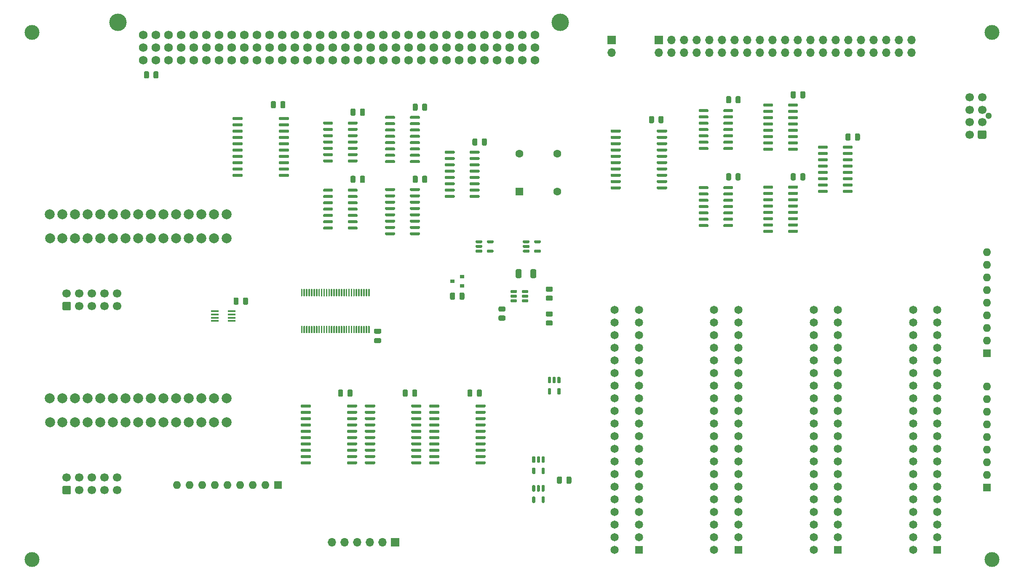
<source format=gbr>
G04 #@! TF.GenerationSoftware,KiCad,Pcbnew,(5.1.8)-1*
G04 #@! TF.CreationDate,2020-11-23T17:33:10+01:00*
G04 #@! TF.ProjectId,Project_GCM,50726f6a-6563-4745-9f47-434d2e6b6963,V5.0*
G04 #@! TF.SameCoordinates,PX40d9900PY1e84800*
G04 #@! TF.FileFunction,Soldermask,Top*
G04 #@! TF.FilePolarity,Negative*
%FSLAX46Y46*%
G04 Gerber Fmt 4.6, Leading zero omitted, Abs format (unit mm)*
G04 Created by KiCad (PCBNEW (5.1.8)-1) date 2020-11-23 17:33:10*
%MOMM*%
%LPD*%
G01*
G04 APERTURE LIST*
%ADD10C,3.500000*%
%ADD11C,1.750000*%
%ADD12C,2.000000*%
%ADD13C,1.300000*%
%ADD14C,1.700000*%
%ADD15O,1.700000X1.700000*%
%ADD16R,1.700000X1.700000*%
%ADD17O,1.600000X1.600000*%
%ADD18R,1.600000X1.600000*%
%ADD19C,3.000000*%
%ADD20C,1.650000*%
%ADD21R,1.650000X1.650000*%
%ADD22R,0.900000X0.800000*%
%ADD23R,1.600000X0.300000*%
%ADD24C,1.600000*%
G04 APERTURE END LIST*
D10*
X22320000Y-2920000D03*
X111220000Y-2920000D03*
D11*
X27400000Y-10540000D03*
X29940000Y-10540000D03*
X32480000Y-10540000D03*
X35020000Y-10540000D03*
X37560000Y-10540000D03*
X40100000Y-10540000D03*
X42640000Y-10540000D03*
X45180000Y-10540000D03*
X47720000Y-10540000D03*
X50260000Y-10540000D03*
X52800000Y-10540000D03*
X55340000Y-10540000D03*
X57880000Y-10540000D03*
X60420000Y-10540000D03*
X62960000Y-10540000D03*
X65500000Y-10540000D03*
X68040000Y-10540000D03*
X70580000Y-10540000D03*
X73120000Y-10540000D03*
X75660000Y-10540000D03*
X78200000Y-10540000D03*
X80740000Y-10540000D03*
X83280000Y-10540000D03*
X85820000Y-10540000D03*
X88360000Y-10540000D03*
X90900000Y-10540000D03*
X93440000Y-10540000D03*
X95980000Y-10540000D03*
X98520000Y-10540000D03*
X101060000Y-10540000D03*
X103600000Y-10540000D03*
X106140000Y-10540000D03*
X27400000Y-8000000D03*
X29940000Y-8000000D03*
X32480000Y-8000000D03*
X35020000Y-8000000D03*
X37560000Y-8000000D03*
X40100000Y-8000000D03*
X42640000Y-8000000D03*
X45180000Y-8000000D03*
X47720000Y-8000000D03*
X50260000Y-8000000D03*
X52800000Y-8000000D03*
X55340000Y-8000000D03*
X57880000Y-8000000D03*
X60420000Y-8000000D03*
X62960000Y-8000000D03*
X65500000Y-8000000D03*
X68040000Y-8000000D03*
X70580000Y-8000000D03*
X73120000Y-8000000D03*
X75660000Y-8000000D03*
X78200000Y-8000000D03*
X80740000Y-8000000D03*
X83280000Y-8000000D03*
X85820000Y-8000000D03*
X88360000Y-8000000D03*
X90900000Y-8000000D03*
X93440000Y-8000000D03*
X95980000Y-8000000D03*
X98520000Y-8000000D03*
X101060000Y-8000000D03*
X103600000Y-8000000D03*
X106140000Y-8000000D03*
X27400000Y-5460000D03*
X29940000Y-5460000D03*
X32480000Y-5460000D03*
X35020000Y-5460000D03*
X37560000Y-5460000D03*
X40100000Y-5460000D03*
X42640000Y-5460000D03*
X45180000Y-5460000D03*
X47720000Y-5460000D03*
X50260000Y-5460000D03*
X52800000Y-5460000D03*
X55340000Y-5460000D03*
X57880000Y-5460000D03*
X60420000Y-5460000D03*
X62960000Y-5460000D03*
X65500000Y-5460000D03*
X68040000Y-5460000D03*
X70580000Y-5460000D03*
X73120000Y-5460000D03*
X75660000Y-5460000D03*
X78200000Y-5460000D03*
X80740000Y-5460000D03*
X83280000Y-5460000D03*
X85820000Y-5460000D03*
X88360000Y-5460000D03*
X90900000Y-5460000D03*
X93440000Y-5460000D03*
X95980000Y-5460000D03*
X98520000Y-5460000D03*
X101060000Y-5460000D03*
X103600000Y-5460000D03*
X106140000Y-5460000D03*
D12*
X44190000Y-83400000D03*
X44190000Y-78540000D03*
X41650000Y-83400000D03*
X41650000Y-78540000D03*
X39110000Y-83400000D03*
X39110000Y-78540000D03*
X36570000Y-83400000D03*
X36570000Y-78540000D03*
X34030000Y-83400000D03*
X34030000Y-78540000D03*
X31490000Y-83400000D03*
X31490000Y-78540000D03*
X28950000Y-83400000D03*
X28950000Y-78540000D03*
X26410000Y-83400000D03*
X26410000Y-78540000D03*
X23870000Y-83400000D03*
X23870000Y-78540000D03*
X21330000Y-83400000D03*
X21330000Y-78540000D03*
X18790000Y-83400000D03*
X18790000Y-78540000D03*
X16250000Y-83400000D03*
X16250000Y-78540000D03*
X13710000Y-83400000D03*
X13710000Y-78540000D03*
X11170000Y-83400000D03*
X11170000Y-78540000D03*
X8640000Y-83400000D03*
X8630000Y-78540000D03*
X44190000Y-46400000D03*
X44190000Y-41540000D03*
X41650000Y-46400000D03*
X41650000Y-41540000D03*
X39110000Y-46400000D03*
X39110000Y-41540000D03*
X36570000Y-46400000D03*
X36570000Y-41540000D03*
X34030000Y-46400000D03*
X34030000Y-41540000D03*
X31490000Y-46400000D03*
X31490000Y-41540000D03*
X28950000Y-46400000D03*
X28950000Y-41540000D03*
X26410000Y-46400000D03*
X26410000Y-41540000D03*
X23870000Y-46400000D03*
X23870000Y-41540000D03*
X21330000Y-46400000D03*
X21330000Y-41540000D03*
X18790000Y-46400000D03*
X18790000Y-41540000D03*
X16250000Y-46400000D03*
X16250000Y-41540000D03*
X13710000Y-46400000D03*
X13710000Y-41540000D03*
X11170000Y-46400000D03*
X11170000Y-41540000D03*
X8640000Y-46400000D03*
X8630000Y-41540000D03*
G36*
G01*
X90950000Y-58475000D02*
X90950000Y-57525000D01*
G75*
G02*
X91200000Y-57275000I250000J0D01*
G01*
X91700000Y-57275000D01*
G75*
G02*
X91950000Y-57525000I0J-250000D01*
G01*
X91950000Y-58475000D01*
G75*
G02*
X91700000Y-58725000I-250000J0D01*
G01*
X91200000Y-58725000D01*
G75*
G02*
X90950000Y-58475000I0J250000D01*
G01*
G37*
G36*
G01*
X89050000Y-58475000D02*
X89050000Y-57525000D01*
G75*
G02*
X89300000Y-57275000I250000J0D01*
G01*
X89800000Y-57275000D01*
G75*
G02*
X90050000Y-57525000I0J-250000D01*
G01*
X90050000Y-58475000D01*
G75*
G02*
X89800000Y-58725000I-250000J0D01*
G01*
X89300000Y-58725000D01*
G75*
G02*
X89050000Y-58475000I0J250000D01*
G01*
G37*
G36*
G01*
X105220000Y-54120001D02*
X105220000Y-52819999D01*
G75*
G02*
X105469999Y-52570000I249999J0D01*
G01*
X106120001Y-52570000D01*
G75*
G02*
X106370000Y-52819999I0J-249999D01*
G01*
X106370000Y-54120001D01*
G75*
G02*
X106120001Y-54370000I-249999J0D01*
G01*
X105469999Y-54370000D01*
G75*
G02*
X105220000Y-54120001I0J249999D01*
G01*
G37*
G36*
G01*
X102270000Y-54120001D02*
X102270000Y-52819999D01*
G75*
G02*
X102519999Y-52570000I249999J0D01*
G01*
X103170001Y-52570000D01*
G75*
G02*
X103420000Y-52819999I0J-249999D01*
G01*
X103420000Y-54120001D01*
G75*
G02*
X103170001Y-54370000I-249999J0D01*
G01*
X102519999Y-54370000D01*
G75*
G02*
X102270000Y-54120001I0J249999D01*
G01*
G37*
G36*
G01*
X54950000Y-19975000D02*
X54950000Y-19025000D01*
G75*
G02*
X55200000Y-18775000I250000J0D01*
G01*
X55700000Y-18775000D01*
G75*
G02*
X55950000Y-19025000I0J-250000D01*
G01*
X55950000Y-19975000D01*
G75*
G02*
X55700000Y-20225000I-250000J0D01*
G01*
X55200000Y-20225000D01*
G75*
G02*
X54950000Y-19975000I0J250000D01*
G01*
G37*
G36*
G01*
X53050000Y-19975000D02*
X53050000Y-19025000D01*
G75*
G02*
X53300000Y-18775000I250000J0D01*
G01*
X53800000Y-18775000D01*
G75*
G02*
X54050000Y-19025000I0J-250000D01*
G01*
X54050000Y-19975000D01*
G75*
G02*
X53800000Y-20225000I-250000J0D01*
G01*
X53300000Y-20225000D01*
G75*
G02*
X53050000Y-19975000I0J250000D01*
G01*
G37*
G36*
G01*
X28550000Y-13025000D02*
X28550000Y-13975000D01*
G75*
G02*
X28300000Y-14225000I-250000J0D01*
G01*
X27800000Y-14225000D01*
G75*
G02*
X27550000Y-13975000I0J250000D01*
G01*
X27550000Y-13025000D01*
G75*
G02*
X27800000Y-12775000I250000J0D01*
G01*
X28300000Y-12775000D01*
G75*
G02*
X28550000Y-13025000I0J-250000D01*
G01*
G37*
G36*
G01*
X30450000Y-13025000D02*
X30450000Y-13975000D01*
G75*
G02*
X30200000Y-14225000I-250000J0D01*
G01*
X29700000Y-14225000D01*
G75*
G02*
X29450000Y-13975000I0J250000D01*
G01*
X29450000Y-13025000D01*
G75*
G02*
X29700000Y-12775000I250000J0D01*
G01*
X30200000Y-12775000D01*
G75*
G02*
X30450000Y-13025000I0J-250000D01*
G01*
G37*
G36*
G01*
X70050000Y-20525000D02*
X70050000Y-21475000D01*
G75*
G02*
X69800000Y-21725000I-250000J0D01*
G01*
X69300000Y-21725000D01*
G75*
G02*
X69050000Y-21475000I0J250000D01*
G01*
X69050000Y-20525000D01*
G75*
G02*
X69300000Y-20275000I250000J0D01*
G01*
X69800000Y-20275000D01*
G75*
G02*
X70050000Y-20525000I0J-250000D01*
G01*
G37*
G36*
G01*
X71950000Y-20525000D02*
X71950000Y-21475000D01*
G75*
G02*
X71700000Y-21725000I-250000J0D01*
G01*
X71200000Y-21725000D01*
G75*
G02*
X70950000Y-21475000I0J250000D01*
G01*
X70950000Y-20525000D01*
G75*
G02*
X71200000Y-20275000I250000J0D01*
G01*
X71700000Y-20275000D01*
G75*
G02*
X71950000Y-20525000I0J-250000D01*
G01*
G37*
G36*
G01*
X46550000Y-58525000D02*
X46550000Y-59475000D01*
G75*
G02*
X46300000Y-59725000I-250000J0D01*
G01*
X45800000Y-59725000D01*
G75*
G02*
X45550000Y-59475000I0J250000D01*
G01*
X45550000Y-58525000D01*
G75*
G02*
X45800000Y-58275000I250000J0D01*
G01*
X46300000Y-58275000D01*
G75*
G02*
X46550000Y-58525000I0J-250000D01*
G01*
G37*
G36*
G01*
X48450000Y-58525000D02*
X48450000Y-59475000D01*
G75*
G02*
X48200000Y-59725000I-250000J0D01*
G01*
X47700000Y-59725000D01*
G75*
G02*
X47450000Y-59475000I0J250000D01*
G01*
X47450000Y-58525000D01*
G75*
G02*
X47700000Y-58275000I250000J0D01*
G01*
X48200000Y-58275000D01*
G75*
G02*
X48450000Y-58525000I0J-250000D01*
G01*
G37*
G36*
G01*
X74025000Y-66450000D02*
X74975000Y-66450000D01*
G75*
G02*
X75225000Y-66700000I0J-250000D01*
G01*
X75225000Y-67200000D01*
G75*
G02*
X74975000Y-67450000I-250000J0D01*
G01*
X74025000Y-67450000D01*
G75*
G02*
X73775000Y-67200000I0J250000D01*
G01*
X73775000Y-66700000D01*
G75*
G02*
X74025000Y-66450000I250000J0D01*
G01*
G37*
G36*
G01*
X74025000Y-64550000D02*
X74975000Y-64550000D01*
G75*
G02*
X75225000Y-64800000I0J-250000D01*
G01*
X75225000Y-65300000D01*
G75*
G02*
X74975000Y-65550000I-250000J0D01*
G01*
X74025000Y-65550000D01*
G75*
G02*
X73775000Y-65300000I0J250000D01*
G01*
X73775000Y-64800000D01*
G75*
G02*
X74025000Y-64550000I250000J0D01*
G01*
G37*
D13*
X197340000Y-21750000D03*
D14*
X193500000Y-18000000D03*
X193500000Y-20500000D03*
X193500000Y-23000000D03*
X193500000Y-25500000D03*
X196000000Y-18000000D03*
X196000000Y-20500000D03*
X196000000Y-23000000D03*
G36*
G01*
X196850000Y-24900000D02*
X196850000Y-26100000D01*
G75*
G02*
X196600000Y-26350000I-250000J0D01*
G01*
X195400000Y-26350000D01*
G75*
G02*
X195150000Y-26100000I0J250000D01*
G01*
X195150000Y-24900000D01*
G75*
G02*
X195400000Y-24650000I250000J0D01*
G01*
X196600000Y-24650000D01*
G75*
G02*
X196850000Y-24900000I0J-250000D01*
G01*
G37*
D15*
X65300000Y-107500000D03*
X67840000Y-107500000D03*
X70380000Y-107500000D03*
X72920000Y-107500000D03*
X75460000Y-107500000D03*
D16*
X78000000Y-107500000D03*
D15*
X121500000Y-9040000D03*
D16*
X121500000Y-6500000D03*
D15*
X181800000Y-9040000D03*
X181800000Y-6500000D03*
X179260000Y-9040000D03*
X179260000Y-6500000D03*
X176720000Y-9040000D03*
X176720000Y-6500000D03*
X174180000Y-9040000D03*
X174180000Y-6500000D03*
X171640000Y-9040000D03*
X171640000Y-6500000D03*
X169100000Y-9040000D03*
X169100000Y-6500000D03*
X166560000Y-9040000D03*
X166560000Y-6500000D03*
X164020000Y-9040000D03*
X164020000Y-6500000D03*
X161480000Y-9040000D03*
X161480000Y-6500000D03*
X158940000Y-9040000D03*
X158940000Y-6500000D03*
X156400000Y-9040000D03*
X156400000Y-6500000D03*
X153860000Y-9040000D03*
X153860000Y-6500000D03*
X151320000Y-9040000D03*
X151320000Y-6500000D03*
X148780000Y-9040000D03*
X148780000Y-6500000D03*
X146240000Y-9040000D03*
X146240000Y-6500000D03*
X143700000Y-9040000D03*
X143700000Y-6500000D03*
X141160000Y-9040000D03*
X141160000Y-6500000D03*
X138620000Y-9040000D03*
X138620000Y-6500000D03*
X136080000Y-9040000D03*
X136080000Y-6500000D03*
X133540000Y-9040000D03*
X133540000Y-6500000D03*
X131000000Y-9040000D03*
D16*
X131000000Y-6500000D03*
G36*
G01*
X108549999Y-57900000D02*
X109450001Y-57900000D01*
G75*
G02*
X109700000Y-58149999I0J-249999D01*
G01*
X109700000Y-58675001D01*
G75*
G02*
X109450001Y-58925000I-249999J0D01*
G01*
X108549999Y-58925000D01*
G75*
G02*
X108300000Y-58675001I0J249999D01*
G01*
X108300000Y-58149999D01*
G75*
G02*
X108549999Y-57900000I249999J0D01*
G01*
G37*
G36*
G01*
X108549999Y-56075000D02*
X109450001Y-56075000D01*
G75*
G02*
X109700000Y-56324999I0J-249999D01*
G01*
X109700000Y-56850001D01*
G75*
G02*
X109450001Y-57100000I-249999J0D01*
G01*
X108549999Y-57100000D01*
G75*
G02*
X108300000Y-56850001I0J249999D01*
G01*
X108300000Y-56324999D01*
G75*
G02*
X108549999Y-56075000I249999J0D01*
G01*
G37*
G36*
G01*
X108549999Y-62900000D02*
X109450001Y-62900000D01*
G75*
G02*
X109700000Y-63149999I0J-249999D01*
G01*
X109700000Y-63675001D01*
G75*
G02*
X109450001Y-63925000I-249999J0D01*
G01*
X108549999Y-63925000D01*
G75*
G02*
X108300000Y-63675001I0J249999D01*
G01*
X108300000Y-63149999D01*
G75*
G02*
X108549999Y-62900000I249999J0D01*
G01*
G37*
G36*
G01*
X108549999Y-61075000D02*
X109450001Y-61075000D01*
G75*
G02*
X109700000Y-61324999I0J-249999D01*
G01*
X109700000Y-61850001D01*
G75*
G02*
X109450001Y-62100000I-249999J0D01*
G01*
X108549999Y-62100000D01*
G75*
G02*
X108300000Y-61850001I0J249999D01*
G01*
X108300000Y-61324999D01*
G75*
G02*
X108549999Y-61075000I249999J0D01*
G01*
G37*
G36*
G01*
X99049999Y-61900000D02*
X99950001Y-61900000D01*
G75*
G02*
X100200000Y-62149999I0J-249999D01*
G01*
X100200000Y-62675001D01*
G75*
G02*
X99950001Y-62925000I-249999J0D01*
G01*
X99049999Y-62925000D01*
G75*
G02*
X98800000Y-62675001I0J249999D01*
G01*
X98800000Y-62149999D01*
G75*
G02*
X99049999Y-61900000I249999J0D01*
G01*
G37*
G36*
G01*
X99049999Y-60075000D02*
X99950001Y-60075000D01*
G75*
G02*
X100200000Y-60324999I0J-249999D01*
G01*
X100200000Y-60850001D01*
G75*
G02*
X99950001Y-61100000I-249999J0D01*
G01*
X99049999Y-61100000D01*
G75*
G02*
X98800000Y-60850001I0J249999D01*
G01*
X98800000Y-60324999D01*
G75*
G02*
X99049999Y-60075000I249999J0D01*
G01*
G37*
D17*
X34180000Y-96000000D03*
X36720000Y-96000000D03*
X39260000Y-96000000D03*
X41800000Y-96000000D03*
X44340000Y-96000000D03*
X46880000Y-96000000D03*
X49420000Y-96000000D03*
X51960000Y-96000000D03*
D18*
X54500000Y-96000000D03*
D17*
X197000000Y-49180000D03*
X197000000Y-51720000D03*
X197000000Y-54260000D03*
X197000000Y-56800000D03*
X197000000Y-59340000D03*
X197000000Y-61880000D03*
X197000000Y-64420000D03*
X197000000Y-66960000D03*
D18*
X197000000Y-69500000D03*
D17*
X197000000Y-76180000D03*
X197000000Y-78720000D03*
X197000000Y-81260000D03*
X197000000Y-83800000D03*
X197000000Y-86340000D03*
X197000000Y-88880000D03*
X197000000Y-91420000D03*
X197000000Y-93960000D03*
D18*
X197000000Y-96500000D03*
G36*
G01*
X54625000Y-22435000D02*
X54625000Y-22135000D01*
G75*
G02*
X54775000Y-21985000I150000J0D01*
G01*
X56525000Y-21985000D01*
G75*
G02*
X56675000Y-22135000I0J-150000D01*
G01*
X56675000Y-22435000D01*
G75*
G02*
X56525000Y-22585000I-150000J0D01*
G01*
X54775000Y-22585000D01*
G75*
G02*
X54625000Y-22435000I0J150000D01*
G01*
G37*
G36*
G01*
X54625000Y-23705000D02*
X54625000Y-23405000D01*
G75*
G02*
X54775000Y-23255000I150000J0D01*
G01*
X56525000Y-23255000D01*
G75*
G02*
X56675000Y-23405000I0J-150000D01*
G01*
X56675000Y-23705000D01*
G75*
G02*
X56525000Y-23855000I-150000J0D01*
G01*
X54775000Y-23855000D01*
G75*
G02*
X54625000Y-23705000I0J150000D01*
G01*
G37*
G36*
G01*
X54625000Y-24975000D02*
X54625000Y-24675000D01*
G75*
G02*
X54775000Y-24525000I150000J0D01*
G01*
X56525000Y-24525000D01*
G75*
G02*
X56675000Y-24675000I0J-150000D01*
G01*
X56675000Y-24975000D01*
G75*
G02*
X56525000Y-25125000I-150000J0D01*
G01*
X54775000Y-25125000D01*
G75*
G02*
X54625000Y-24975000I0J150000D01*
G01*
G37*
G36*
G01*
X54625000Y-26245000D02*
X54625000Y-25945000D01*
G75*
G02*
X54775000Y-25795000I150000J0D01*
G01*
X56525000Y-25795000D01*
G75*
G02*
X56675000Y-25945000I0J-150000D01*
G01*
X56675000Y-26245000D01*
G75*
G02*
X56525000Y-26395000I-150000J0D01*
G01*
X54775000Y-26395000D01*
G75*
G02*
X54625000Y-26245000I0J150000D01*
G01*
G37*
G36*
G01*
X54625000Y-27515000D02*
X54625000Y-27215000D01*
G75*
G02*
X54775000Y-27065000I150000J0D01*
G01*
X56525000Y-27065000D01*
G75*
G02*
X56675000Y-27215000I0J-150000D01*
G01*
X56675000Y-27515000D01*
G75*
G02*
X56525000Y-27665000I-150000J0D01*
G01*
X54775000Y-27665000D01*
G75*
G02*
X54625000Y-27515000I0J150000D01*
G01*
G37*
G36*
G01*
X54625000Y-28785000D02*
X54625000Y-28485000D01*
G75*
G02*
X54775000Y-28335000I150000J0D01*
G01*
X56525000Y-28335000D01*
G75*
G02*
X56675000Y-28485000I0J-150000D01*
G01*
X56675000Y-28785000D01*
G75*
G02*
X56525000Y-28935000I-150000J0D01*
G01*
X54775000Y-28935000D01*
G75*
G02*
X54625000Y-28785000I0J150000D01*
G01*
G37*
G36*
G01*
X54625000Y-30055000D02*
X54625000Y-29755000D01*
G75*
G02*
X54775000Y-29605000I150000J0D01*
G01*
X56525000Y-29605000D01*
G75*
G02*
X56675000Y-29755000I0J-150000D01*
G01*
X56675000Y-30055000D01*
G75*
G02*
X56525000Y-30205000I-150000J0D01*
G01*
X54775000Y-30205000D01*
G75*
G02*
X54625000Y-30055000I0J150000D01*
G01*
G37*
G36*
G01*
X54625000Y-31325000D02*
X54625000Y-31025000D01*
G75*
G02*
X54775000Y-30875000I150000J0D01*
G01*
X56525000Y-30875000D01*
G75*
G02*
X56675000Y-31025000I0J-150000D01*
G01*
X56675000Y-31325000D01*
G75*
G02*
X56525000Y-31475000I-150000J0D01*
G01*
X54775000Y-31475000D01*
G75*
G02*
X54625000Y-31325000I0J150000D01*
G01*
G37*
G36*
G01*
X54625000Y-32595000D02*
X54625000Y-32295000D01*
G75*
G02*
X54775000Y-32145000I150000J0D01*
G01*
X56525000Y-32145000D01*
G75*
G02*
X56675000Y-32295000I0J-150000D01*
G01*
X56675000Y-32595000D01*
G75*
G02*
X56525000Y-32745000I-150000J0D01*
G01*
X54775000Y-32745000D01*
G75*
G02*
X54625000Y-32595000I0J150000D01*
G01*
G37*
G36*
G01*
X54625000Y-33865000D02*
X54625000Y-33565000D01*
G75*
G02*
X54775000Y-33415000I150000J0D01*
G01*
X56525000Y-33415000D01*
G75*
G02*
X56675000Y-33565000I0J-150000D01*
G01*
X56675000Y-33865000D01*
G75*
G02*
X56525000Y-34015000I-150000J0D01*
G01*
X54775000Y-34015000D01*
G75*
G02*
X54625000Y-33865000I0J150000D01*
G01*
G37*
G36*
G01*
X45325000Y-33865000D02*
X45325000Y-33565000D01*
G75*
G02*
X45475000Y-33415000I150000J0D01*
G01*
X47225000Y-33415000D01*
G75*
G02*
X47375000Y-33565000I0J-150000D01*
G01*
X47375000Y-33865000D01*
G75*
G02*
X47225000Y-34015000I-150000J0D01*
G01*
X45475000Y-34015000D01*
G75*
G02*
X45325000Y-33865000I0J150000D01*
G01*
G37*
G36*
G01*
X45325000Y-32595000D02*
X45325000Y-32295000D01*
G75*
G02*
X45475000Y-32145000I150000J0D01*
G01*
X47225000Y-32145000D01*
G75*
G02*
X47375000Y-32295000I0J-150000D01*
G01*
X47375000Y-32595000D01*
G75*
G02*
X47225000Y-32745000I-150000J0D01*
G01*
X45475000Y-32745000D01*
G75*
G02*
X45325000Y-32595000I0J150000D01*
G01*
G37*
G36*
G01*
X45325000Y-31325000D02*
X45325000Y-31025000D01*
G75*
G02*
X45475000Y-30875000I150000J0D01*
G01*
X47225000Y-30875000D01*
G75*
G02*
X47375000Y-31025000I0J-150000D01*
G01*
X47375000Y-31325000D01*
G75*
G02*
X47225000Y-31475000I-150000J0D01*
G01*
X45475000Y-31475000D01*
G75*
G02*
X45325000Y-31325000I0J150000D01*
G01*
G37*
G36*
G01*
X45325000Y-30055000D02*
X45325000Y-29755000D01*
G75*
G02*
X45475000Y-29605000I150000J0D01*
G01*
X47225000Y-29605000D01*
G75*
G02*
X47375000Y-29755000I0J-150000D01*
G01*
X47375000Y-30055000D01*
G75*
G02*
X47225000Y-30205000I-150000J0D01*
G01*
X45475000Y-30205000D01*
G75*
G02*
X45325000Y-30055000I0J150000D01*
G01*
G37*
G36*
G01*
X45325000Y-28785000D02*
X45325000Y-28485000D01*
G75*
G02*
X45475000Y-28335000I150000J0D01*
G01*
X47225000Y-28335000D01*
G75*
G02*
X47375000Y-28485000I0J-150000D01*
G01*
X47375000Y-28785000D01*
G75*
G02*
X47225000Y-28935000I-150000J0D01*
G01*
X45475000Y-28935000D01*
G75*
G02*
X45325000Y-28785000I0J150000D01*
G01*
G37*
G36*
G01*
X45325000Y-27515000D02*
X45325000Y-27215000D01*
G75*
G02*
X45475000Y-27065000I150000J0D01*
G01*
X47225000Y-27065000D01*
G75*
G02*
X47375000Y-27215000I0J-150000D01*
G01*
X47375000Y-27515000D01*
G75*
G02*
X47225000Y-27665000I-150000J0D01*
G01*
X45475000Y-27665000D01*
G75*
G02*
X45325000Y-27515000I0J150000D01*
G01*
G37*
G36*
G01*
X45325000Y-26245000D02*
X45325000Y-25945000D01*
G75*
G02*
X45475000Y-25795000I150000J0D01*
G01*
X47225000Y-25795000D01*
G75*
G02*
X47375000Y-25945000I0J-150000D01*
G01*
X47375000Y-26245000D01*
G75*
G02*
X47225000Y-26395000I-150000J0D01*
G01*
X45475000Y-26395000D01*
G75*
G02*
X45325000Y-26245000I0J150000D01*
G01*
G37*
G36*
G01*
X45325000Y-24975000D02*
X45325000Y-24675000D01*
G75*
G02*
X45475000Y-24525000I150000J0D01*
G01*
X47225000Y-24525000D01*
G75*
G02*
X47375000Y-24675000I0J-150000D01*
G01*
X47375000Y-24975000D01*
G75*
G02*
X47225000Y-25125000I-150000J0D01*
G01*
X45475000Y-25125000D01*
G75*
G02*
X45325000Y-24975000I0J150000D01*
G01*
G37*
G36*
G01*
X45325000Y-23705000D02*
X45325000Y-23405000D01*
G75*
G02*
X45475000Y-23255000I150000J0D01*
G01*
X47225000Y-23255000D01*
G75*
G02*
X47375000Y-23405000I0J-150000D01*
G01*
X47375000Y-23705000D01*
G75*
G02*
X47225000Y-23855000I-150000J0D01*
G01*
X45475000Y-23855000D01*
G75*
G02*
X45325000Y-23705000I0J150000D01*
G01*
G37*
G36*
G01*
X45325000Y-22435000D02*
X45325000Y-22135000D01*
G75*
G02*
X45475000Y-21985000I150000J0D01*
G01*
X47225000Y-21985000D01*
G75*
G02*
X47375000Y-22135000I0J-150000D01*
G01*
X47375000Y-22435000D01*
G75*
G02*
X47225000Y-22585000I-150000J0D01*
G01*
X45475000Y-22585000D01*
G75*
G02*
X45325000Y-22435000I0J150000D01*
G01*
G37*
G36*
G01*
X110800000Y-76475000D02*
X111100000Y-76475000D01*
G75*
G02*
X111250000Y-76625000I0J-150000D01*
G01*
X111250000Y-77650000D01*
G75*
G02*
X111100000Y-77800000I-150000J0D01*
G01*
X110800000Y-77800000D01*
G75*
G02*
X110650000Y-77650000I0J150000D01*
G01*
X110650000Y-76625000D01*
G75*
G02*
X110800000Y-76475000I150000J0D01*
G01*
G37*
G36*
G01*
X108900000Y-76475000D02*
X109200000Y-76475000D01*
G75*
G02*
X109350000Y-76625000I0J-150000D01*
G01*
X109350000Y-77650000D01*
G75*
G02*
X109200000Y-77800000I-150000J0D01*
G01*
X108900000Y-77800000D01*
G75*
G02*
X108750000Y-77650000I0J150000D01*
G01*
X108750000Y-76625000D01*
G75*
G02*
X108900000Y-76475000I150000J0D01*
G01*
G37*
G36*
G01*
X108900000Y-74200000D02*
X109200000Y-74200000D01*
G75*
G02*
X109350000Y-74350000I0J-150000D01*
G01*
X109350000Y-75375000D01*
G75*
G02*
X109200000Y-75525000I-150000J0D01*
G01*
X108900000Y-75525000D01*
G75*
G02*
X108750000Y-75375000I0J150000D01*
G01*
X108750000Y-74350000D01*
G75*
G02*
X108900000Y-74200000I150000J0D01*
G01*
G37*
G36*
G01*
X109850000Y-74200000D02*
X110150000Y-74200000D01*
G75*
G02*
X110300000Y-74350000I0J-150000D01*
G01*
X110300000Y-75375000D01*
G75*
G02*
X110150000Y-75525000I-150000J0D01*
G01*
X109850000Y-75525000D01*
G75*
G02*
X109700000Y-75375000I0J150000D01*
G01*
X109700000Y-74350000D01*
G75*
G02*
X109850000Y-74200000I150000J0D01*
G01*
G37*
G36*
G01*
X110800000Y-74200000D02*
X111100000Y-74200000D01*
G75*
G02*
X111250000Y-74350000I0J-150000D01*
G01*
X111250000Y-75375000D01*
G75*
G02*
X111100000Y-75525000I-150000J0D01*
G01*
X110800000Y-75525000D01*
G75*
G02*
X110650000Y-75375000I0J150000D01*
G01*
X110650000Y-74350000D01*
G75*
G02*
X110800000Y-74200000I150000J0D01*
G01*
G37*
G36*
G01*
X72675000Y-63975000D02*
X72825000Y-63975000D01*
G75*
G02*
X72900000Y-64050000I0J-75000D01*
G01*
X72900000Y-65375000D01*
G75*
G02*
X72825000Y-65450000I-75000J0D01*
G01*
X72675000Y-65450000D01*
G75*
G02*
X72600000Y-65375000I0J75000D01*
G01*
X72600000Y-64050000D01*
G75*
G02*
X72675000Y-63975000I75000J0D01*
G01*
G37*
G36*
G01*
X72175000Y-63975000D02*
X72325000Y-63975000D01*
G75*
G02*
X72400000Y-64050000I0J-75000D01*
G01*
X72400000Y-65375000D01*
G75*
G02*
X72325000Y-65450000I-75000J0D01*
G01*
X72175000Y-65450000D01*
G75*
G02*
X72100000Y-65375000I0J75000D01*
G01*
X72100000Y-64050000D01*
G75*
G02*
X72175000Y-63975000I75000J0D01*
G01*
G37*
G36*
G01*
X71675000Y-63975000D02*
X71825000Y-63975000D01*
G75*
G02*
X71900000Y-64050000I0J-75000D01*
G01*
X71900000Y-65375000D01*
G75*
G02*
X71825000Y-65450000I-75000J0D01*
G01*
X71675000Y-65450000D01*
G75*
G02*
X71600000Y-65375000I0J75000D01*
G01*
X71600000Y-64050000D01*
G75*
G02*
X71675000Y-63975000I75000J0D01*
G01*
G37*
G36*
G01*
X71175000Y-63975000D02*
X71325000Y-63975000D01*
G75*
G02*
X71400000Y-64050000I0J-75000D01*
G01*
X71400000Y-65375000D01*
G75*
G02*
X71325000Y-65450000I-75000J0D01*
G01*
X71175000Y-65450000D01*
G75*
G02*
X71100000Y-65375000I0J75000D01*
G01*
X71100000Y-64050000D01*
G75*
G02*
X71175000Y-63975000I75000J0D01*
G01*
G37*
G36*
G01*
X70675000Y-63975000D02*
X70825000Y-63975000D01*
G75*
G02*
X70900000Y-64050000I0J-75000D01*
G01*
X70900000Y-65375000D01*
G75*
G02*
X70825000Y-65450000I-75000J0D01*
G01*
X70675000Y-65450000D01*
G75*
G02*
X70600000Y-65375000I0J75000D01*
G01*
X70600000Y-64050000D01*
G75*
G02*
X70675000Y-63975000I75000J0D01*
G01*
G37*
G36*
G01*
X70175000Y-63975000D02*
X70325000Y-63975000D01*
G75*
G02*
X70400000Y-64050000I0J-75000D01*
G01*
X70400000Y-65375000D01*
G75*
G02*
X70325000Y-65450000I-75000J0D01*
G01*
X70175000Y-65450000D01*
G75*
G02*
X70100000Y-65375000I0J75000D01*
G01*
X70100000Y-64050000D01*
G75*
G02*
X70175000Y-63975000I75000J0D01*
G01*
G37*
G36*
G01*
X69675000Y-63975000D02*
X69825000Y-63975000D01*
G75*
G02*
X69900000Y-64050000I0J-75000D01*
G01*
X69900000Y-65375000D01*
G75*
G02*
X69825000Y-65450000I-75000J0D01*
G01*
X69675000Y-65450000D01*
G75*
G02*
X69600000Y-65375000I0J75000D01*
G01*
X69600000Y-64050000D01*
G75*
G02*
X69675000Y-63975000I75000J0D01*
G01*
G37*
G36*
G01*
X69175000Y-63975000D02*
X69325000Y-63975000D01*
G75*
G02*
X69400000Y-64050000I0J-75000D01*
G01*
X69400000Y-65375000D01*
G75*
G02*
X69325000Y-65450000I-75000J0D01*
G01*
X69175000Y-65450000D01*
G75*
G02*
X69100000Y-65375000I0J75000D01*
G01*
X69100000Y-64050000D01*
G75*
G02*
X69175000Y-63975000I75000J0D01*
G01*
G37*
G36*
G01*
X68675000Y-63975000D02*
X68825000Y-63975000D01*
G75*
G02*
X68900000Y-64050000I0J-75000D01*
G01*
X68900000Y-65375000D01*
G75*
G02*
X68825000Y-65450000I-75000J0D01*
G01*
X68675000Y-65450000D01*
G75*
G02*
X68600000Y-65375000I0J75000D01*
G01*
X68600000Y-64050000D01*
G75*
G02*
X68675000Y-63975000I75000J0D01*
G01*
G37*
G36*
G01*
X68175000Y-63975000D02*
X68325000Y-63975000D01*
G75*
G02*
X68400000Y-64050000I0J-75000D01*
G01*
X68400000Y-65375000D01*
G75*
G02*
X68325000Y-65450000I-75000J0D01*
G01*
X68175000Y-65450000D01*
G75*
G02*
X68100000Y-65375000I0J75000D01*
G01*
X68100000Y-64050000D01*
G75*
G02*
X68175000Y-63975000I75000J0D01*
G01*
G37*
G36*
G01*
X67675000Y-63975000D02*
X67825000Y-63975000D01*
G75*
G02*
X67900000Y-64050000I0J-75000D01*
G01*
X67900000Y-65375000D01*
G75*
G02*
X67825000Y-65450000I-75000J0D01*
G01*
X67675000Y-65450000D01*
G75*
G02*
X67600000Y-65375000I0J75000D01*
G01*
X67600000Y-64050000D01*
G75*
G02*
X67675000Y-63975000I75000J0D01*
G01*
G37*
G36*
G01*
X67175000Y-63975000D02*
X67325000Y-63975000D01*
G75*
G02*
X67400000Y-64050000I0J-75000D01*
G01*
X67400000Y-65375000D01*
G75*
G02*
X67325000Y-65450000I-75000J0D01*
G01*
X67175000Y-65450000D01*
G75*
G02*
X67100000Y-65375000I0J75000D01*
G01*
X67100000Y-64050000D01*
G75*
G02*
X67175000Y-63975000I75000J0D01*
G01*
G37*
G36*
G01*
X66675000Y-63975000D02*
X66825000Y-63975000D01*
G75*
G02*
X66900000Y-64050000I0J-75000D01*
G01*
X66900000Y-65375000D01*
G75*
G02*
X66825000Y-65450000I-75000J0D01*
G01*
X66675000Y-65450000D01*
G75*
G02*
X66600000Y-65375000I0J75000D01*
G01*
X66600000Y-64050000D01*
G75*
G02*
X66675000Y-63975000I75000J0D01*
G01*
G37*
G36*
G01*
X66175000Y-63975000D02*
X66325000Y-63975000D01*
G75*
G02*
X66400000Y-64050000I0J-75000D01*
G01*
X66400000Y-65375000D01*
G75*
G02*
X66325000Y-65450000I-75000J0D01*
G01*
X66175000Y-65450000D01*
G75*
G02*
X66100000Y-65375000I0J75000D01*
G01*
X66100000Y-64050000D01*
G75*
G02*
X66175000Y-63975000I75000J0D01*
G01*
G37*
G36*
G01*
X65675000Y-63975000D02*
X65825000Y-63975000D01*
G75*
G02*
X65900000Y-64050000I0J-75000D01*
G01*
X65900000Y-65375000D01*
G75*
G02*
X65825000Y-65450000I-75000J0D01*
G01*
X65675000Y-65450000D01*
G75*
G02*
X65600000Y-65375000I0J75000D01*
G01*
X65600000Y-64050000D01*
G75*
G02*
X65675000Y-63975000I75000J0D01*
G01*
G37*
G36*
G01*
X65175000Y-63975000D02*
X65325000Y-63975000D01*
G75*
G02*
X65400000Y-64050000I0J-75000D01*
G01*
X65400000Y-65375000D01*
G75*
G02*
X65325000Y-65450000I-75000J0D01*
G01*
X65175000Y-65450000D01*
G75*
G02*
X65100000Y-65375000I0J75000D01*
G01*
X65100000Y-64050000D01*
G75*
G02*
X65175000Y-63975000I75000J0D01*
G01*
G37*
G36*
G01*
X64675000Y-63975000D02*
X64825000Y-63975000D01*
G75*
G02*
X64900000Y-64050000I0J-75000D01*
G01*
X64900000Y-65375000D01*
G75*
G02*
X64825000Y-65450000I-75000J0D01*
G01*
X64675000Y-65450000D01*
G75*
G02*
X64600000Y-65375000I0J75000D01*
G01*
X64600000Y-64050000D01*
G75*
G02*
X64675000Y-63975000I75000J0D01*
G01*
G37*
G36*
G01*
X64175000Y-63975000D02*
X64325000Y-63975000D01*
G75*
G02*
X64400000Y-64050000I0J-75000D01*
G01*
X64400000Y-65375000D01*
G75*
G02*
X64325000Y-65450000I-75000J0D01*
G01*
X64175000Y-65450000D01*
G75*
G02*
X64100000Y-65375000I0J75000D01*
G01*
X64100000Y-64050000D01*
G75*
G02*
X64175000Y-63975000I75000J0D01*
G01*
G37*
G36*
G01*
X63675000Y-63975000D02*
X63825000Y-63975000D01*
G75*
G02*
X63900000Y-64050000I0J-75000D01*
G01*
X63900000Y-65375000D01*
G75*
G02*
X63825000Y-65450000I-75000J0D01*
G01*
X63675000Y-65450000D01*
G75*
G02*
X63600000Y-65375000I0J75000D01*
G01*
X63600000Y-64050000D01*
G75*
G02*
X63675000Y-63975000I75000J0D01*
G01*
G37*
G36*
G01*
X63175000Y-63975000D02*
X63325000Y-63975000D01*
G75*
G02*
X63400000Y-64050000I0J-75000D01*
G01*
X63400000Y-65375000D01*
G75*
G02*
X63325000Y-65450000I-75000J0D01*
G01*
X63175000Y-65450000D01*
G75*
G02*
X63100000Y-65375000I0J75000D01*
G01*
X63100000Y-64050000D01*
G75*
G02*
X63175000Y-63975000I75000J0D01*
G01*
G37*
G36*
G01*
X62675000Y-63975000D02*
X62825000Y-63975000D01*
G75*
G02*
X62900000Y-64050000I0J-75000D01*
G01*
X62900000Y-65375000D01*
G75*
G02*
X62825000Y-65450000I-75000J0D01*
G01*
X62675000Y-65450000D01*
G75*
G02*
X62600000Y-65375000I0J75000D01*
G01*
X62600000Y-64050000D01*
G75*
G02*
X62675000Y-63975000I75000J0D01*
G01*
G37*
G36*
G01*
X62175000Y-63975000D02*
X62325000Y-63975000D01*
G75*
G02*
X62400000Y-64050000I0J-75000D01*
G01*
X62400000Y-65375000D01*
G75*
G02*
X62325000Y-65450000I-75000J0D01*
G01*
X62175000Y-65450000D01*
G75*
G02*
X62100000Y-65375000I0J75000D01*
G01*
X62100000Y-64050000D01*
G75*
G02*
X62175000Y-63975000I75000J0D01*
G01*
G37*
G36*
G01*
X61675000Y-63975000D02*
X61825000Y-63975000D01*
G75*
G02*
X61900000Y-64050000I0J-75000D01*
G01*
X61900000Y-65375000D01*
G75*
G02*
X61825000Y-65450000I-75000J0D01*
G01*
X61675000Y-65450000D01*
G75*
G02*
X61600000Y-65375000I0J75000D01*
G01*
X61600000Y-64050000D01*
G75*
G02*
X61675000Y-63975000I75000J0D01*
G01*
G37*
G36*
G01*
X61175000Y-63975000D02*
X61325000Y-63975000D01*
G75*
G02*
X61400000Y-64050000I0J-75000D01*
G01*
X61400000Y-65375000D01*
G75*
G02*
X61325000Y-65450000I-75000J0D01*
G01*
X61175000Y-65450000D01*
G75*
G02*
X61100000Y-65375000I0J75000D01*
G01*
X61100000Y-64050000D01*
G75*
G02*
X61175000Y-63975000I75000J0D01*
G01*
G37*
G36*
G01*
X60675000Y-63975000D02*
X60825000Y-63975000D01*
G75*
G02*
X60900000Y-64050000I0J-75000D01*
G01*
X60900000Y-65375000D01*
G75*
G02*
X60825000Y-65450000I-75000J0D01*
G01*
X60675000Y-65450000D01*
G75*
G02*
X60600000Y-65375000I0J75000D01*
G01*
X60600000Y-64050000D01*
G75*
G02*
X60675000Y-63975000I75000J0D01*
G01*
G37*
G36*
G01*
X60175000Y-63975000D02*
X60325000Y-63975000D01*
G75*
G02*
X60400000Y-64050000I0J-75000D01*
G01*
X60400000Y-65375000D01*
G75*
G02*
X60325000Y-65450000I-75000J0D01*
G01*
X60175000Y-65450000D01*
G75*
G02*
X60100000Y-65375000I0J75000D01*
G01*
X60100000Y-64050000D01*
G75*
G02*
X60175000Y-63975000I75000J0D01*
G01*
G37*
G36*
G01*
X59675000Y-63975000D02*
X59825000Y-63975000D01*
G75*
G02*
X59900000Y-64050000I0J-75000D01*
G01*
X59900000Y-65375000D01*
G75*
G02*
X59825000Y-65450000I-75000J0D01*
G01*
X59675000Y-65450000D01*
G75*
G02*
X59600000Y-65375000I0J75000D01*
G01*
X59600000Y-64050000D01*
G75*
G02*
X59675000Y-63975000I75000J0D01*
G01*
G37*
G36*
G01*
X59175000Y-63975000D02*
X59325000Y-63975000D01*
G75*
G02*
X59400000Y-64050000I0J-75000D01*
G01*
X59400000Y-65375000D01*
G75*
G02*
X59325000Y-65450000I-75000J0D01*
G01*
X59175000Y-65450000D01*
G75*
G02*
X59100000Y-65375000I0J75000D01*
G01*
X59100000Y-64050000D01*
G75*
G02*
X59175000Y-63975000I75000J0D01*
G01*
G37*
G36*
G01*
X59175000Y-56550000D02*
X59325000Y-56550000D01*
G75*
G02*
X59400000Y-56625000I0J-75000D01*
G01*
X59400000Y-57950000D01*
G75*
G02*
X59325000Y-58025000I-75000J0D01*
G01*
X59175000Y-58025000D01*
G75*
G02*
X59100000Y-57950000I0J75000D01*
G01*
X59100000Y-56625000D01*
G75*
G02*
X59175000Y-56550000I75000J0D01*
G01*
G37*
G36*
G01*
X59675000Y-56550000D02*
X59825000Y-56550000D01*
G75*
G02*
X59900000Y-56625000I0J-75000D01*
G01*
X59900000Y-57950000D01*
G75*
G02*
X59825000Y-58025000I-75000J0D01*
G01*
X59675000Y-58025000D01*
G75*
G02*
X59600000Y-57950000I0J75000D01*
G01*
X59600000Y-56625000D01*
G75*
G02*
X59675000Y-56550000I75000J0D01*
G01*
G37*
G36*
G01*
X60175000Y-56550000D02*
X60325000Y-56550000D01*
G75*
G02*
X60400000Y-56625000I0J-75000D01*
G01*
X60400000Y-57950000D01*
G75*
G02*
X60325000Y-58025000I-75000J0D01*
G01*
X60175000Y-58025000D01*
G75*
G02*
X60100000Y-57950000I0J75000D01*
G01*
X60100000Y-56625000D01*
G75*
G02*
X60175000Y-56550000I75000J0D01*
G01*
G37*
G36*
G01*
X60675000Y-56550000D02*
X60825000Y-56550000D01*
G75*
G02*
X60900000Y-56625000I0J-75000D01*
G01*
X60900000Y-57950000D01*
G75*
G02*
X60825000Y-58025000I-75000J0D01*
G01*
X60675000Y-58025000D01*
G75*
G02*
X60600000Y-57950000I0J75000D01*
G01*
X60600000Y-56625000D01*
G75*
G02*
X60675000Y-56550000I75000J0D01*
G01*
G37*
G36*
G01*
X61175000Y-56550000D02*
X61325000Y-56550000D01*
G75*
G02*
X61400000Y-56625000I0J-75000D01*
G01*
X61400000Y-57950000D01*
G75*
G02*
X61325000Y-58025000I-75000J0D01*
G01*
X61175000Y-58025000D01*
G75*
G02*
X61100000Y-57950000I0J75000D01*
G01*
X61100000Y-56625000D01*
G75*
G02*
X61175000Y-56550000I75000J0D01*
G01*
G37*
G36*
G01*
X61675000Y-56550000D02*
X61825000Y-56550000D01*
G75*
G02*
X61900000Y-56625000I0J-75000D01*
G01*
X61900000Y-57950000D01*
G75*
G02*
X61825000Y-58025000I-75000J0D01*
G01*
X61675000Y-58025000D01*
G75*
G02*
X61600000Y-57950000I0J75000D01*
G01*
X61600000Y-56625000D01*
G75*
G02*
X61675000Y-56550000I75000J0D01*
G01*
G37*
G36*
G01*
X62175000Y-56550000D02*
X62325000Y-56550000D01*
G75*
G02*
X62400000Y-56625000I0J-75000D01*
G01*
X62400000Y-57950000D01*
G75*
G02*
X62325000Y-58025000I-75000J0D01*
G01*
X62175000Y-58025000D01*
G75*
G02*
X62100000Y-57950000I0J75000D01*
G01*
X62100000Y-56625000D01*
G75*
G02*
X62175000Y-56550000I75000J0D01*
G01*
G37*
G36*
G01*
X62675000Y-56550000D02*
X62825000Y-56550000D01*
G75*
G02*
X62900000Y-56625000I0J-75000D01*
G01*
X62900000Y-57950000D01*
G75*
G02*
X62825000Y-58025000I-75000J0D01*
G01*
X62675000Y-58025000D01*
G75*
G02*
X62600000Y-57950000I0J75000D01*
G01*
X62600000Y-56625000D01*
G75*
G02*
X62675000Y-56550000I75000J0D01*
G01*
G37*
G36*
G01*
X63175000Y-56550000D02*
X63325000Y-56550000D01*
G75*
G02*
X63400000Y-56625000I0J-75000D01*
G01*
X63400000Y-57950000D01*
G75*
G02*
X63325000Y-58025000I-75000J0D01*
G01*
X63175000Y-58025000D01*
G75*
G02*
X63100000Y-57950000I0J75000D01*
G01*
X63100000Y-56625000D01*
G75*
G02*
X63175000Y-56550000I75000J0D01*
G01*
G37*
G36*
G01*
X63675000Y-56550000D02*
X63825000Y-56550000D01*
G75*
G02*
X63900000Y-56625000I0J-75000D01*
G01*
X63900000Y-57950000D01*
G75*
G02*
X63825000Y-58025000I-75000J0D01*
G01*
X63675000Y-58025000D01*
G75*
G02*
X63600000Y-57950000I0J75000D01*
G01*
X63600000Y-56625000D01*
G75*
G02*
X63675000Y-56550000I75000J0D01*
G01*
G37*
G36*
G01*
X64175000Y-56550000D02*
X64325000Y-56550000D01*
G75*
G02*
X64400000Y-56625000I0J-75000D01*
G01*
X64400000Y-57950000D01*
G75*
G02*
X64325000Y-58025000I-75000J0D01*
G01*
X64175000Y-58025000D01*
G75*
G02*
X64100000Y-57950000I0J75000D01*
G01*
X64100000Y-56625000D01*
G75*
G02*
X64175000Y-56550000I75000J0D01*
G01*
G37*
G36*
G01*
X64675000Y-56550000D02*
X64825000Y-56550000D01*
G75*
G02*
X64900000Y-56625000I0J-75000D01*
G01*
X64900000Y-57950000D01*
G75*
G02*
X64825000Y-58025000I-75000J0D01*
G01*
X64675000Y-58025000D01*
G75*
G02*
X64600000Y-57950000I0J75000D01*
G01*
X64600000Y-56625000D01*
G75*
G02*
X64675000Y-56550000I75000J0D01*
G01*
G37*
G36*
G01*
X65175000Y-56550000D02*
X65325000Y-56550000D01*
G75*
G02*
X65400000Y-56625000I0J-75000D01*
G01*
X65400000Y-57950000D01*
G75*
G02*
X65325000Y-58025000I-75000J0D01*
G01*
X65175000Y-58025000D01*
G75*
G02*
X65100000Y-57950000I0J75000D01*
G01*
X65100000Y-56625000D01*
G75*
G02*
X65175000Y-56550000I75000J0D01*
G01*
G37*
G36*
G01*
X65675000Y-56550000D02*
X65825000Y-56550000D01*
G75*
G02*
X65900000Y-56625000I0J-75000D01*
G01*
X65900000Y-57950000D01*
G75*
G02*
X65825000Y-58025000I-75000J0D01*
G01*
X65675000Y-58025000D01*
G75*
G02*
X65600000Y-57950000I0J75000D01*
G01*
X65600000Y-56625000D01*
G75*
G02*
X65675000Y-56550000I75000J0D01*
G01*
G37*
G36*
G01*
X66175000Y-56550000D02*
X66325000Y-56550000D01*
G75*
G02*
X66400000Y-56625000I0J-75000D01*
G01*
X66400000Y-57950000D01*
G75*
G02*
X66325000Y-58025000I-75000J0D01*
G01*
X66175000Y-58025000D01*
G75*
G02*
X66100000Y-57950000I0J75000D01*
G01*
X66100000Y-56625000D01*
G75*
G02*
X66175000Y-56550000I75000J0D01*
G01*
G37*
G36*
G01*
X66675000Y-56550000D02*
X66825000Y-56550000D01*
G75*
G02*
X66900000Y-56625000I0J-75000D01*
G01*
X66900000Y-57950000D01*
G75*
G02*
X66825000Y-58025000I-75000J0D01*
G01*
X66675000Y-58025000D01*
G75*
G02*
X66600000Y-57950000I0J75000D01*
G01*
X66600000Y-56625000D01*
G75*
G02*
X66675000Y-56550000I75000J0D01*
G01*
G37*
G36*
G01*
X67175000Y-56550000D02*
X67325000Y-56550000D01*
G75*
G02*
X67400000Y-56625000I0J-75000D01*
G01*
X67400000Y-57950000D01*
G75*
G02*
X67325000Y-58025000I-75000J0D01*
G01*
X67175000Y-58025000D01*
G75*
G02*
X67100000Y-57950000I0J75000D01*
G01*
X67100000Y-56625000D01*
G75*
G02*
X67175000Y-56550000I75000J0D01*
G01*
G37*
G36*
G01*
X67675000Y-56550000D02*
X67825000Y-56550000D01*
G75*
G02*
X67900000Y-56625000I0J-75000D01*
G01*
X67900000Y-57950000D01*
G75*
G02*
X67825000Y-58025000I-75000J0D01*
G01*
X67675000Y-58025000D01*
G75*
G02*
X67600000Y-57950000I0J75000D01*
G01*
X67600000Y-56625000D01*
G75*
G02*
X67675000Y-56550000I75000J0D01*
G01*
G37*
G36*
G01*
X68175000Y-56550000D02*
X68325000Y-56550000D01*
G75*
G02*
X68400000Y-56625000I0J-75000D01*
G01*
X68400000Y-57950000D01*
G75*
G02*
X68325000Y-58025000I-75000J0D01*
G01*
X68175000Y-58025000D01*
G75*
G02*
X68100000Y-57950000I0J75000D01*
G01*
X68100000Y-56625000D01*
G75*
G02*
X68175000Y-56550000I75000J0D01*
G01*
G37*
G36*
G01*
X68675000Y-56550000D02*
X68825000Y-56550000D01*
G75*
G02*
X68900000Y-56625000I0J-75000D01*
G01*
X68900000Y-57950000D01*
G75*
G02*
X68825000Y-58025000I-75000J0D01*
G01*
X68675000Y-58025000D01*
G75*
G02*
X68600000Y-57950000I0J75000D01*
G01*
X68600000Y-56625000D01*
G75*
G02*
X68675000Y-56550000I75000J0D01*
G01*
G37*
G36*
G01*
X69175000Y-56550000D02*
X69325000Y-56550000D01*
G75*
G02*
X69400000Y-56625000I0J-75000D01*
G01*
X69400000Y-57950000D01*
G75*
G02*
X69325000Y-58025000I-75000J0D01*
G01*
X69175000Y-58025000D01*
G75*
G02*
X69100000Y-57950000I0J75000D01*
G01*
X69100000Y-56625000D01*
G75*
G02*
X69175000Y-56550000I75000J0D01*
G01*
G37*
G36*
G01*
X69675000Y-56550000D02*
X69825000Y-56550000D01*
G75*
G02*
X69900000Y-56625000I0J-75000D01*
G01*
X69900000Y-57950000D01*
G75*
G02*
X69825000Y-58025000I-75000J0D01*
G01*
X69675000Y-58025000D01*
G75*
G02*
X69600000Y-57950000I0J75000D01*
G01*
X69600000Y-56625000D01*
G75*
G02*
X69675000Y-56550000I75000J0D01*
G01*
G37*
G36*
G01*
X70175000Y-56550000D02*
X70325000Y-56550000D01*
G75*
G02*
X70400000Y-56625000I0J-75000D01*
G01*
X70400000Y-57950000D01*
G75*
G02*
X70325000Y-58025000I-75000J0D01*
G01*
X70175000Y-58025000D01*
G75*
G02*
X70100000Y-57950000I0J75000D01*
G01*
X70100000Y-56625000D01*
G75*
G02*
X70175000Y-56550000I75000J0D01*
G01*
G37*
G36*
G01*
X70675000Y-56550000D02*
X70825000Y-56550000D01*
G75*
G02*
X70900000Y-56625000I0J-75000D01*
G01*
X70900000Y-57950000D01*
G75*
G02*
X70825000Y-58025000I-75000J0D01*
G01*
X70675000Y-58025000D01*
G75*
G02*
X70600000Y-57950000I0J75000D01*
G01*
X70600000Y-56625000D01*
G75*
G02*
X70675000Y-56550000I75000J0D01*
G01*
G37*
G36*
G01*
X71175000Y-56550000D02*
X71325000Y-56550000D01*
G75*
G02*
X71400000Y-56625000I0J-75000D01*
G01*
X71400000Y-57950000D01*
G75*
G02*
X71325000Y-58025000I-75000J0D01*
G01*
X71175000Y-58025000D01*
G75*
G02*
X71100000Y-57950000I0J75000D01*
G01*
X71100000Y-56625000D01*
G75*
G02*
X71175000Y-56550000I75000J0D01*
G01*
G37*
G36*
G01*
X71675000Y-56550000D02*
X71825000Y-56550000D01*
G75*
G02*
X71900000Y-56625000I0J-75000D01*
G01*
X71900000Y-57950000D01*
G75*
G02*
X71825000Y-58025000I-75000J0D01*
G01*
X71675000Y-58025000D01*
G75*
G02*
X71600000Y-57950000I0J75000D01*
G01*
X71600000Y-56625000D01*
G75*
G02*
X71675000Y-56550000I75000J0D01*
G01*
G37*
G36*
G01*
X72175000Y-56550000D02*
X72325000Y-56550000D01*
G75*
G02*
X72400000Y-56625000I0J-75000D01*
G01*
X72400000Y-57950000D01*
G75*
G02*
X72325000Y-58025000I-75000J0D01*
G01*
X72175000Y-58025000D01*
G75*
G02*
X72100000Y-57950000I0J75000D01*
G01*
X72100000Y-56625000D01*
G75*
G02*
X72175000Y-56550000I75000J0D01*
G01*
G37*
G36*
G01*
X72675000Y-56550000D02*
X72825000Y-56550000D01*
G75*
G02*
X72900000Y-56625000I0J-75000D01*
G01*
X72900000Y-57950000D01*
G75*
G02*
X72825000Y-58025000I-75000J0D01*
G01*
X72675000Y-58025000D01*
G75*
G02*
X72600000Y-57950000I0J75000D01*
G01*
X72600000Y-56625000D01*
G75*
G02*
X72675000Y-56550000I75000J0D01*
G01*
G37*
G36*
G01*
X70050000Y-34025000D02*
X70050000Y-34975000D01*
G75*
G02*
X69800000Y-35225000I-250000J0D01*
G01*
X69300000Y-35225000D01*
G75*
G02*
X69050000Y-34975000I0J250000D01*
G01*
X69050000Y-34025000D01*
G75*
G02*
X69300000Y-33775000I250000J0D01*
G01*
X69800000Y-33775000D01*
G75*
G02*
X70050000Y-34025000I0J-250000D01*
G01*
G37*
G36*
G01*
X71950000Y-34025000D02*
X71950000Y-34975000D01*
G75*
G02*
X71700000Y-35225000I-250000J0D01*
G01*
X71200000Y-35225000D01*
G75*
G02*
X70950000Y-34975000I0J250000D01*
G01*
X70950000Y-34025000D01*
G75*
G02*
X71200000Y-33775000I250000J0D01*
G01*
X71700000Y-33775000D01*
G75*
G02*
X71950000Y-34025000I0J-250000D01*
G01*
G37*
G36*
G01*
X82550000Y-19525000D02*
X82550000Y-20475000D01*
G75*
G02*
X82300000Y-20725000I-250000J0D01*
G01*
X81800000Y-20725000D01*
G75*
G02*
X81550000Y-20475000I0J250000D01*
G01*
X81550000Y-19525000D01*
G75*
G02*
X81800000Y-19275000I250000J0D01*
G01*
X82300000Y-19275000D01*
G75*
G02*
X82550000Y-19525000I0J-250000D01*
G01*
G37*
G36*
G01*
X84450000Y-19525000D02*
X84450000Y-20475000D01*
G75*
G02*
X84200000Y-20725000I-250000J0D01*
G01*
X83700000Y-20725000D01*
G75*
G02*
X83450000Y-20475000I0J250000D01*
G01*
X83450000Y-19525000D01*
G75*
G02*
X83700000Y-19275000I250000J0D01*
G01*
X84200000Y-19275000D01*
G75*
G02*
X84450000Y-19525000I0J-250000D01*
G01*
G37*
G36*
G01*
X82550000Y-34025000D02*
X82550000Y-34975000D01*
G75*
G02*
X82300000Y-35225000I-250000J0D01*
G01*
X81800000Y-35225000D01*
G75*
G02*
X81550000Y-34975000I0J250000D01*
G01*
X81550000Y-34025000D01*
G75*
G02*
X81800000Y-33775000I250000J0D01*
G01*
X82300000Y-33775000D01*
G75*
G02*
X82550000Y-34025000I0J-250000D01*
G01*
G37*
G36*
G01*
X84450000Y-34025000D02*
X84450000Y-34975000D01*
G75*
G02*
X84200000Y-35225000I-250000J0D01*
G01*
X83700000Y-35225000D01*
G75*
G02*
X83450000Y-34975000I0J250000D01*
G01*
X83450000Y-34025000D01*
G75*
G02*
X83700000Y-33775000I250000J0D01*
G01*
X84200000Y-33775000D01*
G75*
G02*
X84450000Y-34025000I0J-250000D01*
G01*
G37*
G36*
G01*
X94550000Y-26525000D02*
X94550000Y-27475000D01*
G75*
G02*
X94300000Y-27725000I-250000J0D01*
G01*
X93800000Y-27725000D01*
G75*
G02*
X93550000Y-27475000I0J250000D01*
G01*
X93550000Y-26525000D01*
G75*
G02*
X93800000Y-26275000I250000J0D01*
G01*
X94300000Y-26275000D01*
G75*
G02*
X94550000Y-26525000I0J-250000D01*
G01*
G37*
G36*
G01*
X96450000Y-26525000D02*
X96450000Y-27475000D01*
G75*
G02*
X96200000Y-27725000I-250000J0D01*
G01*
X95700000Y-27725000D01*
G75*
G02*
X95450000Y-27475000I0J250000D01*
G01*
X95450000Y-26525000D01*
G75*
G02*
X95700000Y-26275000I250000J0D01*
G01*
X96200000Y-26275000D01*
G75*
G02*
X96450000Y-26525000I0J-250000D01*
G01*
G37*
G36*
G01*
X130950000Y-22975000D02*
X130950000Y-22025000D01*
G75*
G02*
X131200000Y-21775000I250000J0D01*
G01*
X131700000Y-21775000D01*
G75*
G02*
X131950000Y-22025000I0J-250000D01*
G01*
X131950000Y-22975000D01*
G75*
G02*
X131700000Y-23225000I-250000J0D01*
G01*
X131200000Y-23225000D01*
G75*
G02*
X130950000Y-22975000I0J250000D01*
G01*
G37*
G36*
G01*
X129050000Y-22975000D02*
X129050000Y-22025000D01*
G75*
G02*
X129300000Y-21775000I250000J0D01*
G01*
X129800000Y-21775000D01*
G75*
G02*
X130050000Y-22025000I0J-250000D01*
G01*
X130050000Y-22975000D01*
G75*
G02*
X129800000Y-23225000I-250000J0D01*
G01*
X129300000Y-23225000D01*
G75*
G02*
X129050000Y-22975000I0J250000D01*
G01*
G37*
G36*
G01*
X145550000Y-18025000D02*
X145550000Y-18975000D01*
G75*
G02*
X145300000Y-19225000I-250000J0D01*
G01*
X144800000Y-19225000D01*
G75*
G02*
X144550000Y-18975000I0J250000D01*
G01*
X144550000Y-18025000D01*
G75*
G02*
X144800000Y-17775000I250000J0D01*
G01*
X145300000Y-17775000D01*
G75*
G02*
X145550000Y-18025000I0J-250000D01*
G01*
G37*
G36*
G01*
X147450000Y-18025000D02*
X147450000Y-18975000D01*
G75*
G02*
X147200000Y-19225000I-250000J0D01*
G01*
X146700000Y-19225000D01*
G75*
G02*
X146450000Y-18975000I0J250000D01*
G01*
X146450000Y-18025000D01*
G75*
G02*
X146700000Y-17775000I250000J0D01*
G01*
X147200000Y-17775000D01*
G75*
G02*
X147450000Y-18025000I0J-250000D01*
G01*
G37*
G36*
G01*
X145550000Y-33525000D02*
X145550000Y-34475000D01*
G75*
G02*
X145300000Y-34725000I-250000J0D01*
G01*
X144800000Y-34725000D01*
G75*
G02*
X144550000Y-34475000I0J250000D01*
G01*
X144550000Y-33525000D01*
G75*
G02*
X144800000Y-33275000I250000J0D01*
G01*
X145300000Y-33275000D01*
G75*
G02*
X145550000Y-33525000I0J-250000D01*
G01*
G37*
G36*
G01*
X147450000Y-33525000D02*
X147450000Y-34475000D01*
G75*
G02*
X147200000Y-34725000I-250000J0D01*
G01*
X146700000Y-34725000D01*
G75*
G02*
X146450000Y-34475000I0J250000D01*
G01*
X146450000Y-33525000D01*
G75*
G02*
X146700000Y-33275000I250000J0D01*
G01*
X147200000Y-33275000D01*
G75*
G02*
X147450000Y-33525000I0J-250000D01*
G01*
G37*
G36*
G01*
X158550000Y-17025000D02*
X158550000Y-17975000D01*
G75*
G02*
X158300000Y-18225000I-250000J0D01*
G01*
X157800000Y-18225000D01*
G75*
G02*
X157550000Y-17975000I0J250000D01*
G01*
X157550000Y-17025000D01*
G75*
G02*
X157800000Y-16775000I250000J0D01*
G01*
X158300000Y-16775000D01*
G75*
G02*
X158550000Y-17025000I0J-250000D01*
G01*
G37*
G36*
G01*
X160450000Y-17025000D02*
X160450000Y-17975000D01*
G75*
G02*
X160200000Y-18225000I-250000J0D01*
G01*
X159700000Y-18225000D01*
G75*
G02*
X159450000Y-17975000I0J250000D01*
G01*
X159450000Y-17025000D01*
G75*
G02*
X159700000Y-16775000I250000J0D01*
G01*
X160200000Y-16775000D01*
G75*
G02*
X160450000Y-17025000I0J-250000D01*
G01*
G37*
G36*
G01*
X158550000Y-33525000D02*
X158550000Y-34475000D01*
G75*
G02*
X158300000Y-34725000I-250000J0D01*
G01*
X157800000Y-34725000D01*
G75*
G02*
X157550000Y-34475000I0J250000D01*
G01*
X157550000Y-33525000D01*
G75*
G02*
X157800000Y-33275000I250000J0D01*
G01*
X158300000Y-33275000D01*
G75*
G02*
X158550000Y-33525000I0J-250000D01*
G01*
G37*
G36*
G01*
X160450000Y-33525000D02*
X160450000Y-34475000D01*
G75*
G02*
X160200000Y-34725000I-250000J0D01*
G01*
X159700000Y-34725000D01*
G75*
G02*
X159450000Y-34475000I0J250000D01*
G01*
X159450000Y-33525000D01*
G75*
G02*
X159700000Y-33275000I250000J0D01*
G01*
X160200000Y-33275000D01*
G75*
G02*
X160450000Y-33525000I0J-250000D01*
G01*
G37*
G36*
G01*
X169550000Y-25525000D02*
X169550000Y-26475000D01*
G75*
G02*
X169300000Y-26725000I-250000J0D01*
G01*
X168800000Y-26725000D01*
G75*
G02*
X168550000Y-26475000I0J250000D01*
G01*
X168550000Y-25525000D01*
G75*
G02*
X168800000Y-25275000I250000J0D01*
G01*
X169300000Y-25275000D01*
G75*
G02*
X169550000Y-25525000I0J-250000D01*
G01*
G37*
G36*
G01*
X171450000Y-25525000D02*
X171450000Y-26475000D01*
G75*
G02*
X171200000Y-26725000I-250000J0D01*
G01*
X170700000Y-26725000D01*
G75*
G02*
X170450000Y-26475000I0J250000D01*
G01*
X170450000Y-25525000D01*
G75*
G02*
X170700000Y-25275000I250000J0D01*
G01*
X171200000Y-25275000D01*
G75*
G02*
X171450000Y-25525000I0J-250000D01*
G01*
G37*
G36*
G01*
X112450000Y-95475000D02*
X112450000Y-94525000D01*
G75*
G02*
X112700000Y-94275000I250000J0D01*
G01*
X113200000Y-94275000D01*
G75*
G02*
X113450000Y-94525000I0J-250000D01*
G01*
X113450000Y-95475000D01*
G75*
G02*
X113200000Y-95725000I-250000J0D01*
G01*
X112700000Y-95725000D01*
G75*
G02*
X112450000Y-95475000I0J250000D01*
G01*
G37*
G36*
G01*
X110550000Y-95475000D02*
X110550000Y-94525000D01*
G75*
G02*
X110800000Y-94275000I250000J0D01*
G01*
X111300000Y-94275000D01*
G75*
G02*
X111550000Y-94525000I0J-250000D01*
G01*
X111550000Y-95475000D01*
G75*
G02*
X111300000Y-95725000I-250000J0D01*
G01*
X110800000Y-95725000D01*
G75*
G02*
X110550000Y-95475000I0J250000D01*
G01*
G37*
G36*
G01*
X68450000Y-77975000D02*
X68450000Y-77025000D01*
G75*
G02*
X68700000Y-76775000I250000J0D01*
G01*
X69200000Y-76775000D01*
G75*
G02*
X69450000Y-77025000I0J-250000D01*
G01*
X69450000Y-77975000D01*
G75*
G02*
X69200000Y-78225000I-250000J0D01*
G01*
X68700000Y-78225000D01*
G75*
G02*
X68450000Y-77975000I0J250000D01*
G01*
G37*
G36*
G01*
X66550000Y-77975000D02*
X66550000Y-77025000D01*
G75*
G02*
X66800000Y-76775000I250000J0D01*
G01*
X67300000Y-76775000D01*
G75*
G02*
X67550000Y-77025000I0J-250000D01*
G01*
X67550000Y-77975000D01*
G75*
G02*
X67300000Y-78225000I-250000J0D01*
G01*
X66800000Y-78225000D01*
G75*
G02*
X66550000Y-77975000I0J250000D01*
G01*
G37*
G36*
G01*
X81450000Y-77975000D02*
X81450000Y-77025000D01*
G75*
G02*
X81700000Y-76775000I250000J0D01*
G01*
X82200000Y-76775000D01*
G75*
G02*
X82450000Y-77025000I0J-250000D01*
G01*
X82450000Y-77975000D01*
G75*
G02*
X82200000Y-78225000I-250000J0D01*
G01*
X81700000Y-78225000D01*
G75*
G02*
X81450000Y-77975000I0J250000D01*
G01*
G37*
G36*
G01*
X79550000Y-77975000D02*
X79550000Y-77025000D01*
G75*
G02*
X79800000Y-76775000I250000J0D01*
G01*
X80300000Y-76775000D01*
G75*
G02*
X80550000Y-77025000I0J-250000D01*
G01*
X80550000Y-77975000D01*
G75*
G02*
X80300000Y-78225000I-250000J0D01*
G01*
X79800000Y-78225000D01*
G75*
G02*
X79550000Y-77975000I0J250000D01*
G01*
G37*
G36*
G01*
X94450000Y-77975000D02*
X94450000Y-77025000D01*
G75*
G02*
X94700000Y-76775000I250000J0D01*
G01*
X95200000Y-76775000D01*
G75*
G02*
X95450000Y-77025000I0J-250000D01*
G01*
X95450000Y-77975000D01*
G75*
G02*
X95200000Y-78225000I-250000J0D01*
G01*
X94700000Y-78225000D01*
G75*
G02*
X94450000Y-77975000I0J250000D01*
G01*
G37*
G36*
G01*
X92550000Y-77975000D02*
X92550000Y-77025000D01*
G75*
G02*
X92800000Y-76775000I250000J0D01*
G01*
X93300000Y-76775000D01*
G75*
G02*
X93550000Y-77025000I0J-250000D01*
G01*
X93550000Y-77975000D01*
G75*
G02*
X93300000Y-78225000I-250000J0D01*
G01*
X92800000Y-78225000D01*
G75*
G02*
X92550000Y-77975000I0J250000D01*
G01*
G37*
D19*
X5000000Y-5000000D03*
X198000000Y-5000000D03*
X5000000Y-111000000D03*
X198000000Y-111000000D03*
D20*
X182149000Y-60740000D03*
X187000000Y-60740000D03*
X182149000Y-63280000D03*
X187000000Y-63280000D03*
X182149000Y-65820000D03*
X187000000Y-65820000D03*
X182149000Y-68360000D03*
X187000000Y-68360000D03*
X182149000Y-70900000D03*
X187000000Y-70900000D03*
X182149000Y-73440000D03*
X187000000Y-73440000D03*
X182149000Y-75980000D03*
X187000000Y-75980000D03*
X182149000Y-78520000D03*
X187000000Y-78520000D03*
X182149000Y-81060000D03*
X187000000Y-81060000D03*
X182149000Y-83600000D03*
X187000000Y-83600000D03*
X182149000Y-86140000D03*
X187000000Y-86140000D03*
X182149000Y-88680000D03*
X187000000Y-88680000D03*
X182149000Y-91220000D03*
X187000000Y-91220000D03*
X182149000Y-93760000D03*
X187000000Y-93760000D03*
X182149000Y-96300000D03*
X187000000Y-96300000D03*
X182149000Y-98840000D03*
X187000000Y-98840000D03*
X182149000Y-101380000D03*
X187000000Y-101380000D03*
X182149000Y-103920000D03*
X187000000Y-103920000D03*
X182149000Y-106460000D03*
X187000000Y-106460000D03*
X182149000Y-109000000D03*
D21*
X187000000Y-109000000D03*
D20*
X142149000Y-60740000D03*
X147000000Y-60740000D03*
X142149000Y-63280000D03*
X147000000Y-63280000D03*
X142149000Y-65820000D03*
X147000000Y-65820000D03*
X142149000Y-68360000D03*
X147000000Y-68360000D03*
X142149000Y-70900000D03*
X147000000Y-70900000D03*
X142149000Y-73440000D03*
X147000000Y-73440000D03*
X142149000Y-75980000D03*
X147000000Y-75980000D03*
X142149000Y-78520000D03*
X147000000Y-78520000D03*
X142149000Y-81060000D03*
X147000000Y-81060000D03*
X142149000Y-83600000D03*
X147000000Y-83600000D03*
X142149000Y-86140000D03*
X147000000Y-86140000D03*
X142149000Y-88680000D03*
X147000000Y-88680000D03*
X142149000Y-91220000D03*
X147000000Y-91220000D03*
X142149000Y-93760000D03*
X147000000Y-93760000D03*
X142149000Y-96300000D03*
X147000000Y-96300000D03*
X142149000Y-98840000D03*
X147000000Y-98840000D03*
X142149000Y-101380000D03*
X147000000Y-101380000D03*
X142149000Y-103920000D03*
X147000000Y-103920000D03*
X142149000Y-106460000D03*
X147000000Y-106460000D03*
X142149000Y-109000000D03*
D21*
X147000000Y-109000000D03*
D20*
X162149000Y-60740000D03*
X167000000Y-60740000D03*
X162149000Y-63280000D03*
X167000000Y-63280000D03*
X162149000Y-65820000D03*
X167000000Y-65820000D03*
X162149000Y-68360000D03*
X167000000Y-68360000D03*
X162149000Y-70900000D03*
X167000000Y-70900000D03*
X162149000Y-73440000D03*
X167000000Y-73440000D03*
X162149000Y-75980000D03*
X167000000Y-75980000D03*
X162149000Y-78520000D03*
X167000000Y-78520000D03*
X162149000Y-81060000D03*
X167000000Y-81060000D03*
X162149000Y-83600000D03*
X167000000Y-83600000D03*
X162149000Y-86140000D03*
X167000000Y-86140000D03*
X162149000Y-88680000D03*
X167000000Y-88680000D03*
X162149000Y-91220000D03*
X167000000Y-91220000D03*
X162149000Y-93760000D03*
X167000000Y-93760000D03*
X162149000Y-96300000D03*
X167000000Y-96300000D03*
X162149000Y-98840000D03*
X167000000Y-98840000D03*
X162149000Y-101380000D03*
X167000000Y-101380000D03*
X162149000Y-103920000D03*
X167000000Y-103920000D03*
X162149000Y-106460000D03*
X167000000Y-106460000D03*
X162149000Y-109000000D03*
D21*
X167000000Y-109000000D03*
D20*
X122149000Y-60740000D03*
X127000000Y-60740000D03*
X122149000Y-63280000D03*
X127000000Y-63280000D03*
X122149000Y-65820000D03*
X127000000Y-65820000D03*
X122149000Y-68360000D03*
X127000000Y-68360000D03*
X122149000Y-70900000D03*
X127000000Y-70900000D03*
X122149000Y-73440000D03*
X127000000Y-73440000D03*
X122149000Y-75980000D03*
X127000000Y-75980000D03*
X122149000Y-78520000D03*
X127000000Y-78520000D03*
X122149000Y-81060000D03*
X127000000Y-81060000D03*
X122149000Y-83600000D03*
X127000000Y-83600000D03*
X122149000Y-86140000D03*
X127000000Y-86140000D03*
X122149000Y-88680000D03*
X127000000Y-88680000D03*
X122149000Y-91220000D03*
X127000000Y-91220000D03*
X122149000Y-93760000D03*
X127000000Y-93760000D03*
X122149000Y-96300000D03*
X127000000Y-96300000D03*
X122149000Y-98840000D03*
X127000000Y-98840000D03*
X122149000Y-101380000D03*
X127000000Y-101380000D03*
X122149000Y-103920000D03*
X127000000Y-103920000D03*
X122149000Y-106460000D03*
X127000000Y-106460000D03*
X122149000Y-109000000D03*
D21*
X127000000Y-109000000D03*
D22*
X89500000Y-55000000D03*
X91500000Y-54050000D03*
X91500000Y-55950000D03*
G36*
G01*
X103475000Y-57200000D02*
X103475000Y-56900000D01*
G75*
G02*
X103625000Y-56750000I150000J0D01*
G01*
X104650000Y-56750000D01*
G75*
G02*
X104800000Y-56900000I0J-150000D01*
G01*
X104800000Y-57200000D01*
G75*
G02*
X104650000Y-57350000I-150000J0D01*
G01*
X103625000Y-57350000D01*
G75*
G02*
X103475000Y-57200000I0J150000D01*
G01*
G37*
G36*
G01*
X103475000Y-58150000D02*
X103475000Y-57850000D01*
G75*
G02*
X103625000Y-57700000I150000J0D01*
G01*
X104650000Y-57700000D01*
G75*
G02*
X104800000Y-57850000I0J-150000D01*
G01*
X104800000Y-58150000D01*
G75*
G02*
X104650000Y-58300000I-150000J0D01*
G01*
X103625000Y-58300000D01*
G75*
G02*
X103475000Y-58150000I0J150000D01*
G01*
G37*
G36*
G01*
X103475000Y-59100000D02*
X103475000Y-58800000D01*
G75*
G02*
X103625000Y-58650000I150000J0D01*
G01*
X104650000Y-58650000D01*
G75*
G02*
X104800000Y-58800000I0J-150000D01*
G01*
X104800000Y-59100000D01*
G75*
G02*
X104650000Y-59250000I-150000J0D01*
G01*
X103625000Y-59250000D01*
G75*
G02*
X103475000Y-59100000I0J150000D01*
G01*
G37*
G36*
G01*
X101200000Y-59100000D02*
X101200000Y-58800000D01*
G75*
G02*
X101350000Y-58650000I150000J0D01*
G01*
X102375000Y-58650000D01*
G75*
G02*
X102525000Y-58800000I0J-150000D01*
G01*
X102525000Y-59100000D01*
G75*
G02*
X102375000Y-59250000I-150000J0D01*
G01*
X101350000Y-59250000D01*
G75*
G02*
X101200000Y-59100000I0J150000D01*
G01*
G37*
G36*
G01*
X101200000Y-58150000D02*
X101200000Y-57850000D01*
G75*
G02*
X101350000Y-57700000I150000J0D01*
G01*
X102375000Y-57700000D01*
G75*
G02*
X102525000Y-57850000I0J-150000D01*
G01*
X102525000Y-58150000D01*
G75*
G02*
X102375000Y-58300000I-150000J0D01*
G01*
X101350000Y-58300000D01*
G75*
G02*
X101200000Y-58150000I0J150000D01*
G01*
G37*
G36*
G01*
X101200000Y-57200000D02*
X101200000Y-56900000D01*
G75*
G02*
X101350000Y-56750000I150000J0D01*
G01*
X102375000Y-56750000D01*
G75*
G02*
X102525000Y-56900000I0J-150000D01*
G01*
X102525000Y-57200000D01*
G75*
G02*
X102375000Y-57350000I-150000J0D01*
G01*
X101350000Y-57350000D01*
G75*
G02*
X101200000Y-57200000I0J150000D01*
G01*
G37*
D23*
X45200000Y-61025000D03*
X45200000Y-61675000D03*
X45200000Y-62325000D03*
X45200000Y-62975000D03*
X41800000Y-62975000D03*
X41800000Y-62325000D03*
X41800000Y-61675000D03*
X41800000Y-61025000D03*
G36*
G01*
X96475000Y-47200000D02*
X96475000Y-46900000D01*
G75*
G02*
X96625000Y-46750000I150000J0D01*
G01*
X97650000Y-46750000D01*
G75*
G02*
X97800000Y-46900000I0J-150000D01*
G01*
X97800000Y-47200000D01*
G75*
G02*
X97650000Y-47350000I-150000J0D01*
G01*
X96625000Y-47350000D01*
G75*
G02*
X96475000Y-47200000I0J150000D01*
G01*
G37*
G36*
G01*
X96475000Y-49100000D02*
X96475000Y-48800000D01*
G75*
G02*
X96625000Y-48650000I150000J0D01*
G01*
X97650000Y-48650000D01*
G75*
G02*
X97800000Y-48800000I0J-150000D01*
G01*
X97800000Y-49100000D01*
G75*
G02*
X97650000Y-49250000I-150000J0D01*
G01*
X96625000Y-49250000D01*
G75*
G02*
X96475000Y-49100000I0J150000D01*
G01*
G37*
G36*
G01*
X94200000Y-49100000D02*
X94200000Y-48800000D01*
G75*
G02*
X94350000Y-48650000I150000J0D01*
G01*
X95375000Y-48650000D01*
G75*
G02*
X95525000Y-48800000I0J-150000D01*
G01*
X95525000Y-49100000D01*
G75*
G02*
X95375000Y-49250000I-150000J0D01*
G01*
X94350000Y-49250000D01*
G75*
G02*
X94200000Y-49100000I0J150000D01*
G01*
G37*
G36*
G01*
X94200000Y-48150000D02*
X94200000Y-47850000D01*
G75*
G02*
X94350000Y-47700000I150000J0D01*
G01*
X95375000Y-47700000D01*
G75*
G02*
X95525000Y-47850000I0J-150000D01*
G01*
X95525000Y-48150000D01*
G75*
G02*
X95375000Y-48300000I-150000J0D01*
G01*
X94350000Y-48300000D01*
G75*
G02*
X94200000Y-48150000I0J150000D01*
G01*
G37*
G36*
G01*
X94200000Y-47200000D02*
X94200000Y-46900000D01*
G75*
G02*
X94350000Y-46750000I150000J0D01*
G01*
X95375000Y-46750000D01*
G75*
G02*
X95525000Y-46900000I0J-150000D01*
G01*
X95525000Y-47200000D01*
G75*
G02*
X95375000Y-47350000I-150000J0D01*
G01*
X94350000Y-47350000D01*
G75*
G02*
X94200000Y-47200000I0J150000D01*
G01*
G37*
G36*
G01*
X68500000Y-23340000D02*
X68500000Y-23040000D01*
G75*
G02*
X68650000Y-22890000I150000J0D01*
G01*
X70300000Y-22890000D01*
G75*
G02*
X70450000Y-23040000I0J-150000D01*
G01*
X70450000Y-23340000D01*
G75*
G02*
X70300000Y-23490000I-150000J0D01*
G01*
X68650000Y-23490000D01*
G75*
G02*
X68500000Y-23340000I0J150000D01*
G01*
G37*
G36*
G01*
X68500000Y-24610000D02*
X68500000Y-24310000D01*
G75*
G02*
X68650000Y-24160000I150000J0D01*
G01*
X70300000Y-24160000D01*
G75*
G02*
X70450000Y-24310000I0J-150000D01*
G01*
X70450000Y-24610000D01*
G75*
G02*
X70300000Y-24760000I-150000J0D01*
G01*
X68650000Y-24760000D01*
G75*
G02*
X68500000Y-24610000I0J150000D01*
G01*
G37*
G36*
G01*
X68500000Y-25880000D02*
X68500000Y-25580000D01*
G75*
G02*
X68650000Y-25430000I150000J0D01*
G01*
X70300000Y-25430000D01*
G75*
G02*
X70450000Y-25580000I0J-150000D01*
G01*
X70450000Y-25880000D01*
G75*
G02*
X70300000Y-26030000I-150000J0D01*
G01*
X68650000Y-26030000D01*
G75*
G02*
X68500000Y-25880000I0J150000D01*
G01*
G37*
G36*
G01*
X68500000Y-27150000D02*
X68500000Y-26850000D01*
G75*
G02*
X68650000Y-26700000I150000J0D01*
G01*
X70300000Y-26700000D01*
G75*
G02*
X70450000Y-26850000I0J-150000D01*
G01*
X70450000Y-27150000D01*
G75*
G02*
X70300000Y-27300000I-150000J0D01*
G01*
X68650000Y-27300000D01*
G75*
G02*
X68500000Y-27150000I0J150000D01*
G01*
G37*
G36*
G01*
X68500000Y-28420000D02*
X68500000Y-28120000D01*
G75*
G02*
X68650000Y-27970000I150000J0D01*
G01*
X70300000Y-27970000D01*
G75*
G02*
X70450000Y-28120000I0J-150000D01*
G01*
X70450000Y-28420000D01*
G75*
G02*
X70300000Y-28570000I-150000J0D01*
G01*
X68650000Y-28570000D01*
G75*
G02*
X68500000Y-28420000I0J150000D01*
G01*
G37*
G36*
G01*
X68500000Y-29690000D02*
X68500000Y-29390000D01*
G75*
G02*
X68650000Y-29240000I150000J0D01*
G01*
X70300000Y-29240000D01*
G75*
G02*
X70450000Y-29390000I0J-150000D01*
G01*
X70450000Y-29690000D01*
G75*
G02*
X70300000Y-29840000I-150000J0D01*
G01*
X68650000Y-29840000D01*
G75*
G02*
X68500000Y-29690000I0J150000D01*
G01*
G37*
G36*
G01*
X68500000Y-30960000D02*
X68500000Y-30660000D01*
G75*
G02*
X68650000Y-30510000I150000J0D01*
G01*
X70300000Y-30510000D01*
G75*
G02*
X70450000Y-30660000I0J-150000D01*
G01*
X70450000Y-30960000D01*
G75*
G02*
X70300000Y-31110000I-150000J0D01*
G01*
X68650000Y-31110000D01*
G75*
G02*
X68500000Y-30960000I0J150000D01*
G01*
G37*
G36*
G01*
X63550000Y-30960000D02*
X63550000Y-30660000D01*
G75*
G02*
X63700000Y-30510000I150000J0D01*
G01*
X65350000Y-30510000D01*
G75*
G02*
X65500000Y-30660000I0J-150000D01*
G01*
X65500000Y-30960000D01*
G75*
G02*
X65350000Y-31110000I-150000J0D01*
G01*
X63700000Y-31110000D01*
G75*
G02*
X63550000Y-30960000I0J150000D01*
G01*
G37*
G36*
G01*
X63550000Y-29690000D02*
X63550000Y-29390000D01*
G75*
G02*
X63700000Y-29240000I150000J0D01*
G01*
X65350000Y-29240000D01*
G75*
G02*
X65500000Y-29390000I0J-150000D01*
G01*
X65500000Y-29690000D01*
G75*
G02*
X65350000Y-29840000I-150000J0D01*
G01*
X63700000Y-29840000D01*
G75*
G02*
X63550000Y-29690000I0J150000D01*
G01*
G37*
G36*
G01*
X63550000Y-28420000D02*
X63550000Y-28120000D01*
G75*
G02*
X63700000Y-27970000I150000J0D01*
G01*
X65350000Y-27970000D01*
G75*
G02*
X65500000Y-28120000I0J-150000D01*
G01*
X65500000Y-28420000D01*
G75*
G02*
X65350000Y-28570000I-150000J0D01*
G01*
X63700000Y-28570000D01*
G75*
G02*
X63550000Y-28420000I0J150000D01*
G01*
G37*
G36*
G01*
X63550000Y-27150000D02*
X63550000Y-26850000D01*
G75*
G02*
X63700000Y-26700000I150000J0D01*
G01*
X65350000Y-26700000D01*
G75*
G02*
X65500000Y-26850000I0J-150000D01*
G01*
X65500000Y-27150000D01*
G75*
G02*
X65350000Y-27300000I-150000J0D01*
G01*
X63700000Y-27300000D01*
G75*
G02*
X63550000Y-27150000I0J150000D01*
G01*
G37*
G36*
G01*
X63550000Y-25880000D02*
X63550000Y-25580000D01*
G75*
G02*
X63700000Y-25430000I150000J0D01*
G01*
X65350000Y-25430000D01*
G75*
G02*
X65500000Y-25580000I0J-150000D01*
G01*
X65500000Y-25880000D01*
G75*
G02*
X65350000Y-26030000I-150000J0D01*
G01*
X63700000Y-26030000D01*
G75*
G02*
X63550000Y-25880000I0J150000D01*
G01*
G37*
G36*
G01*
X63550000Y-24610000D02*
X63550000Y-24310000D01*
G75*
G02*
X63700000Y-24160000I150000J0D01*
G01*
X65350000Y-24160000D01*
G75*
G02*
X65500000Y-24310000I0J-150000D01*
G01*
X65500000Y-24610000D01*
G75*
G02*
X65350000Y-24760000I-150000J0D01*
G01*
X63700000Y-24760000D01*
G75*
G02*
X63550000Y-24610000I0J150000D01*
G01*
G37*
G36*
G01*
X63550000Y-23340000D02*
X63550000Y-23040000D01*
G75*
G02*
X63700000Y-22890000I150000J0D01*
G01*
X65350000Y-22890000D01*
G75*
G02*
X65500000Y-23040000I0J-150000D01*
G01*
X65500000Y-23340000D01*
G75*
G02*
X65350000Y-23490000I-150000J0D01*
G01*
X63700000Y-23490000D01*
G75*
G02*
X63550000Y-23340000I0J150000D01*
G01*
G37*
G36*
G01*
X68500000Y-36840000D02*
X68500000Y-36540000D01*
G75*
G02*
X68650000Y-36390000I150000J0D01*
G01*
X70300000Y-36390000D01*
G75*
G02*
X70450000Y-36540000I0J-150000D01*
G01*
X70450000Y-36840000D01*
G75*
G02*
X70300000Y-36990000I-150000J0D01*
G01*
X68650000Y-36990000D01*
G75*
G02*
X68500000Y-36840000I0J150000D01*
G01*
G37*
G36*
G01*
X68500000Y-38110000D02*
X68500000Y-37810000D01*
G75*
G02*
X68650000Y-37660000I150000J0D01*
G01*
X70300000Y-37660000D01*
G75*
G02*
X70450000Y-37810000I0J-150000D01*
G01*
X70450000Y-38110000D01*
G75*
G02*
X70300000Y-38260000I-150000J0D01*
G01*
X68650000Y-38260000D01*
G75*
G02*
X68500000Y-38110000I0J150000D01*
G01*
G37*
G36*
G01*
X68500000Y-39380000D02*
X68500000Y-39080000D01*
G75*
G02*
X68650000Y-38930000I150000J0D01*
G01*
X70300000Y-38930000D01*
G75*
G02*
X70450000Y-39080000I0J-150000D01*
G01*
X70450000Y-39380000D01*
G75*
G02*
X70300000Y-39530000I-150000J0D01*
G01*
X68650000Y-39530000D01*
G75*
G02*
X68500000Y-39380000I0J150000D01*
G01*
G37*
G36*
G01*
X68500000Y-40650000D02*
X68500000Y-40350000D01*
G75*
G02*
X68650000Y-40200000I150000J0D01*
G01*
X70300000Y-40200000D01*
G75*
G02*
X70450000Y-40350000I0J-150000D01*
G01*
X70450000Y-40650000D01*
G75*
G02*
X70300000Y-40800000I-150000J0D01*
G01*
X68650000Y-40800000D01*
G75*
G02*
X68500000Y-40650000I0J150000D01*
G01*
G37*
G36*
G01*
X68500000Y-41920000D02*
X68500000Y-41620000D01*
G75*
G02*
X68650000Y-41470000I150000J0D01*
G01*
X70300000Y-41470000D01*
G75*
G02*
X70450000Y-41620000I0J-150000D01*
G01*
X70450000Y-41920000D01*
G75*
G02*
X70300000Y-42070000I-150000J0D01*
G01*
X68650000Y-42070000D01*
G75*
G02*
X68500000Y-41920000I0J150000D01*
G01*
G37*
G36*
G01*
X68500000Y-43190000D02*
X68500000Y-42890000D01*
G75*
G02*
X68650000Y-42740000I150000J0D01*
G01*
X70300000Y-42740000D01*
G75*
G02*
X70450000Y-42890000I0J-150000D01*
G01*
X70450000Y-43190000D01*
G75*
G02*
X70300000Y-43340000I-150000J0D01*
G01*
X68650000Y-43340000D01*
G75*
G02*
X68500000Y-43190000I0J150000D01*
G01*
G37*
G36*
G01*
X68500000Y-44460000D02*
X68500000Y-44160000D01*
G75*
G02*
X68650000Y-44010000I150000J0D01*
G01*
X70300000Y-44010000D01*
G75*
G02*
X70450000Y-44160000I0J-150000D01*
G01*
X70450000Y-44460000D01*
G75*
G02*
X70300000Y-44610000I-150000J0D01*
G01*
X68650000Y-44610000D01*
G75*
G02*
X68500000Y-44460000I0J150000D01*
G01*
G37*
G36*
G01*
X63550000Y-44460000D02*
X63550000Y-44160000D01*
G75*
G02*
X63700000Y-44010000I150000J0D01*
G01*
X65350000Y-44010000D01*
G75*
G02*
X65500000Y-44160000I0J-150000D01*
G01*
X65500000Y-44460000D01*
G75*
G02*
X65350000Y-44610000I-150000J0D01*
G01*
X63700000Y-44610000D01*
G75*
G02*
X63550000Y-44460000I0J150000D01*
G01*
G37*
G36*
G01*
X63550000Y-43190000D02*
X63550000Y-42890000D01*
G75*
G02*
X63700000Y-42740000I150000J0D01*
G01*
X65350000Y-42740000D01*
G75*
G02*
X65500000Y-42890000I0J-150000D01*
G01*
X65500000Y-43190000D01*
G75*
G02*
X65350000Y-43340000I-150000J0D01*
G01*
X63700000Y-43340000D01*
G75*
G02*
X63550000Y-43190000I0J150000D01*
G01*
G37*
G36*
G01*
X63550000Y-41920000D02*
X63550000Y-41620000D01*
G75*
G02*
X63700000Y-41470000I150000J0D01*
G01*
X65350000Y-41470000D01*
G75*
G02*
X65500000Y-41620000I0J-150000D01*
G01*
X65500000Y-41920000D01*
G75*
G02*
X65350000Y-42070000I-150000J0D01*
G01*
X63700000Y-42070000D01*
G75*
G02*
X63550000Y-41920000I0J150000D01*
G01*
G37*
G36*
G01*
X63550000Y-40650000D02*
X63550000Y-40350000D01*
G75*
G02*
X63700000Y-40200000I150000J0D01*
G01*
X65350000Y-40200000D01*
G75*
G02*
X65500000Y-40350000I0J-150000D01*
G01*
X65500000Y-40650000D01*
G75*
G02*
X65350000Y-40800000I-150000J0D01*
G01*
X63700000Y-40800000D01*
G75*
G02*
X63550000Y-40650000I0J150000D01*
G01*
G37*
G36*
G01*
X63550000Y-39380000D02*
X63550000Y-39080000D01*
G75*
G02*
X63700000Y-38930000I150000J0D01*
G01*
X65350000Y-38930000D01*
G75*
G02*
X65500000Y-39080000I0J-150000D01*
G01*
X65500000Y-39380000D01*
G75*
G02*
X65350000Y-39530000I-150000J0D01*
G01*
X63700000Y-39530000D01*
G75*
G02*
X63550000Y-39380000I0J150000D01*
G01*
G37*
G36*
G01*
X63550000Y-38110000D02*
X63550000Y-37810000D01*
G75*
G02*
X63700000Y-37660000I150000J0D01*
G01*
X65350000Y-37660000D01*
G75*
G02*
X65500000Y-37810000I0J-150000D01*
G01*
X65500000Y-38110000D01*
G75*
G02*
X65350000Y-38260000I-150000J0D01*
G01*
X63700000Y-38260000D01*
G75*
G02*
X63550000Y-38110000I0J150000D01*
G01*
G37*
G36*
G01*
X63550000Y-36840000D02*
X63550000Y-36540000D01*
G75*
G02*
X63700000Y-36390000I150000J0D01*
G01*
X65350000Y-36390000D01*
G75*
G02*
X65500000Y-36540000I0J-150000D01*
G01*
X65500000Y-36840000D01*
G75*
G02*
X65350000Y-36990000I-150000J0D01*
G01*
X63700000Y-36990000D01*
G75*
G02*
X63550000Y-36840000I0J150000D01*
G01*
G37*
G36*
G01*
X81000000Y-22205000D02*
X81000000Y-21905000D01*
G75*
G02*
X81150000Y-21755000I150000J0D01*
G01*
X82850000Y-21755000D01*
G75*
G02*
X83000000Y-21905000I0J-150000D01*
G01*
X83000000Y-22205000D01*
G75*
G02*
X82850000Y-22355000I-150000J0D01*
G01*
X81150000Y-22355000D01*
G75*
G02*
X81000000Y-22205000I0J150000D01*
G01*
G37*
G36*
G01*
X81000000Y-23475000D02*
X81000000Y-23175000D01*
G75*
G02*
X81150000Y-23025000I150000J0D01*
G01*
X82850000Y-23025000D01*
G75*
G02*
X83000000Y-23175000I0J-150000D01*
G01*
X83000000Y-23475000D01*
G75*
G02*
X82850000Y-23625000I-150000J0D01*
G01*
X81150000Y-23625000D01*
G75*
G02*
X81000000Y-23475000I0J150000D01*
G01*
G37*
G36*
G01*
X81000000Y-24745000D02*
X81000000Y-24445000D01*
G75*
G02*
X81150000Y-24295000I150000J0D01*
G01*
X82850000Y-24295000D01*
G75*
G02*
X83000000Y-24445000I0J-150000D01*
G01*
X83000000Y-24745000D01*
G75*
G02*
X82850000Y-24895000I-150000J0D01*
G01*
X81150000Y-24895000D01*
G75*
G02*
X81000000Y-24745000I0J150000D01*
G01*
G37*
G36*
G01*
X81000000Y-26015000D02*
X81000000Y-25715000D01*
G75*
G02*
X81150000Y-25565000I150000J0D01*
G01*
X82850000Y-25565000D01*
G75*
G02*
X83000000Y-25715000I0J-150000D01*
G01*
X83000000Y-26015000D01*
G75*
G02*
X82850000Y-26165000I-150000J0D01*
G01*
X81150000Y-26165000D01*
G75*
G02*
X81000000Y-26015000I0J150000D01*
G01*
G37*
G36*
G01*
X81000000Y-27285000D02*
X81000000Y-26985000D01*
G75*
G02*
X81150000Y-26835000I150000J0D01*
G01*
X82850000Y-26835000D01*
G75*
G02*
X83000000Y-26985000I0J-150000D01*
G01*
X83000000Y-27285000D01*
G75*
G02*
X82850000Y-27435000I-150000J0D01*
G01*
X81150000Y-27435000D01*
G75*
G02*
X81000000Y-27285000I0J150000D01*
G01*
G37*
G36*
G01*
X81000000Y-28555000D02*
X81000000Y-28255000D01*
G75*
G02*
X81150000Y-28105000I150000J0D01*
G01*
X82850000Y-28105000D01*
G75*
G02*
X83000000Y-28255000I0J-150000D01*
G01*
X83000000Y-28555000D01*
G75*
G02*
X82850000Y-28705000I-150000J0D01*
G01*
X81150000Y-28705000D01*
G75*
G02*
X81000000Y-28555000I0J150000D01*
G01*
G37*
G36*
G01*
X81000000Y-29825000D02*
X81000000Y-29525000D01*
G75*
G02*
X81150000Y-29375000I150000J0D01*
G01*
X82850000Y-29375000D01*
G75*
G02*
X83000000Y-29525000I0J-150000D01*
G01*
X83000000Y-29825000D01*
G75*
G02*
X82850000Y-29975000I-150000J0D01*
G01*
X81150000Y-29975000D01*
G75*
G02*
X81000000Y-29825000I0J150000D01*
G01*
G37*
G36*
G01*
X81000000Y-31095000D02*
X81000000Y-30795000D01*
G75*
G02*
X81150000Y-30645000I150000J0D01*
G01*
X82850000Y-30645000D01*
G75*
G02*
X83000000Y-30795000I0J-150000D01*
G01*
X83000000Y-31095000D01*
G75*
G02*
X82850000Y-31245000I-150000J0D01*
G01*
X81150000Y-31245000D01*
G75*
G02*
X81000000Y-31095000I0J150000D01*
G01*
G37*
G36*
G01*
X76000000Y-31095000D02*
X76000000Y-30795000D01*
G75*
G02*
X76150000Y-30645000I150000J0D01*
G01*
X77850000Y-30645000D01*
G75*
G02*
X78000000Y-30795000I0J-150000D01*
G01*
X78000000Y-31095000D01*
G75*
G02*
X77850000Y-31245000I-150000J0D01*
G01*
X76150000Y-31245000D01*
G75*
G02*
X76000000Y-31095000I0J150000D01*
G01*
G37*
G36*
G01*
X76000000Y-29825000D02*
X76000000Y-29525000D01*
G75*
G02*
X76150000Y-29375000I150000J0D01*
G01*
X77850000Y-29375000D01*
G75*
G02*
X78000000Y-29525000I0J-150000D01*
G01*
X78000000Y-29825000D01*
G75*
G02*
X77850000Y-29975000I-150000J0D01*
G01*
X76150000Y-29975000D01*
G75*
G02*
X76000000Y-29825000I0J150000D01*
G01*
G37*
G36*
G01*
X76000000Y-28555000D02*
X76000000Y-28255000D01*
G75*
G02*
X76150000Y-28105000I150000J0D01*
G01*
X77850000Y-28105000D01*
G75*
G02*
X78000000Y-28255000I0J-150000D01*
G01*
X78000000Y-28555000D01*
G75*
G02*
X77850000Y-28705000I-150000J0D01*
G01*
X76150000Y-28705000D01*
G75*
G02*
X76000000Y-28555000I0J150000D01*
G01*
G37*
G36*
G01*
X76000000Y-27285000D02*
X76000000Y-26985000D01*
G75*
G02*
X76150000Y-26835000I150000J0D01*
G01*
X77850000Y-26835000D01*
G75*
G02*
X78000000Y-26985000I0J-150000D01*
G01*
X78000000Y-27285000D01*
G75*
G02*
X77850000Y-27435000I-150000J0D01*
G01*
X76150000Y-27435000D01*
G75*
G02*
X76000000Y-27285000I0J150000D01*
G01*
G37*
G36*
G01*
X76000000Y-26015000D02*
X76000000Y-25715000D01*
G75*
G02*
X76150000Y-25565000I150000J0D01*
G01*
X77850000Y-25565000D01*
G75*
G02*
X78000000Y-25715000I0J-150000D01*
G01*
X78000000Y-26015000D01*
G75*
G02*
X77850000Y-26165000I-150000J0D01*
G01*
X76150000Y-26165000D01*
G75*
G02*
X76000000Y-26015000I0J150000D01*
G01*
G37*
G36*
G01*
X76000000Y-24745000D02*
X76000000Y-24445000D01*
G75*
G02*
X76150000Y-24295000I150000J0D01*
G01*
X77850000Y-24295000D01*
G75*
G02*
X78000000Y-24445000I0J-150000D01*
G01*
X78000000Y-24745000D01*
G75*
G02*
X77850000Y-24895000I-150000J0D01*
G01*
X76150000Y-24895000D01*
G75*
G02*
X76000000Y-24745000I0J150000D01*
G01*
G37*
G36*
G01*
X76000000Y-23475000D02*
X76000000Y-23175000D01*
G75*
G02*
X76150000Y-23025000I150000J0D01*
G01*
X77850000Y-23025000D01*
G75*
G02*
X78000000Y-23175000I0J-150000D01*
G01*
X78000000Y-23475000D01*
G75*
G02*
X77850000Y-23625000I-150000J0D01*
G01*
X76150000Y-23625000D01*
G75*
G02*
X76000000Y-23475000I0J150000D01*
G01*
G37*
G36*
G01*
X76000000Y-22205000D02*
X76000000Y-21905000D01*
G75*
G02*
X76150000Y-21755000I150000J0D01*
G01*
X77850000Y-21755000D01*
G75*
G02*
X78000000Y-21905000I0J-150000D01*
G01*
X78000000Y-22205000D01*
G75*
G02*
X77850000Y-22355000I-150000J0D01*
G01*
X76150000Y-22355000D01*
G75*
G02*
X76000000Y-22205000I0J150000D01*
G01*
G37*
G36*
G01*
X81000000Y-36705000D02*
X81000000Y-36405000D01*
G75*
G02*
X81150000Y-36255000I150000J0D01*
G01*
X82850000Y-36255000D01*
G75*
G02*
X83000000Y-36405000I0J-150000D01*
G01*
X83000000Y-36705000D01*
G75*
G02*
X82850000Y-36855000I-150000J0D01*
G01*
X81150000Y-36855000D01*
G75*
G02*
X81000000Y-36705000I0J150000D01*
G01*
G37*
G36*
G01*
X81000000Y-37975000D02*
X81000000Y-37675000D01*
G75*
G02*
X81150000Y-37525000I150000J0D01*
G01*
X82850000Y-37525000D01*
G75*
G02*
X83000000Y-37675000I0J-150000D01*
G01*
X83000000Y-37975000D01*
G75*
G02*
X82850000Y-38125000I-150000J0D01*
G01*
X81150000Y-38125000D01*
G75*
G02*
X81000000Y-37975000I0J150000D01*
G01*
G37*
G36*
G01*
X81000000Y-39245000D02*
X81000000Y-38945000D01*
G75*
G02*
X81150000Y-38795000I150000J0D01*
G01*
X82850000Y-38795000D01*
G75*
G02*
X83000000Y-38945000I0J-150000D01*
G01*
X83000000Y-39245000D01*
G75*
G02*
X82850000Y-39395000I-150000J0D01*
G01*
X81150000Y-39395000D01*
G75*
G02*
X81000000Y-39245000I0J150000D01*
G01*
G37*
G36*
G01*
X81000000Y-40515000D02*
X81000000Y-40215000D01*
G75*
G02*
X81150000Y-40065000I150000J0D01*
G01*
X82850000Y-40065000D01*
G75*
G02*
X83000000Y-40215000I0J-150000D01*
G01*
X83000000Y-40515000D01*
G75*
G02*
X82850000Y-40665000I-150000J0D01*
G01*
X81150000Y-40665000D01*
G75*
G02*
X81000000Y-40515000I0J150000D01*
G01*
G37*
G36*
G01*
X81000000Y-41785000D02*
X81000000Y-41485000D01*
G75*
G02*
X81150000Y-41335000I150000J0D01*
G01*
X82850000Y-41335000D01*
G75*
G02*
X83000000Y-41485000I0J-150000D01*
G01*
X83000000Y-41785000D01*
G75*
G02*
X82850000Y-41935000I-150000J0D01*
G01*
X81150000Y-41935000D01*
G75*
G02*
X81000000Y-41785000I0J150000D01*
G01*
G37*
G36*
G01*
X81000000Y-43055000D02*
X81000000Y-42755000D01*
G75*
G02*
X81150000Y-42605000I150000J0D01*
G01*
X82850000Y-42605000D01*
G75*
G02*
X83000000Y-42755000I0J-150000D01*
G01*
X83000000Y-43055000D01*
G75*
G02*
X82850000Y-43205000I-150000J0D01*
G01*
X81150000Y-43205000D01*
G75*
G02*
X81000000Y-43055000I0J150000D01*
G01*
G37*
G36*
G01*
X81000000Y-44325000D02*
X81000000Y-44025000D01*
G75*
G02*
X81150000Y-43875000I150000J0D01*
G01*
X82850000Y-43875000D01*
G75*
G02*
X83000000Y-44025000I0J-150000D01*
G01*
X83000000Y-44325000D01*
G75*
G02*
X82850000Y-44475000I-150000J0D01*
G01*
X81150000Y-44475000D01*
G75*
G02*
X81000000Y-44325000I0J150000D01*
G01*
G37*
G36*
G01*
X81000000Y-45595000D02*
X81000000Y-45295000D01*
G75*
G02*
X81150000Y-45145000I150000J0D01*
G01*
X82850000Y-45145000D01*
G75*
G02*
X83000000Y-45295000I0J-150000D01*
G01*
X83000000Y-45595000D01*
G75*
G02*
X82850000Y-45745000I-150000J0D01*
G01*
X81150000Y-45745000D01*
G75*
G02*
X81000000Y-45595000I0J150000D01*
G01*
G37*
G36*
G01*
X76000000Y-45595000D02*
X76000000Y-45295000D01*
G75*
G02*
X76150000Y-45145000I150000J0D01*
G01*
X77850000Y-45145000D01*
G75*
G02*
X78000000Y-45295000I0J-150000D01*
G01*
X78000000Y-45595000D01*
G75*
G02*
X77850000Y-45745000I-150000J0D01*
G01*
X76150000Y-45745000D01*
G75*
G02*
X76000000Y-45595000I0J150000D01*
G01*
G37*
G36*
G01*
X76000000Y-44325000D02*
X76000000Y-44025000D01*
G75*
G02*
X76150000Y-43875000I150000J0D01*
G01*
X77850000Y-43875000D01*
G75*
G02*
X78000000Y-44025000I0J-150000D01*
G01*
X78000000Y-44325000D01*
G75*
G02*
X77850000Y-44475000I-150000J0D01*
G01*
X76150000Y-44475000D01*
G75*
G02*
X76000000Y-44325000I0J150000D01*
G01*
G37*
G36*
G01*
X76000000Y-43055000D02*
X76000000Y-42755000D01*
G75*
G02*
X76150000Y-42605000I150000J0D01*
G01*
X77850000Y-42605000D01*
G75*
G02*
X78000000Y-42755000I0J-150000D01*
G01*
X78000000Y-43055000D01*
G75*
G02*
X77850000Y-43205000I-150000J0D01*
G01*
X76150000Y-43205000D01*
G75*
G02*
X76000000Y-43055000I0J150000D01*
G01*
G37*
G36*
G01*
X76000000Y-41785000D02*
X76000000Y-41485000D01*
G75*
G02*
X76150000Y-41335000I150000J0D01*
G01*
X77850000Y-41335000D01*
G75*
G02*
X78000000Y-41485000I0J-150000D01*
G01*
X78000000Y-41785000D01*
G75*
G02*
X77850000Y-41935000I-150000J0D01*
G01*
X76150000Y-41935000D01*
G75*
G02*
X76000000Y-41785000I0J150000D01*
G01*
G37*
G36*
G01*
X76000000Y-40515000D02*
X76000000Y-40215000D01*
G75*
G02*
X76150000Y-40065000I150000J0D01*
G01*
X77850000Y-40065000D01*
G75*
G02*
X78000000Y-40215000I0J-150000D01*
G01*
X78000000Y-40515000D01*
G75*
G02*
X77850000Y-40665000I-150000J0D01*
G01*
X76150000Y-40665000D01*
G75*
G02*
X76000000Y-40515000I0J150000D01*
G01*
G37*
G36*
G01*
X76000000Y-39245000D02*
X76000000Y-38945000D01*
G75*
G02*
X76150000Y-38795000I150000J0D01*
G01*
X77850000Y-38795000D01*
G75*
G02*
X78000000Y-38945000I0J-150000D01*
G01*
X78000000Y-39245000D01*
G75*
G02*
X77850000Y-39395000I-150000J0D01*
G01*
X76150000Y-39395000D01*
G75*
G02*
X76000000Y-39245000I0J150000D01*
G01*
G37*
G36*
G01*
X76000000Y-37975000D02*
X76000000Y-37675000D01*
G75*
G02*
X76150000Y-37525000I150000J0D01*
G01*
X77850000Y-37525000D01*
G75*
G02*
X78000000Y-37675000I0J-150000D01*
G01*
X78000000Y-37975000D01*
G75*
G02*
X77850000Y-38125000I-150000J0D01*
G01*
X76150000Y-38125000D01*
G75*
G02*
X76000000Y-37975000I0J150000D01*
G01*
G37*
G36*
G01*
X76000000Y-36705000D02*
X76000000Y-36405000D01*
G75*
G02*
X76150000Y-36255000I150000J0D01*
G01*
X77850000Y-36255000D01*
G75*
G02*
X78000000Y-36405000I0J-150000D01*
G01*
X78000000Y-36705000D01*
G75*
G02*
X77850000Y-36855000I-150000J0D01*
G01*
X76150000Y-36855000D01*
G75*
G02*
X76000000Y-36705000I0J150000D01*
G01*
G37*
G36*
G01*
X105975000Y-47200000D02*
X105975000Y-46900000D01*
G75*
G02*
X106125000Y-46750000I150000J0D01*
G01*
X107150000Y-46750000D01*
G75*
G02*
X107300000Y-46900000I0J-150000D01*
G01*
X107300000Y-47200000D01*
G75*
G02*
X107150000Y-47350000I-150000J0D01*
G01*
X106125000Y-47350000D01*
G75*
G02*
X105975000Y-47200000I0J150000D01*
G01*
G37*
G36*
G01*
X105975000Y-49100000D02*
X105975000Y-48800000D01*
G75*
G02*
X106125000Y-48650000I150000J0D01*
G01*
X107150000Y-48650000D01*
G75*
G02*
X107300000Y-48800000I0J-150000D01*
G01*
X107300000Y-49100000D01*
G75*
G02*
X107150000Y-49250000I-150000J0D01*
G01*
X106125000Y-49250000D01*
G75*
G02*
X105975000Y-49100000I0J150000D01*
G01*
G37*
G36*
G01*
X103700000Y-49100000D02*
X103700000Y-48800000D01*
G75*
G02*
X103850000Y-48650000I150000J0D01*
G01*
X104875000Y-48650000D01*
G75*
G02*
X105025000Y-48800000I0J-150000D01*
G01*
X105025000Y-49100000D01*
G75*
G02*
X104875000Y-49250000I-150000J0D01*
G01*
X103850000Y-49250000D01*
G75*
G02*
X103700000Y-49100000I0J150000D01*
G01*
G37*
G36*
G01*
X103700000Y-48150000D02*
X103700000Y-47850000D01*
G75*
G02*
X103850000Y-47700000I150000J0D01*
G01*
X104875000Y-47700000D01*
G75*
G02*
X105025000Y-47850000I0J-150000D01*
G01*
X105025000Y-48150000D01*
G75*
G02*
X104875000Y-48300000I-150000J0D01*
G01*
X103850000Y-48300000D01*
G75*
G02*
X103700000Y-48150000I0J150000D01*
G01*
G37*
G36*
G01*
X103700000Y-47200000D02*
X103700000Y-46900000D01*
G75*
G02*
X103850000Y-46750000I150000J0D01*
G01*
X104875000Y-46750000D01*
G75*
G02*
X105025000Y-46900000I0J-150000D01*
G01*
X105025000Y-47200000D01*
G75*
G02*
X104875000Y-47350000I-150000J0D01*
G01*
X103850000Y-47350000D01*
G75*
G02*
X103700000Y-47200000I0J150000D01*
G01*
G37*
G36*
G01*
X93000000Y-29205000D02*
X93000000Y-28905000D01*
G75*
G02*
X93150000Y-28755000I150000J0D01*
G01*
X94850000Y-28755000D01*
G75*
G02*
X95000000Y-28905000I0J-150000D01*
G01*
X95000000Y-29205000D01*
G75*
G02*
X94850000Y-29355000I-150000J0D01*
G01*
X93150000Y-29355000D01*
G75*
G02*
X93000000Y-29205000I0J150000D01*
G01*
G37*
G36*
G01*
X93000000Y-30475000D02*
X93000000Y-30175000D01*
G75*
G02*
X93150000Y-30025000I150000J0D01*
G01*
X94850000Y-30025000D01*
G75*
G02*
X95000000Y-30175000I0J-150000D01*
G01*
X95000000Y-30475000D01*
G75*
G02*
X94850000Y-30625000I-150000J0D01*
G01*
X93150000Y-30625000D01*
G75*
G02*
X93000000Y-30475000I0J150000D01*
G01*
G37*
G36*
G01*
X93000000Y-31745000D02*
X93000000Y-31445000D01*
G75*
G02*
X93150000Y-31295000I150000J0D01*
G01*
X94850000Y-31295000D01*
G75*
G02*
X95000000Y-31445000I0J-150000D01*
G01*
X95000000Y-31745000D01*
G75*
G02*
X94850000Y-31895000I-150000J0D01*
G01*
X93150000Y-31895000D01*
G75*
G02*
X93000000Y-31745000I0J150000D01*
G01*
G37*
G36*
G01*
X93000000Y-33015000D02*
X93000000Y-32715000D01*
G75*
G02*
X93150000Y-32565000I150000J0D01*
G01*
X94850000Y-32565000D01*
G75*
G02*
X95000000Y-32715000I0J-150000D01*
G01*
X95000000Y-33015000D01*
G75*
G02*
X94850000Y-33165000I-150000J0D01*
G01*
X93150000Y-33165000D01*
G75*
G02*
X93000000Y-33015000I0J150000D01*
G01*
G37*
G36*
G01*
X93000000Y-34285000D02*
X93000000Y-33985000D01*
G75*
G02*
X93150000Y-33835000I150000J0D01*
G01*
X94850000Y-33835000D01*
G75*
G02*
X95000000Y-33985000I0J-150000D01*
G01*
X95000000Y-34285000D01*
G75*
G02*
X94850000Y-34435000I-150000J0D01*
G01*
X93150000Y-34435000D01*
G75*
G02*
X93000000Y-34285000I0J150000D01*
G01*
G37*
G36*
G01*
X93000000Y-35555000D02*
X93000000Y-35255000D01*
G75*
G02*
X93150000Y-35105000I150000J0D01*
G01*
X94850000Y-35105000D01*
G75*
G02*
X95000000Y-35255000I0J-150000D01*
G01*
X95000000Y-35555000D01*
G75*
G02*
X94850000Y-35705000I-150000J0D01*
G01*
X93150000Y-35705000D01*
G75*
G02*
X93000000Y-35555000I0J150000D01*
G01*
G37*
G36*
G01*
X93000000Y-36825000D02*
X93000000Y-36525000D01*
G75*
G02*
X93150000Y-36375000I150000J0D01*
G01*
X94850000Y-36375000D01*
G75*
G02*
X95000000Y-36525000I0J-150000D01*
G01*
X95000000Y-36825000D01*
G75*
G02*
X94850000Y-36975000I-150000J0D01*
G01*
X93150000Y-36975000D01*
G75*
G02*
X93000000Y-36825000I0J150000D01*
G01*
G37*
G36*
G01*
X93000000Y-38095000D02*
X93000000Y-37795000D01*
G75*
G02*
X93150000Y-37645000I150000J0D01*
G01*
X94850000Y-37645000D01*
G75*
G02*
X95000000Y-37795000I0J-150000D01*
G01*
X95000000Y-38095000D01*
G75*
G02*
X94850000Y-38245000I-150000J0D01*
G01*
X93150000Y-38245000D01*
G75*
G02*
X93000000Y-38095000I0J150000D01*
G01*
G37*
G36*
G01*
X88000000Y-38095000D02*
X88000000Y-37795000D01*
G75*
G02*
X88150000Y-37645000I150000J0D01*
G01*
X89850000Y-37645000D01*
G75*
G02*
X90000000Y-37795000I0J-150000D01*
G01*
X90000000Y-38095000D01*
G75*
G02*
X89850000Y-38245000I-150000J0D01*
G01*
X88150000Y-38245000D01*
G75*
G02*
X88000000Y-38095000I0J150000D01*
G01*
G37*
G36*
G01*
X88000000Y-36825000D02*
X88000000Y-36525000D01*
G75*
G02*
X88150000Y-36375000I150000J0D01*
G01*
X89850000Y-36375000D01*
G75*
G02*
X90000000Y-36525000I0J-150000D01*
G01*
X90000000Y-36825000D01*
G75*
G02*
X89850000Y-36975000I-150000J0D01*
G01*
X88150000Y-36975000D01*
G75*
G02*
X88000000Y-36825000I0J150000D01*
G01*
G37*
G36*
G01*
X88000000Y-35555000D02*
X88000000Y-35255000D01*
G75*
G02*
X88150000Y-35105000I150000J0D01*
G01*
X89850000Y-35105000D01*
G75*
G02*
X90000000Y-35255000I0J-150000D01*
G01*
X90000000Y-35555000D01*
G75*
G02*
X89850000Y-35705000I-150000J0D01*
G01*
X88150000Y-35705000D01*
G75*
G02*
X88000000Y-35555000I0J150000D01*
G01*
G37*
G36*
G01*
X88000000Y-34285000D02*
X88000000Y-33985000D01*
G75*
G02*
X88150000Y-33835000I150000J0D01*
G01*
X89850000Y-33835000D01*
G75*
G02*
X90000000Y-33985000I0J-150000D01*
G01*
X90000000Y-34285000D01*
G75*
G02*
X89850000Y-34435000I-150000J0D01*
G01*
X88150000Y-34435000D01*
G75*
G02*
X88000000Y-34285000I0J150000D01*
G01*
G37*
G36*
G01*
X88000000Y-33015000D02*
X88000000Y-32715000D01*
G75*
G02*
X88150000Y-32565000I150000J0D01*
G01*
X89850000Y-32565000D01*
G75*
G02*
X90000000Y-32715000I0J-150000D01*
G01*
X90000000Y-33015000D01*
G75*
G02*
X89850000Y-33165000I-150000J0D01*
G01*
X88150000Y-33165000D01*
G75*
G02*
X88000000Y-33015000I0J150000D01*
G01*
G37*
G36*
G01*
X88000000Y-31745000D02*
X88000000Y-31445000D01*
G75*
G02*
X88150000Y-31295000I150000J0D01*
G01*
X89850000Y-31295000D01*
G75*
G02*
X90000000Y-31445000I0J-150000D01*
G01*
X90000000Y-31745000D01*
G75*
G02*
X89850000Y-31895000I-150000J0D01*
G01*
X88150000Y-31895000D01*
G75*
G02*
X88000000Y-31745000I0J150000D01*
G01*
G37*
G36*
G01*
X88000000Y-30475000D02*
X88000000Y-30175000D01*
G75*
G02*
X88150000Y-30025000I150000J0D01*
G01*
X89850000Y-30025000D01*
G75*
G02*
X90000000Y-30175000I0J-150000D01*
G01*
X90000000Y-30475000D01*
G75*
G02*
X89850000Y-30625000I-150000J0D01*
G01*
X88150000Y-30625000D01*
G75*
G02*
X88000000Y-30475000I0J150000D01*
G01*
G37*
G36*
G01*
X88000000Y-29205000D02*
X88000000Y-28905000D01*
G75*
G02*
X88150000Y-28755000I150000J0D01*
G01*
X89850000Y-28755000D01*
G75*
G02*
X90000000Y-28905000I0J-150000D01*
G01*
X90000000Y-29205000D01*
G75*
G02*
X89850000Y-29355000I-150000J0D01*
G01*
X88150000Y-29355000D01*
G75*
G02*
X88000000Y-29205000I0J150000D01*
G01*
G37*
G36*
G01*
X130625000Y-24935000D02*
X130625000Y-24635000D01*
G75*
G02*
X130775000Y-24485000I150000J0D01*
G01*
X132525000Y-24485000D01*
G75*
G02*
X132675000Y-24635000I0J-150000D01*
G01*
X132675000Y-24935000D01*
G75*
G02*
X132525000Y-25085000I-150000J0D01*
G01*
X130775000Y-25085000D01*
G75*
G02*
X130625000Y-24935000I0J150000D01*
G01*
G37*
G36*
G01*
X130625000Y-26205000D02*
X130625000Y-25905000D01*
G75*
G02*
X130775000Y-25755000I150000J0D01*
G01*
X132525000Y-25755000D01*
G75*
G02*
X132675000Y-25905000I0J-150000D01*
G01*
X132675000Y-26205000D01*
G75*
G02*
X132525000Y-26355000I-150000J0D01*
G01*
X130775000Y-26355000D01*
G75*
G02*
X130625000Y-26205000I0J150000D01*
G01*
G37*
G36*
G01*
X130625000Y-27475000D02*
X130625000Y-27175000D01*
G75*
G02*
X130775000Y-27025000I150000J0D01*
G01*
X132525000Y-27025000D01*
G75*
G02*
X132675000Y-27175000I0J-150000D01*
G01*
X132675000Y-27475000D01*
G75*
G02*
X132525000Y-27625000I-150000J0D01*
G01*
X130775000Y-27625000D01*
G75*
G02*
X130625000Y-27475000I0J150000D01*
G01*
G37*
G36*
G01*
X130625000Y-28745000D02*
X130625000Y-28445000D01*
G75*
G02*
X130775000Y-28295000I150000J0D01*
G01*
X132525000Y-28295000D01*
G75*
G02*
X132675000Y-28445000I0J-150000D01*
G01*
X132675000Y-28745000D01*
G75*
G02*
X132525000Y-28895000I-150000J0D01*
G01*
X130775000Y-28895000D01*
G75*
G02*
X130625000Y-28745000I0J150000D01*
G01*
G37*
G36*
G01*
X130625000Y-30015000D02*
X130625000Y-29715000D01*
G75*
G02*
X130775000Y-29565000I150000J0D01*
G01*
X132525000Y-29565000D01*
G75*
G02*
X132675000Y-29715000I0J-150000D01*
G01*
X132675000Y-30015000D01*
G75*
G02*
X132525000Y-30165000I-150000J0D01*
G01*
X130775000Y-30165000D01*
G75*
G02*
X130625000Y-30015000I0J150000D01*
G01*
G37*
G36*
G01*
X130625000Y-31285000D02*
X130625000Y-30985000D01*
G75*
G02*
X130775000Y-30835000I150000J0D01*
G01*
X132525000Y-30835000D01*
G75*
G02*
X132675000Y-30985000I0J-150000D01*
G01*
X132675000Y-31285000D01*
G75*
G02*
X132525000Y-31435000I-150000J0D01*
G01*
X130775000Y-31435000D01*
G75*
G02*
X130625000Y-31285000I0J150000D01*
G01*
G37*
G36*
G01*
X130625000Y-32555000D02*
X130625000Y-32255000D01*
G75*
G02*
X130775000Y-32105000I150000J0D01*
G01*
X132525000Y-32105000D01*
G75*
G02*
X132675000Y-32255000I0J-150000D01*
G01*
X132675000Y-32555000D01*
G75*
G02*
X132525000Y-32705000I-150000J0D01*
G01*
X130775000Y-32705000D01*
G75*
G02*
X130625000Y-32555000I0J150000D01*
G01*
G37*
G36*
G01*
X130625000Y-33825000D02*
X130625000Y-33525000D01*
G75*
G02*
X130775000Y-33375000I150000J0D01*
G01*
X132525000Y-33375000D01*
G75*
G02*
X132675000Y-33525000I0J-150000D01*
G01*
X132675000Y-33825000D01*
G75*
G02*
X132525000Y-33975000I-150000J0D01*
G01*
X130775000Y-33975000D01*
G75*
G02*
X130625000Y-33825000I0J150000D01*
G01*
G37*
G36*
G01*
X130625000Y-35095000D02*
X130625000Y-34795000D01*
G75*
G02*
X130775000Y-34645000I150000J0D01*
G01*
X132525000Y-34645000D01*
G75*
G02*
X132675000Y-34795000I0J-150000D01*
G01*
X132675000Y-35095000D01*
G75*
G02*
X132525000Y-35245000I-150000J0D01*
G01*
X130775000Y-35245000D01*
G75*
G02*
X130625000Y-35095000I0J150000D01*
G01*
G37*
G36*
G01*
X130625000Y-36365000D02*
X130625000Y-36065000D01*
G75*
G02*
X130775000Y-35915000I150000J0D01*
G01*
X132525000Y-35915000D01*
G75*
G02*
X132675000Y-36065000I0J-150000D01*
G01*
X132675000Y-36365000D01*
G75*
G02*
X132525000Y-36515000I-150000J0D01*
G01*
X130775000Y-36515000D01*
G75*
G02*
X130625000Y-36365000I0J150000D01*
G01*
G37*
G36*
G01*
X121325000Y-36365000D02*
X121325000Y-36065000D01*
G75*
G02*
X121475000Y-35915000I150000J0D01*
G01*
X123225000Y-35915000D01*
G75*
G02*
X123375000Y-36065000I0J-150000D01*
G01*
X123375000Y-36365000D01*
G75*
G02*
X123225000Y-36515000I-150000J0D01*
G01*
X121475000Y-36515000D01*
G75*
G02*
X121325000Y-36365000I0J150000D01*
G01*
G37*
G36*
G01*
X121325000Y-35095000D02*
X121325000Y-34795000D01*
G75*
G02*
X121475000Y-34645000I150000J0D01*
G01*
X123225000Y-34645000D01*
G75*
G02*
X123375000Y-34795000I0J-150000D01*
G01*
X123375000Y-35095000D01*
G75*
G02*
X123225000Y-35245000I-150000J0D01*
G01*
X121475000Y-35245000D01*
G75*
G02*
X121325000Y-35095000I0J150000D01*
G01*
G37*
G36*
G01*
X121325000Y-33825000D02*
X121325000Y-33525000D01*
G75*
G02*
X121475000Y-33375000I150000J0D01*
G01*
X123225000Y-33375000D01*
G75*
G02*
X123375000Y-33525000I0J-150000D01*
G01*
X123375000Y-33825000D01*
G75*
G02*
X123225000Y-33975000I-150000J0D01*
G01*
X121475000Y-33975000D01*
G75*
G02*
X121325000Y-33825000I0J150000D01*
G01*
G37*
G36*
G01*
X121325000Y-32555000D02*
X121325000Y-32255000D01*
G75*
G02*
X121475000Y-32105000I150000J0D01*
G01*
X123225000Y-32105000D01*
G75*
G02*
X123375000Y-32255000I0J-150000D01*
G01*
X123375000Y-32555000D01*
G75*
G02*
X123225000Y-32705000I-150000J0D01*
G01*
X121475000Y-32705000D01*
G75*
G02*
X121325000Y-32555000I0J150000D01*
G01*
G37*
G36*
G01*
X121325000Y-31285000D02*
X121325000Y-30985000D01*
G75*
G02*
X121475000Y-30835000I150000J0D01*
G01*
X123225000Y-30835000D01*
G75*
G02*
X123375000Y-30985000I0J-150000D01*
G01*
X123375000Y-31285000D01*
G75*
G02*
X123225000Y-31435000I-150000J0D01*
G01*
X121475000Y-31435000D01*
G75*
G02*
X121325000Y-31285000I0J150000D01*
G01*
G37*
G36*
G01*
X121325000Y-30015000D02*
X121325000Y-29715000D01*
G75*
G02*
X121475000Y-29565000I150000J0D01*
G01*
X123225000Y-29565000D01*
G75*
G02*
X123375000Y-29715000I0J-150000D01*
G01*
X123375000Y-30015000D01*
G75*
G02*
X123225000Y-30165000I-150000J0D01*
G01*
X121475000Y-30165000D01*
G75*
G02*
X121325000Y-30015000I0J150000D01*
G01*
G37*
G36*
G01*
X121325000Y-28745000D02*
X121325000Y-28445000D01*
G75*
G02*
X121475000Y-28295000I150000J0D01*
G01*
X123225000Y-28295000D01*
G75*
G02*
X123375000Y-28445000I0J-150000D01*
G01*
X123375000Y-28745000D01*
G75*
G02*
X123225000Y-28895000I-150000J0D01*
G01*
X121475000Y-28895000D01*
G75*
G02*
X121325000Y-28745000I0J150000D01*
G01*
G37*
G36*
G01*
X121325000Y-27475000D02*
X121325000Y-27175000D01*
G75*
G02*
X121475000Y-27025000I150000J0D01*
G01*
X123225000Y-27025000D01*
G75*
G02*
X123375000Y-27175000I0J-150000D01*
G01*
X123375000Y-27475000D01*
G75*
G02*
X123225000Y-27625000I-150000J0D01*
G01*
X121475000Y-27625000D01*
G75*
G02*
X121325000Y-27475000I0J150000D01*
G01*
G37*
G36*
G01*
X121325000Y-26205000D02*
X121325000Y-25905000D01*
G75*
G02*
X121475000Y-25755000I150000J0D01*
G01*
X123225000Y-25755000D01*
G75*
G02*
X123375000Y-25905000I0J-150000D01*
G01*
X123375000Y-26205000D01*
G75*
G02*
X123225000Y-26355000I-150000J0D01*
G01*
X121475000Y-26355000D01*
G75*
G02*
X121325000Y-26205000I0J150000D01*
G01*
G37*
G36*
G01*
X121325000Y-24935000D02*
X121325000Y-24635000D01*
G75*
G02*
X121475000Y-24485000I150000J0D01*
G01*
X123225000Y-24485000D01*
G75*
G02*
X123375000Y-24635000I0J-150000D01*
G01*
X123375000Y-24935000D01*
G75*
G02*
X123225000Y-25085000I-150000J0D01*
G01*
X121475000Y-25085000D01*
G75*
G02*
X121325000Y-24935000I0J150000D01*
G01*
G37*
G36*
G01*
X144000000Y-20840000D02*
X144000000Y-20540000D01*
G75*
G02*
X144150000Y-20390000I150000J0D01*
G01*
X145800000Y-20390000D01*
G75*
G02*
X145950000Y-20540000I0J-150000D01*
G01*
X145950000Y-20840000D01*
G75*
G02*
X145800000Y-20990000I-150000J0D01*
G01*
X144150000Y-20990000D01*
G75*
G02*
X144000000Y-20840000I0J150000D01*
G01*
G37*
G36*
G01*
X144000000Y-22110000D02*
X144000000Y-21810000D01*
G75*
G02*
X144150000Y-21660000I150000J0D01*
G01*
X145800000Y-21660000D01*
G75*
G02*
X145950000Y-21810000I0J-150000D01*
G01*
X145950000Y-22110000D01*
G75*
G02*
X145800000Y-22260000I-150000J0D01*
G01*
X144150000Y-22260000D01*
G75*
G02*
X144000000Y-22110000I0J150000D01*
G01*
G37*
G36*
G01*
X144000000Y-23380000D02*
X144000000Y-23080000D01*
G75*
G02*
X144150000Y-22930000I150000J0D01*
G01*
X145800000Y-22930000D01*
G75*
G02*
X145950000Y-23080000I0J-150000D01*
G01*
X145950000Y-23380000D01*
G75*
G02*
X145800000Y-23530000I-150000J0D01*
G01*
X144150000Y-23530000D01*
G75*
G02*
X144000000Y-23380000I0J150000D01*
G01*
G37*
G36*
G01*
X144000000Y-24650000D02*
X144000000Y-24350000D01*
G75*
G02*
X144150000Y-24200000I150000J0D01*
G01*
X145800000Y-24200000D01*
G75*
G02*
X145950000Y-24350000I0J-150000D01*
G01*
X145950000Y-24650000D01*
G75*
G02*
X145800000Y-24800000I-150000J0D01*
G01*
X144150000Y-24800000D01*
G75*
G02*
X144000000Y-24650000I0J150000D01*
G01*
G37*
G36*
G01*
X144000000Y-25920000D02*
X144000000Y-25620000D01*
G75*
G02*
X144150000Y-25470000I150000J0D01*
G01*
X145800000Y-25470000D01*
G75*
G02*
X145950000Y-25620000I0J-150000D01*
G01*
X145950000Y-25920000D01*
G75*
G02*
X145800000Y-26070000I-150000J0D01*
G01*
X144150000Y-26070000D01*
G75*
G02*
X144000000Y-25920000I0J150000D01*
G01*
G37*
G36*
G01*
X144000000Y-27190000D02*
X144000000Y-26890000D01*
G75*
G02*
X144150000Y-26740000I150000J0D01*
G01*
X145800000Y-26740000D01*
G75*
G02*
X145950000Y-26890000I0J-150000D01*
G01*
X145950000Y-27190000D01*
G75*
G02*
X145800000Y-27340000I-150000J0D01*
G01*
X144150000Y-27340000D01*
G75*
G02*
X144000000Y-27190000I0J150000D01*
G01*
G37*
G36*
G01*
X144000000Y-28460000D02*
X144000000Y-28160000D01*
G75*
G02*
X144150000Y-28010000I150000J0D01*
G01*
X145800000Y-28010000D01*
G75*
G02*
X145950000Y-28160000I0J-150000D01*
G01*
X145950000Y-28460000D01*
G75*
G02*
X145800000Y-28610000I-150000J0D01*
G01*
X144150000Y-28610000D01*
G75*
G02*
X144000000Y-28460000I0J150000D01*
G01*
G37*
G36*
G01*
X139050000Y-28460000D02*
X139050000Y-28160000D01*
G75*
G02*
X139200000Y-28010000I150000J0D01*
G01*
X140850000Y-28010000D01*
G75*
G02*
X141000000Y-28160000I0J-150000D01*
G01*
X141000000Y-28460000D01*
G75*
G02*
X140850000Y-28610000I-150000J0D01*
G01*
X139200000Y-28610000D01*
G75*
G02*
X139050000Y-28460000I0J150000D01*
G01*
G37*
G36*
G01*
X139050000Y-27190000D02*
X139050000Y-26890000D01*
G75*
G02*
X139200000Y-26740000I150000J0D01*
G01*
X140850000Y-26740000D01*
G75*
G02*
X141000000Y-26890000I0J-150000D01*
G01*
X141000000Y-27190000D01*
G75*
G02*
X140850000Y-27340000I-150000J0D01*
G01*
X139200000Y-27340000D01*
G75*
G02*
X139050000Y-27190000I0J150000D01*
G01*
G37*
G36*
G01*
X139050000Y-25920000D02*
X139050000Y-25620000D01*
G75*
G02*
X139200000Y-25470000I150000J0D01*
G01*
X140850000Y-25470000D01*
G75*
G02*
X141000000Y-25620000I0J-150000D01*
G01*
X141000000Y-25920000D01*
G75*
G02*
X140850000Y-26070000I-150000J0D01*
G01*
X139200000Y-26070000D01*
G75*
G02*
X139050000Y-25920000I0J150000D01*
G01*
G37*
G36*
G01*
X139050000Y-24650000D02*
X139050000Y-24350000D01*
G75*
G02*
X139200000Y-24200000I150000J0D01*
G01*
X140850000Y-24200000D01*
G75*
G02*
X141000000Y-24350000I0J-150000D01*
G01*
X141000000Y-24650000D01*
G75*
G02*
X140850000Y-24800000I-150000J0D01*
G01*
X139200000Y-24800000D01*
G75*
G02*
X139050000Y-24650000I0J150000D01*
G01*
G37*
G36*
G01*
X139050000Y-23380000D02*
X139050000Y-23080000D01*
G75*
G02*
X139200000Y-22930000I150000J0D01*
G01*
X140850000Y-22930000D01*
G75*
G02*
X141000000Y-23080000I0J-150000D01*
G01*
X141000000Y-23380000D01*
G75*
G02*
X140850000Y-23530000I-150000J0D01*
G01*
X139200000Y-23530000D01*
G75*
G02*
X139050000Y-23380000I0J150000D01*
G01*
G37*
G36*
G01*
X139050000Y-22110000D02*
X139050000Y-21810000D01*
G75*
G02*
X139200000Y-21660000I150000J0D01*
G01*
X140850000Y-21660000D01*
G75*
G02*
X141000000Y-21810000I0J-150000D01*
G01*
X141000000Y-22110000D01*
G75*
G02*
X140850000Y-22260000I-150000J0D01*
G01*
X139200000Y-22260000D01*
G75*
G02*
X139050000Y-22110000I0J150000D01*
G01*
G37*
G36*
G01*
X139050000Y-20840000D02*
X139050000Y-20540000D01*
G75*
G02*
X139200000Y-20390000I150000J0D01*
G01*
X140850000Y-20390000D01*
G75*
G02*
X141000000Y-20540000I0J-150000D01*
G01*
X141000000Y-20840000D01*
G75*
G02*
X140850000Y-20990000I-150000J0D01*
G01*
X139200000Y-20990000D01*
G75*
G02*
X139050000Y-20840000I0J150000D01*
G01*
G37*
G36*
G01*
X144000000Y-36340000D02*
X144000000Y-36040000D01*
G75*
G02*
X144150000Y-35890000I150000J0D01*
G01*
X145800000Y-35890000D01*
G75*
G02*
X145950000Y-36040000I0J-150000D01*
G01*
X145950000Y-36340000D01*
G75*
G02*
X145800000Y-36490000I-150000J0D01*
G01*
X144150000Y-36490000D01*
G75*
G02*
X144000000Y-36340000I0J150000D01*
G01*
G37*
G36*
G01*
X144000000Y-37610000D02*
X144000000Y-37310000D01*
G75*
G02*
X144150000Y-37160000I150000J0D01*
G01*
X145800000Y-37160000D01*
G75*
G02*
X145950000Y-37310000I0J-150000D01*
G01*
X145950000Y-37610000D01*
G75*
G02*
X145800000Y-37760000I-150000J0D01*
G01*
X144150000Y-37760000D01*
G75*
G02*
X144000000Y-37610000I0J150000D01*
G01*
G37*
G36*
G01*
X144000000Y-38880000D02*
X144000000Y-38580000D01*
G75*
G02*
X144150000Y-38430000I150000J0D01*
G01*
X145800000Y-38430000D01*
G75*
G02*
X145950000Y-38580000I0J-150000D01*
G01*
X145950000Y-38880000D01*
G75*
G02*
X145800000Y-39030000I-150000J0D01*
G01*
X144150000Y-39030000D01*
G75*
G02*
X144000000Y-38880000I0J150000D01*
G01*
G37*
G36*
G01*
X144000000Y-40150000D02*
X144000000Y-39850000D01*
G75*
G02*
X144150000Y-39700000I150000J0D01*
G01*
X145800000Y-39700000D01*
G75*
G02*
X145950000Y-39850000I0J-150000D01*
G01*
X145950000Y-40150000D01*
G75*
G02*
X145800000Y-40300000I-150000J0D01*
G01*
X144150000Y-40300000D01*
G75*
G02*
X144000000Y-40150000I0J150000D01*
G01*
G37*
G36*
G01*
X144000000Y-41420000D02*
X144000000Y-41120000D01*
G75*
G02*
X144150000Y-40970000I150000J0D01*
G01*
X145800000Y-40970000D01*
G75*
G02*
X145950000Y-41120000I0J-150000D01*
G01*
X145950000Y-41420000D01*
G75*
G02*
X145800000Y-41570000I-150000J0D01*
G01*
X144150000Y-41570000D01*
G75*
G02*
X144000000Y-41420000I0J150000D01*
G01*
G37*
G36*
G01*
X144000000Y-42690000D02*
X144000000Y-42390000D01*
G75*
G02*
X144150000Y-42240000I150000J0D01*
G01*
X145800000Y-42240000D01*
G75*
G02*
X145950000Y-42390000I0J-150000D01*
G01*
X145950000Y-42690000D01*
G75*
G02*
X145800000Y-42840000I-150000J0D01*
G01*
X144150000Y-42840000D01*
G75*
G02*
X144000000Y-42690000I0J150000D01*
G01*
G37*
G36*
G01*
X144000000Y-43960000D02*
X144000000Y-43660000D01*
G75*
G02*
X144150000Y-43510000I150000J0D01*
G01*
X145800000Y-43510000D01*
G75*
G02*
X145950000Y-43660000I0J-150000D01*
G01*
X145950000Y-43960000D01*
G75*
G02*
X145800000Y-44110000I-150000J0D01*
G01*
X144150000Y-44110000D01*
G75*
G02*
X144000000Y-43960000I0J150000D01*
G01*
G37*
G36*
G01*
X139050000Y-43960000D02*
X139050000Y-43660000D01*
G75*
G02*
X139200000Y-43510000I150000J0D01*
G01*
X140850000Y-43510000D01*
G75*
G02*
X141000000Y-43660000I0J-150000D01*
G01*
X141000000Y-43960000D01*
G75*
G02*
X140850000Y-44110000I-150000J0D01*
G01*
X139200000Y-44110000D01*
G75*
G02*
X139050000Y-43960000I0J150000D01*
G01*
G37*
G36*
G01*
X139050000Y-42690000D02*
X139050000Y-42390000D01*
G75*
G02*
X139200000Y-42240000I150000J0D01*
G01*
X140850000Y-42240000D01*
G75*
G02*
X141000000Y-42390000I0J-150000D01*
G01*
X141000000Y-42690000D01*
G75*
G02*
X140850000Y-42840000I-150000J0D01*
G01*
X139200000Y-42840000D01*
G75*
G02*
X139050000Y-42690000I0J150000D01*
G01*
G37*
G36*
G01*
X139050000Y-41420000D02*
X139050000Y-41120000D01*
G75*
G02*
X139200000Y-40970000I150000J0D01*
G01*
X140850000Y-40970000D01*
G75*
G02*
X141000000Y-41120000I0J-150000D01*
G01*
X141000000Y-41420000D01*
G75*
G02*
X140850000Y-41570000I-150000J0D01*
G01*
X139200000Y-41570000D01*
G75*
G02*
X139050000Y-41420000I0J150000D01*
G01*
G37*
G36*
G01*
X139050000Y-40150000D02*
X139050000Y-39850000D01*
G75*
G02*
X139200000Y-39700000I150000J0D01*
G01*
X140850000Y-39700000D01*
G75*
G02*
X141000000Y-39850000I0J-150000D01*
G01*
X141000000Y-40150000D01*
G75*
G02*
X140850000Y-40300000I-150000J0D01*
G01*
X139200000Y-40300000D01*
G75*
G02*
X139050000Y-40150000I0J150000D01*
G01*
G37*
G36*
G01*
X139050000Y-38880000D02*
X139050000Y-38580000D01*
G75*
G02*
X139200000Y-38430000I150000J0D01*
G01*
X140850000Y-38430000D01*
G75*
G02*
X141000000Y-38580000I0J-150000D01*
G01*
X141000000Y-38880000D01*
G75*
G02*
X140850000Y-39030000I-150000J0D01*
G01*
X139200000Y-39030000D01*
G75*
G02*
X139050000Y-38880000I0J150000D01*
G01*
G37*
G36*
G01*
X139050000Y-37610000D02*
X139050000Y-37310000D01*
G75*
G02*
X139200000Y-37160000I150000J0D01*
G01*
X140850000Y-37160000D01*
G75*
G02*
X141000000Y-37310000I0J-150000D01*
G01*
X141000000Y-37610000D01*
G75*
G02*
X140850000Y-37760000I-150000J0D01*
G01*
X139200000Y-37760000D01*
G75*
G02*
X139050000Y-37610000I0J150000D01*
G01*
G37*
G36*
G01*
X139050000Y-36340000D02*
X139050000Y-36040000D01*
G75*
G02*
X139200000Y-35890000I150000J0D01*
G01*
X140850000Y-35890000D01*
G75*
G02*
X141000000Y-36040000I0J-150000D01*
G01*
X141000000Y-36340000D01*
G75*
G02*
X140850000Y-36490000I-150000J0D01*
G01*
X139200000Y-36490000D01*
G75*
G02*
X139050000Y-36340000I0J150000D01*
G01*
G37*
G36*
G01*
X157000000Y-19705000D02*
X157000000Y-19405000D01*
G75*
G02*
X157150000Y-19255000I150000J0D01*
G01*
X158850000Y-19255000D01*
G75*
G02*
X159000000Y-19405000I0J-150000D01*
G01*
X159000000Y-19705000D01*
G75*
G02*
X158850000Y-19855000I-150000J0D01*
G01*
X157150000Y-19855000D01*
G75*
G02*
X157000000Y-19705000I0J150000D01*
G01*
G37*
G36*
G01*
X157000000Y-20975000D02*
X157000000Y-20675000D01*
G75*
G02*
X157150000Y-20525000I150000J0D01*
G01*
X158850000Y-20525000D01*
G75*
G02*
X159000000Y-20675000I0J-150000D01*
G01*
X159000000Y-20975000D01*
G75*
G02*
X158850000Y-21125000I-150000J0D01*
G01*
X157150000Y-21125000D01*
G75*
G02*
X157000000Y-20975000I0J150000D01*
G01*
G37*
G36*
G01*
X157000000Y-22245000D02*
X157000000Y-21945000D01*
G75*
G02*
X157150000Y-21795000I150000J0D01*
G01*
X158850000Y-21795000D01*
G75*
G02*
X159000000Y-21945000I0J-150000D01*
G01*
X159000000Y-22245000D01*
G75*
G02*
X158850000Y-22395000I-150000J0D01*
G01*
X157150000Y-22395000D01*
G75*
G02*
X157000000Y-22245000I0J150000D01*
G01*
G37*
G36*
G01*
X157000000Y-23515000D02*
X157000000Y-23215000D01*
G75*
G02*
X157150000Y-23065000I150000J0D01*
G01*
X158850000Y-23065000D01*
G75*
G02*
X159000000Y-23215000I0J-150000D01*
G01*
X159000000Y-23515000D01*
G75*
G02*
X158850000Y-23665000I-150000J0D01*
G01*
X157150000Y-23665000D01*
G75*
G02*
X157000000Y-23515000I0J150000D01*
G01*
G37*
G36*
G01*
X157000000Y-24785000D02*
X157000000Y-24485000D01*
G75*
G02*
X157150000Y-24335000I150000J0D01*
G01*
X158850000Y-24335000D01*
G75*
G02*
X159000000Y-24485000I0J-150000D01*
G01*
X159000000Y-24785000D01*
G75*
G02*
X158850000Y-24935000I-150000J0D01*
G01*
X157150000Y-24935000D01*
G75*
G02*
X157000000Y-24785000I0J150000D01*
G01*
G37*
G36*
G01*
X157000000Y-26055000D02*
X157000000Y-25755000D01*
G75*
G02*
X157150000Y-25605000I150000J0D01*
G01*
X158850000Y-25605000D01*
G75*
G02*
X159000000Y-25755000I0J-150000D01*
G01*
X159000000Y-26055000D01*
G75*
G02*
X158850000Y-26205000I-150000J0D01*
G01*
X157150000Y-26205000D01*
G75*
G02*
X157000000Y-26055000I0J150000D01*
G01*
G37*
G36*
G01*
X157000000Y-27325000D02*
X157000000Y-27025000D01*
G75*
G02*
X157150000Y-26875000I150000J0D01*
G01*
X158850000Y-26875000D01*
G75*
G02*
X159000000Y-27025000I0J-150000D01*
G01*
X159000000Y-27325000D01*
G75*
G02*
X158850000Y-27475000I-150000J0D01*
G01*
X157150000Y-27475000D01*
G75*
G02*
X157000000Y-27325000I0J150000D01*
G01*
G37*
G36*
G01*
X157000000Y-28595000D02*
X157000000Y-28295000D01*
G75*
G02*
X157150000Y-28145000I150000J0D01*
G01*
X158850000Y-28145000D01*
G75*
G02*
X159000000Y-28295000I0J-150000D01*
G01*
X159000000Y-28595000D01*
G75*
G02*
X158850000Y-28745000I-150000J0D01*
G01*
X157150000Y-28745000D01*
G75*
G02*
X157000000Y-28595000I0J150000D01*
G01*
G37*
G36*
G01*
X152000000Y-28595000D02*
X152000000Y-28295000D01*
G75*
G02*
X152150000Y-28145000I150000J0D01*
G01*
X153850000Y-28145000D01*
G75*
G02*
X154000000Y-28295000I0J-150000D01*
G01*
X154000000Y-28595000D01*
G75*
G02*
X153850000Y-28745000I-150000J0D01*
G01*
X152150000Y-28745000D01*
G75*
G02*
X152000000Y-28595000I0J150000D01*
G01*
G37*
G36*
G01*
X152000000Y-27325000D02*
X152000000Y-27025000D01*
G75*
G02*
X152150000Y-26875000I150000J0D01*
G01*
X153850000Y-26875000D01*
G75*
G02*
X154000000Y-27025000I0J-150000D01*
G01*
X154000000Y-27325000D01*
G75*
G02*
X153850000Y-27475000I-150000J0D01*
G01*
X152150000Y-27475000D01*
G75*
G02*
X152000000Y-27325000I0J150000D01*
G01*
G37*
G36*
G01*
X152000000Y-26055000D02*
X152000000Y-25755000D01*
G75*
G02*
X152150000Y-25605000I150000J0D01*
G01*
X153850000Y-25605000D01*
G75*
G02*
X154000000Y-25755000I0J-150000D01*
G01*
X154000000Y-26055000D01*
G75*
G02*
X153850000Y-26205000I-150000J0D01*
G01*
X152150000Y-26205000D01*
G75*
G02*
X152000000Y-26055000I0J150000D01*
G01*
G37*
G36*
G01*
X152000000Y-24785000D02*
X152000000Y-24485000D01*
G75*
G02*
X152150000Y-24335000I150000J0D01*
G01*
X153850000Y-24335000D01*
G75*
G02*
X154000000Y-24485000I0J-150000D01*
G01*
X154000000Y-24785000D01*
G75*
G02*
X153850000Y-24935000I-150000J0D01*
G01*
X152150000Y-24935000D01*
G75*
G02*
X152000000Y-24785000I0J150000D01*
G01*
G37*
G36*
G01*
X152000000Y-23515000D02*
X152000000Y-23215000D01*
G75*
G02*
X152150000Y-23065000I150000J0D01*
G01*
X153850000Y-23065000D01*
G75*
G02*
X154000000Y-23215000I0J-150000D01*
G01*
X154000000Y-23515000D01*
G75*
G02*
X153850000Y-23665000I-150000J0D01*
G01*
X152150000Y-23665000D01*
G75*
G02*
X152000000Y-23515000I0J150000D01*
G01*
G37*
G36*
G01*
X152000000Y-22245000D02*
X152000000Y-21945000D01*
G75*
G02*
X152150000Y-21795000I150000J0D01*
G01*
X153850000Y-21795000D01*
G75*
G02*
X154000000Y-21945000I0J-150000D01*
G01*
X154000000Y-22245000D01*
G75*
G02*
X153850000Y-22395000I-150000J0D01*
G01*
X152150000Y-22395000D01*
G75*
G02*
X152000000Y-22245000I0J150000D01*
G01*
G37*
G36*
G01*
X152000000Y-20975000D02*
X152000000Y-20675000D01*
G75*
G02*
X152150000Y-20525000I150000J0D01*
G01*
X153850000Y-20525000D01*
G75*
G02*
X154000000Y-20675000I0J-150000D01*
G01*
X154000000Y-20975000D01*
G75*
G02*
X153850000Y-21125000I-150000J0D01*
G01*
X152150000Y-21125000D01*
G75*
G02*
X152000000Y-20975000I0J150000D01*
G01*
G37*
G36*
G01*
X152000000Y-19705000D02*
X152000000Y-19405000D01*
G75*
G02*
X152150000Y-19255000I150000J0D01*
G01*
X153850000Y-19255000D01*
G75*
G02*
X154000000Y-19405000I0J-150000D01*
G01*
X154000000Y-19705000D01*
G75*
G02*
X153850000Y-19855000I-150000J0D01*
G01*
X152150000Y-19855000D01*
G75*
G02*
X152000000Y-19705000I0J150000D01*
G01*
G37*
G36*
G01*
X157000000Y-36205000D02*
X157000000Y-35905000D01*
G75*
G02*
X157150000Y-35755000I150000J0D01*
G01*
X158850000Y-35755000D01*
G75*
G02*
X159000000Y-35905000I0J-150000D01*
G01*
X159000000Y-36205000D01*
G75*
G02*
X158850000Y-36355000I-150000J0D01*
G01*
X157150000Y-36355000D01*
G75*
G02*
X157000000Y-36205000I0J150000D01*
G01*
G37*
G36*
G01*
X157000000Y-37475000D02*
X157000000Y-37175000D01*
G75*
G02*
X157150000Y-37025000I150000J0D01*
G01*
X158850000Y-37025000D01*
G75*
G02*
X159000000Y-37175000I0J-150000D01*
G01*
X159000000Y-37475000D01*
G75*
G02*
X158850000Y-37625000I-150000J0D01*
G01*
X157150000Y-37625000D01*
G75*
G02*
X157000000Y-37475000I0J150000D01*
G01*
G37*
G36*
G01*
X157000000Y-38745000D02*
X157000000Y-38445000D01*
G75*
G02*
X157150000Y-38295000I150000J0D01*
G01*
X158850000Y-38295000D01*
G75*
G02*
X159000000Y-38445000I0J-150000D01*
G01*
X159000000Y-38745000D01*
G75*
G02*
X158850000Y-38895000I-150000J0D01*
G01*
X157150000Y-38895000D01*
G75*
G02*
X157000000Y-38745000I0J150000D01*
G01*
G37*
G36*
G01*
X157000000Y-40015000D02*
X157000000Y-39715000D01*
G75*
G02*
X157150000Y-39565000I150000J0D01*
G01*
X158850000Y-39565000D01*
G75*
G02*
X159000000Y-39715000I0J-150000D01*
G01*
X159000000Y-40015000D01*
G75*
G02*
X158850000Y-40165000I-150000J0D01*
G01*
X157150000Y-40165000D01*
G75*
G02*
X157000000Y-40015000I0J150000D01*
G01*
G37*
G36*
G01*
X157000000Y-41285000D02*
X157000000Y-40985000D01*
G75*
G02*
X157150000Y-40835000I150000J0D01*
G01*
X158850000Y-40835000D01*
G75*
G02*
X159000000Y-40985000I0J-150000D01*
G01*
X159000000Y-41285000D01*
G75*
G02*
X158850000Y-41435000I-150000J0D01*
G01*
X157150000Y-41435000D01*
G75*
G02*
X157000000Y-41285000I0J150000D01*
G01*
G37*
G36*
G01*
X157000000Y-42555000D02*
X157000000Y-42255000D01*
G75*
G02*
X157150000Y-42105000I150000J0D01*
G01*
X158850000Y-42105000D01*
G75*
G02*
X159000000Y-42255000I0J-150000D01*
G01*
X159000000Y-42555000D01*
G75*
G02*
X158850000Y-42705000I-150000J0D01*
G01*
X157150000Y-42705000D01*
G75*
G02*
X157000000Y-42555000I0J150000D01*
G01*
G37*
G36*
G01*
X157000000Y-43825000D02*
X157000000Y-43525000D01*
G75*
G02*
X157150000Y-43375000I150000J0D01*
G01*
X158850000Y-43375000D01*
G75*
G02*
X159000000Y-43525000I0J-150000D01*
G01*
X159000000Y-43825000D01*
G75*
G02*
X158850000Y-43975000I-150000J0D01*
G01*
X157150000Y-43975000D01*
G75*
G02*
X157000000Y-43825000I0J150000D01*
G01*
G37*
G36*
G01*
X157000000Y-45095000D02*
X157000000Y-44795000D01*
G75*
G02*
X157150000Y-44645000I150000J0D01*
G01*
X158850000Y-44645000D01*
G75*
G02*
X159000000Y-44795000I0J-150000D01*
G01*
X159000000Y-45095000D01*
G75*
G02*
X158850000Y-45245000I-150000J0D01*
G01*
X157150000Y-45245000D01*
G75*
G02*
X157000000Y-45095000I0J150000D01*
G01*
G37*
G36*
G01*
X152000000Y-45095000D02*
X152000000Y-44795000D01*
G75*
G02*
X152150000Y-44645000I150000J0D01*
G01*
X153850000Y-44645000D01*
G75*
G02*
X154000000Y-44795000I0J-150000D01*
G01*
X154000000Y-45095000D01*
G75*
G02*
X153850000Y-45245000I-150000J0D01*
G01*
X152150000Y-45245000D01*
G75*
G02*
X152000000Y-45095000I0J150000D01*
G01*
G37*
G36*
G01*
X152000000Y-43825000D02*
X152000000Y-43525000D01*
G75*
G02*
X152150000Y-43375000I150000J0D01*
G01*
X153850000Y-43375000D01*
G75*
G02*
X154000000Y-43525000I0J-150000D01*
G01*
X154000000Y-43825000D01*
G75*
G02*
X153850000Y-43975000I-150000J0D01*
G01*
X152150000Y-43975000D01*
G75*
G02*
X152000000Y-43825000I0J150000D01*
G01*
G37*
G36*
G01*
X152000000Y-42555000D02*
X152000000Y-42255000D01*
G75*
G02*
X152150000Y-42105000I150000J0D01*
G01*
X153850000Y-42105000D01*
G75*
G02*
X154000000Y-42255000I0J-150000D01*
G01*
X154000000Y-42555000D01*
G75*
G02*
X153850000Y-42705000I-150000J0D01*
G01*
X152150000Y-42705000D01*
G75*
G02*
X152000000Y-42555000I0J150000D01*
G01*
G37*
G36*
G01*
X152000000Y-41285000D02*
X152000000Y-40985000D01*
G75*
G02*
X152150000Y-40835000I150000J0D01*
G01*
X153850000Y-40835000D01*
G75*
G02*
X154000000Y-40985000I0J-150000D01*
G01*
X154000000Y-41285000D01*
G75*
G02*
X153850000Y-41435000I-150000J0D01*
G01*
X152150000Y-41435000D01*
G75*
G02*
X152000000Y-41285000I0J150000D01*
G01*
G37*
G36*
G01*
X152000000Y-40015000D02*
X152000000Y-39715000D01*
G75*
G02*
X152150000Y-39565000I150000J0D01*
G01*
X153850000Y-39565000D01*
G75*
G02*
X154000000Y-39715000I0J-150000D01*
G01*
X154000000Y-40015000D01*
G75*
G02*
X153850000Y-40165000I-150000J0D01*
G01*
X152150000Y-40165000D01*
G75*
G02*
X152000000Y-40015000I0J150000D01*
G01*
G37*
G36*
G01*
X152000000Y-38745000D02*
X152000000Y-38445000D01*
G75*
G02*
X152150000Y-38295000I150000J0D01*
G01*
X153850000Y-38295000D01*
G75*
G02*
X154000000Y-38445000I0J-150000D01*
G01*
X154000000Y-38745000D01*
G75*
G02*
X153850000Y-38895000I-150000J0D01*
G01*
X152150000Y-38895000D01*
G75*
G02*
X152000000Y-38745000I0J150000D01*
G01*
G37*
G36*
G01*
X152000000Y-37475000D02*
X152000000Y-37175000D01*
G75*
G02*
X152150000Y-37025000I150000J0D01*
G01*
X153850000Y-37025000D01*
G75*
G02*
X154000000Y-37175000I0J-150000D01*
G01*
X154000000Y-37475000D01*
G75*
G02*
X153850000Y-37625000I-150000J0D01*
G01*
X152150000Y-37625000D01*
G75*
G02*
X152000000Y-37475000I0J150000D01*
G01*
G37*
G36*
G01*
X152000000Y-36205000D02*
X152000000Y-35905000D01*
G75*
G02*
X152150000Y-35755000I150000J0D01*
G01*
X153850000Y-35755000D01*
G75*
G02*
X154000000Y-35905000I0J-150000D01*
G01*
X154000000Y-36205000D01*
G75*
G02*
X153850000Y-36355000I-150000J0D01*
G01*
X152150000Y-36355000D01*
G75*
G02*
X152000000Y-36205000I0J150000D01*
G01*
G37*
G36*
G01*
X168000000Y-28205000D02*
X168000000Y-27905000D01*
G75*
G02*
X168150000Y-27755000I150000J0D01*
G01*
X169850000Y-27755000D01*
G75*
G02*
X170000000Y-27905000I0J-150000D01*
G01*
X170000000Y-28205000D01*
G75*
G02*
X169850000Y-28355000I-150000J0D01*
G01*
X168150000Y-28355000D01*
G75*
G02*
X168000000Y-28205000I0J150000D01*
G01*
G37*
G36*
G01*
X168000000Y-29475000D02*
X168000000Y-29175000D01*
G75*
G02*
X168150000Y-29025000I150000J0D01*
G01*
X169850000Y-29025000D01*
G75*
G02*
X170000000Y-29175000I0J-150000D01*
G01*
X170000000Y-29475000D01*
G75*
G02*
X169850000Y-29625000I-150000J0D01*
G01*
X168150000Y-29625000D01*
G75*
G02*
X168000000Y-29475000I0J150000D01*
G01*
G37*
G36*
G01*
X168000000Y-30745000D02*
X168000000Y-30445000D01*
G75*
G02*
X168150000Y-30295000I150000J0D01*
G01*
X169850000Y-30295000D01*
G75*
G02*
X170000000Y-30445000I0J-150000D01*
G01*
X170000000Y-30745000D01*
G75*
G02*
X169850000Y-30895000I-150000J0D01*
G01*
X168150000Y-30895000D01*
G75*
G02*
X168000000Y-30745000I0J150000D01*
G01*
G37*
G36*
G01*
X168000000Y-32015000D02*
X168000000Y-31715000D01*
G75*
G02*
X168150000Y-31565000I150000J0D01*
G01*
X169850000Y-31565000D01*
G75*
G02*
X170000000Y-31715000I0J-150000D01*
G01*
X170000000Y-32015000D01*
G75*
G02*
X169850000Y-32165000I-150000J0D01*
G01*
X168150000Y-32165000D01*
G75*
G02*
X168000000Y-32015000I0J150000D01*
G01*
G37*
G36*
G01*
X168000000Y-33285000D02*
X168000000Y-32985000D01*
G75*
G02*
X168150000Y-32835000I150000J0D01*
G01*
X169850000Y-32835000D01*
G75*
G02*
X170000000Y-32985000I0J-150000D01*
G01*
X170000000Y-33285000D01*
G75*
G02*
X169850000Y-33435000I-150000J0D01*
G01*
X168150000Y-33435000D01*
G75*
G02*
X168000000Y-33285000I0J150000D01*
G01*
G37*
G36*
G01*
X168000000Y-34555000D02*
X168000000Y-34255000D01*
G75*
G02*
X168150000Y-34105000I150000J0D01*
G01*
X169850000Y-34105000D01*
G75*
G02*
X170000000Y-34255000I0J-150000D01*
G01*
X170000000Y-34555000D01*
G75*
G02*
X169850000Y-34705000I-150000J0D01*
G01*
X168150000Y-34705000D01*
G75*
G02*
X168000000Y-34555000I0J150000D01*
G01*
G37*
G36*
G01*
X168000000Y-35825000D02*
X168000000Y-35525000D01*
G75*
G02*
X168150000Y-35375000I150000J0D01*
G01*
X169850000Y-35375000D01*
G75*
G02*
X170000000Y-35525000I0J-150000D01*
G01*
X170000000Y-35825000D01*
G75*
G02*
X169850000Y-35975000I-150000J0D01*
G01*
X168150000Y-35975000D01*
G75*
G02*
X168000000Y-35825000I0J150000D01*
G01*
G37*
G36*
G01*
X168000000Y-37095000D02*
X168000000Y-36795000D01*
G75*
G02*
X168150000Y-36645000I150000J0D01*
G01*
X169850000Y-36645000D01*
G75*
G02*
X170000000Y-36795000I0J-150000D01*
G01*
X170000000Y-37095000D01*
G75*
G02*
X169850000Y-37245000I-150000J0D01*
G01*
X168150000Y-37245000D01*
G75*
G02*
X168000000Y-37095000I0J150000D01*
G01*
G37*
G36*
G01*
X163000000Y-37095000D02*
X163000000Y-36795000D01*
G75*
G02*
X163150000Y-36645000I150000J0D01*
G01*
X164850000Y-36645000D01*
G75*
G02*
X165000000Y-36795000I0J-150000D01*
G01*
X165000000Y-37095000D01*
G75*
G02*
X164850000Y-37245000I-150000J0D01*
G01*
X163150000Y-37245000D01*
G75*
G02*
X163000000Y-37095000I0J150000D01*
G01*
G37*
G36*
G01*
X163000000Y-35825000D02*
X163000000Y-35525000D01*
G75*
G02*
X163150000Y-35375000I150000J0D01*
G01*
X164850000Y-35375000D01*
G75*
G02*
X165000000Y-35525000I0J-150000D01*
G01*
X165000000Y-35825000D01*
G75*
G02*
X164850000Y-35975000I-150000J0D01*
G01*
X163150000Y-35975000D01*
G75*
G02*
X163000000Y-35825000I0J150000D01*
G01*
G37*
G36*
G01*
X163000000Y-34555000D02*
X163000000Y-34255000D01*
G75*
G02*
X163150000Y-34105000I150000J0D01*
G01*
X164850000Y-34105000D01*
G75*
G02*
X165000000Y-34255000I0J-150000D01*
G01*
X165000000Y-34555000D01*
G75*
G02*
X164850000Y-34705000I-150000J0D01*
G01*
X163150000Y-34705000D01*
G75*
G02*
X163000000Y-34555000I0J150000D01*
G01*
G37*
G36*
G01*
X163000000Y-33285000D02*
X163000000Y-32985000D01*
G75*
G02*
X163150000Y-32835000I150000J0D01*
G01*
X164850000Y-32835000D01*
G75*
G02*
X165000000Y-32985000I0J-150000D01*
G01*
X165000000Y-33285000D01*
G75*
G02*
X164850000Y-33435000I-150000J0D01*
G01*
X163150000Y-33435000D01*
G75*
G02*
X163000000Y-33285000I0J150000D01*
G01*
G37*
G36*
G01*
X163000000Y-32015000D02*
X163000000Y-31715000D01*
G75*
G02*
X163150000Y-31565000I150000J0D01*
G01*
X164850000Y-31565000D01*
G75*
G02*
X165000000Y-31715000I0J-150000D01*
G01*
X165000000Y-32015000D01*
G75*
G02*
X164850000Y-32165000I-150000J0D01*
G01*
X163150000Y-32165000D01*
G75*
G02*
X163000000Y-32015000I0J150000D01*
G01*
G37*
G36*
G01*
X163000000Y-30745000D02*
X163000000Y-30445000D01*
G75*
G02*
X163150000Y-30295000I150000J0D01*
G01*
X164850000Y-30295000D01*
G75*
G02*
X165000000Y-30445000I0J-150000D01*
G01*
X165000000Y-30745000D01*
G75*
G02*
X164850000Y-30895000I-150000J0D01*
G01*
X163150000Y-30895000D01*
G75*
G02*
X163000000Y-30745000I0J150000D01*
G01*
G37*
G36*
G01*
X163000000Y-29475000D02*
X163000000Y-29175000D01*
G75*
G02*
X163150000Y-29025000I150000J0D01*
G01*
X164850000Y-29025000D01*
G75*
G02*
X165000000Y-29175000I0J-150000D01*
G01*
X165000000Y-29475000D01*
G75*
G02*
X164850000Y-29625000I-150000J0D01*
G01*
X163150000Y-29625000D01*
G75*
G02*
X163000000Y-29475000I0J150000D01*
G01*
G37*
G36*
G01*
X163000000Y-28205000D02*
X163000000Y-27905000D01*
G75*
G02*
X163150000Y-27755000I150000J0D01*
G01*
X164850000Y-27755000D01*
G75*
G02*
X165000000Y-27905000I0J-150000D01*
G01*
X165000000Y-28205000D01*
G75*
G02*
X164850000Y-28355000I-150000J0D01*
G01*
X163150000Y-28355000D01*
G75*
G02*
X163000000Y-28205000I0J150000D01*
G01*
G37*
G36*
G01*
X107625000Y-92475000D02*
X107925000Y-92475000D01*
G75*
G02*
X108075000Y-92625000I0J-150000D01*
G01*
X108075000Y-93650000D01*
G75*
G02*
X107925000Y-93800000I-150000J0D01*
G01*
X107625000Y-93800000D01*
G75*
G02*
X107475000Y-93650000I0J150000D01*
G01*
X107475000Y-92625000D01*
G75*
G02*
X107625000Y-92475000I150000J0D01*
G01*
G37*
G36*
G01*
X105725000Y-92475000D02*
X106025000Y-92475000D01*
G75*
G02*
X106175000Y-92625000I0J-150000D01*
G01*
X106175000Y-93650000D01*
G75*
G02*
X106025000Y-93800000I-150000J0D01*
G01*
X105725000Y-93800000D01*
G75*
G02*
X105575000Y-93650000I0J150000D01*
G01*
X105575000Y-92625000D01*
G75*
G02*
X105725000Y-92475000I150000J0D01*
G01*
G37*
G36*
G01*
X105725000Y-90200000D02*
X106025000Y-90200000D01*
G75*
G02*
X106175000Y-90350000I0J-150000D01*
G01*
X106175000Y-91375000D01*
G75*
G02*
X106025000Y-91525000I-150000J0D01*
G01*
X105725000Y-91525000D01*
G75*
G02*
X105575000Y-91375000I0J150000D01*
G01*
X105575000Y-90350000D01*
G75*
G02*
X105725000Y-90200000I150000J0D01*
G01*
G37*
G36*
G01*
X106675000Y-90200000D02*
X106975000Y-90200000D01*
G75*
G02*
X107125000Y-90350000I0J-150000D01*
G01*
X107125000Y-91375000D01*
G75*
G02*
X106975000Y-91525000I-150000J0D01*
G01*
X106675000Y-91525000D01*
G75*
G02*
X106525000Y-91375000I0J150000D01*
G01*
X106525000Y-90350000D01*
G75*
G02*
X106675000Y-90200000I150000J0D01*
G01*
G37*
G36*
G01*
X107625000Y-90200000D02*
X107925000Y-90200000D01*
G75*
G02*
X108075000Y-90350000I0J-150000D01*
G01*
X108075000Y-91375000D01*
G75*
G02*
X107925000Y-91525000I-150000J0D01*
G01*
X107625000Y-91525000D01*
G75*
G02*
X107475000Y-91375000I0J150000D01*
G01*
X107475000Y-90350000D01*
G75*
G02*
X107625000Y-90200000I150000J0D01*
G01*
G37*
G36*
G01*
X107625000Y-98260000D02*
X107925000Y-98260000D01*
G75*
G02*
X108075000Y-98410000I0J-150000D01*
G01*
X108075000Y-99435000D01*
G75*
G02*
X107925000Y-99585000I-150000J0D01*
G01*
X107625000Y-99585000D01*
G75*
G02*
X107475000Y-99435000I0J150000D01*
G01*
X107475000Y-98410000D01*
G75*
G02*
X107625000Y-98260000I150000J0D01*
G01*
G37*
G36*
G01*
X105725000Y-98260000D02*
X106025000Y-98260000D01*
G75*
G02*
X106175000Y-98410000I0J-150000D01*
G01*
X106175000Y-99435000D01*
G75*
G02*
X106025000Y-99585000I-150000J0D01*
G01*
X105725000Y-99585000D01*
G75*
G02*
X105575000Y-99435000I0J150000D01*
G01*
X105575000Y-98410000D01*
G75*
G02*
X105725000Y-98260000I150000J0D01*
G01*
G37*
G36*
G01*
X105725000Y-95985000D02*
X106025000Y-95985000D01*
G75*
G02*
X106175000Y-96135000I0J-150000D01*
G01*
X106175000Y-97160000D01*
G75*
G02*
X106025000Y-97310000I-150000J0D01*
G01*
X105725000Y-97310000D01*
G75*
G02*
X105575000Y-97160000I0J150000D01*
G01*
X105575000Y-96135000D01*
G75*
G02*
X105725000Y-95985000I150000J0D01*
G01*
G37*
G36*
G01*
X106675000Y-95985000D02*
X106975000Y-95985000D01*
G75*
G02*
X107125000Y-96135000I0J-150000D01*
G01*
X107125000Y-97160000D01*
G75*
G02*
X106975000Y-97310000I-150000J0D01*
G01*
X106675000Y-97310000D01*
G75*
G02*
X106525000Y-97160000I0J150000D01*
G01*
X106525000Y-96135000D01*
G75*
G02*
X106675000Y-95985000I150000J0D01*
G01*
G37*
G36*
G01*
X107625000Y-95985000D02*
X107925000Y-95985000D01*
G75*
G02*
X108075000Y-96135000I0J-150000D01*
G01*
X108075000Y-97160000D01*
G75*
G02*
X107925000Y-97310000I-150000J0D01*
G01*
X107625000Y-97310000D01*
G75*
G02*
X107475000Y-97160000I0J150000D01*
G01*
X107475000Y-96135000D01*
G75*
G02*
X107625000Y-95985000I150000J0D01*
G01*
G37*
G36*
G01*
X68340000Y-80230000D02*
X68340000Y-79930000D01*
G75*
G02*
X68490000Y-79780000I150000J0D01*
G01*
X70240000Y-79780000D01*
G75*
G02*
X70390000Y-79930000I0J-150000D01*
G01*
X70390000Y-80230000D01*
G75*
G02*
X70240000Y-80380000I-150000J0D01*
G01*
X68490000Y-80380000D01*
G75*
G02*
X68340000Y-80230000I0J150000D01*
G01*
G37*
G36*
G01*
X68340000Y-81500000D02*
X68340000Y-81200000D01*
G75*
G02*
X68490000Y-81050000I150000J0D01*
G01*
X70240000Y-81050000D01*
G75*
G02*
X70390000Y-81200000I0J-150000D01*
G01*
X70390000Y-81500000D01*
G75*
G02*
X70240000Y-81650000I-150000J0D01*
G01*
X68490000Y-81650000D01*
G75*
G02*
X68340000Y-81500000I0J150000D01*
G01*
G37*
G36*
G01*
X68340000Y-82770000D02*
X68340000Y-82470000D01*
G75*
G02*
X68490000Y-82320000I150000J0D01*
G01*
X70240000Y-82320000D01*
G75*
G02*
X70390000Y-82470000I0J-150000D01*
G01*
X70390000Y-82770000D01*
G75*
G02*
X70240000Y-82920000I-150000J0D01*
G01*
X68490000Y-82920000D01*
G75*
G02*
X68340000Y-82770000I0J150000D01*
G01*
G37*
G36*
G01*
X68340000Y-84040000D02*
X68340000Y-83740000D01*
G75*
G02*
X68490000Y-83590000I150000J0D01*
G01*
X70240000Y-83590000D01*
G75*
G02*
X70390000Y-83740000I0J-150000D01*
G01*
X70390000Y-84040000D01*
G75*
G02*
X70240000Y-84190000I-150000J0D01*
G01*
X68490000Y-84190000D01*
G75*
G02*
X68340000Y-84040000I0J150000D01*
G01*
G37*
G36*
G01*
X68340000Y-85310000D02*
X68340000Y-85010000D01*
G75*
G02*
X68490000Y-84860000I150000J0D01*
G01*
X70240000Y-84860000D01*
G75*
G02*
X70390000Y-85010000I0J-150000D01*
G01*
X70390000Y-85310000D01*
G75*
G02*
X70240000Y-85460000I-150000J0D01*
G01*
X68490000Y-85460000D01*
G75*
G02*
X68340000Y-85310000I0J150000D01*
G01*
G37*
G36*
G01*
X68340000Y-86580000D02*
X68340000Y-86280000D01*
G75*
G02*
X68490000Y-86130000I150000J0D01*
G01*
X70240000Y-86130000D01*
G75*
G02*
X70390000Y-86280000I0J-150000D01*
G01*
X70390000Y-86580000D01*
G75*
G02*
X70240000Y-86730000I-150000J0D01*
G01*
X68490000Y-86730000D01*
G75*
G02*
X68340000Y-86580000I0J150000D01*
G01*
G37*
G36*
G01*
X68340000Y-87850000D02*
X68340000Y-87550000D01*
G75*
G02*
X68490000Y-87400000I150000J0D01*
G01*
X70240000Y-87400000D01*
G75*
G02*
X70390000Y-87550000I0J-150000D01*
G01*
X70390000Y-87850000D01*
G75*
G02*
X70240000Y-88000000I-150000J0D01*
G01*
X68490000Y-88000000D01*
G75*
G02*
X68340000Y-87850000I0J150000D01*
G01*
G37*
G36*
G01*
X68340000Y-89120000D02*
X68340000Y-88820000D01*
G75*
G02*
X68490000Y-88670000I150000J0D01*
G01*
X70240000Y-88670000D01*
G75*
G02*
X70390000Y-88820000I0J-150000D01*
G01*
X70390000Y-89120000D01*
G75*
G02*
X70240000Y-89270000I-150000J0D01*
G01*
X68490000Y-89270000D01*
G75*
G02*
X68340000Y-89120000I0J150000D01*
G01*
G37*
G36*
G01*
X68340000Y-90390000D02*
X68340000Y-90090000D01*
G75*
G02*
X68490000Y-89940000I150000J0D01*
G01*
X70240000Y-89940000D01*
G75*
G02*
X70390000Y-90090000I0J-150000D01*
G01*
X70390000Y-90390000D01*
G75*
G02*
X70240000Y-90540000I-150000J0D01*
G01*
X68490000Y-90540000D01*
G75*
G02*
X68340000Y-90390000I0J150000D01*
G01*
G37*
G36*
G01*
X68340000Y-91660000D02*
X68340000Y-91360000D01*
G75*
G02*
X68490000Y-91210000I150000J0D01*
G01*
X70240000Y-91210000D01*
G75*
G02*
X70390000Y-91360000I0J-150000D01*
G01*
X70390000Y-91660000D01*
G75*
G02*
X70240000Y-91810000I-150000J0D01*
G01*
X68490000Y-91810000D01*
G75*
G02*
X68340000Y-91660000I0J150000D01*
G01*
G37*
G36*
G01*
X59040000Y-91660000D02*
X59040000Y-91360000D01*
G75*
G02*
X59190000Y-91210000I150000J0D01*
G01*
X60940000Y-91210000D01*
G75*
G02*
X61090000Y-91360000I0J-150000D01*
G01*
X61090000Y-91660000D01*
G75*
G02*
X60940000Y-91810000I-150000J0D01*
G01*
X59190000Y-91810000D01*
G75*
G02*
X59040000Y-91660000I0J150000D01*
G01*
G37*
G36*
G01*
X59040000Y-90390000D02*
X59040000Y-90090000D01*
G75*
G02*
X59190000Y-89940000I150000J0D01*
G01*
X60940000Y-89940000D01*
G75*
G02*
X61090000Y-90090000I0J-150000D01*
G01*
X61090000Y-90390000D01*
G75*
G02*
X60940000Y-90540000I-150000J0D01*
G01*
X59190000Y-90540000D01*
G75*
G02*
X59040000Y-90390000I0J150000D01*
G01*
G37*
G36*
G01*
X59040000Y-89120000D02*
X59040000Y-88820000D01*
G75*
G02*
X59190000Y-88670000I150000J0D01*
G01*
X60940000Y-88670000D01*
G75*
G02*
X61090000Y-88820000I0J-150000D01*
G01*
X61090000Y-89120000D01*
G75*
G02*
X60940000Y-89270000I-150000J0D01*
G01*
X59190000Y-89270000D01*
G75*
G02*
X59040000Y-89120000I0J150000D01*
G01*
G37*
G36*
G01*
X59040000Y-87850000D02*
X59040000Y-87550000D01*
G75*
G02*
X59190000Y-87400000I150000J0D01*
G01*
X60940000Y-87400000D01*
G75*
G02*
X61090000Y-87550000I0J-150000D01*
G01*
X61090000Y-87850000D01*
G75*
G02*
X60940000Y-88000000I-150000J0D01*
G01*
X59190000Y-88000000D01*
G75*
G02*
X59040000Y-87850000I0J150000D01*
G01*
G37*
G36*
G01*
X59040000Y-86580000D02*
X59040000Y-86280000D01*
G75*
G02*
X59190000Y-86130000I150000J0D01*
G01*
X60940000Y-86130000D01*
G75*
G02*
X61090000Y-86280000I0J-150000D01*
G01*
X61090000Y-86580000D01*
G75*
G02*
X60940000Y-86730000I-150000J0D01*
G01*
X59190000Y-86730000D01*
G75*
G02*
X59040000Y-86580000I0J150000D01*
G01*
G37*
G36*
G01*
X59040000Y-85310000D02*
X59040000Y-85010000D01*
G75*
G02*
X59190000Y-84860000I150000J0D01*
G01*
X60940000Y-84860000D01*
G75*
G02*
X61090000Y-85010000I0J-150000D01*
G01*
X61090000Y-85310000D01*
G75*
G02*
X60940000Y-85460000I-150000J0D01*
G01*
X59190000Y-85460000D01*
G75*
G02*
X59040000Y-85310000I0J150000D01*
G01*
G37*
G36*
G01*
X59040000Y-84040000D02*
X59040000Y-83740000D01*
G75*
G02*
X59190000Y-83590000I150000J0D01*
G01*
X60940000Y-83590000D01*
G75*
G02*
X61090000Y-83740000I0J-150000D01*
G01*
X61090000Y-84040000D01*
G75*
G02*
X60940000Y-84190000I-150000J0D01*
G01*
X59190000Y-84190000D01*
G75*
G02*
X59040000Y-84040000I0J150000D01*
G01*
G37*
G36*
G01*
X59040000Y-82770000D02*
X59040000Y-82470000D01*
G75*
G02*
X59190000Y-82320000I150000J0D01*
G01*
X60940000Y-82320000D01*
G75*
G02*
X61090000Y-82470000I0J-150000D01*
G01*
X61090000Y-82770000D01*
G75*
G02*
X60940000Y-82920000I-150000J0D01*
G01*
X59190000Y-82920000D01*
G75*
G02*
X59040000Y-82770000I0J150000D01*
G01*
G37*
G36*
G01*
X59040000Y-81500000D02*
X59040000Y-81200000D01*
G75*
G02*
X59190000Y-81050000I150000J0D01*
G01*
X60940000Y-81050000D01*
G75*
G02*
X61090000Y-81200000I0J-150000D01*
G01*
X61090000Y-81500000D01*
G75*
G02*
X60940000Y-81650000I-150000J0D01*
G01*
X59190000Y-81650000D01*
G75*
G02*
X59040000Y-81500000I0J150000D01*
G01*
G37*
G36*
G01*
X59040000Y-80230000D02*
X59040000Y-79930000D01*
G75*
G02*
X59190000Y-79780000I150000J0D01*
G01*
X60940000Y-79780000D01*
G75*
G02*
X61090000Y-79930000I0J-150000D01*
G01*
X61090000Y-80230000D01*
G75*
G02*
X60940000Y-80380000I-150000J0D01*
G01*
X59190000Y-80380000D01*
G75*
G02*
X59040000Y-80230000I0J150000D01*
G01*
G37*
G36*
G01*
X81250000Y-80230000D02*
X81250000Y-79930000D01*
G75*
G02*
X81400000Y-79780000I150000J0D01*
G01*
X83150000Y-79780000D01*
G75*
G02*
X83300000Y-79930000I0J-150000D01*
G01*
X83300000Y-80230000D01*
G75*
G02*
X83150000Y-80380000I-150000J0D01*
G01*
X81400000Y-80380000D01*
G75*
G02*
X81250000Y-80230000I0J150000D01*
G01*
G37*
G36*
G01*
X81250000Y-81500000D02*
X81250000Y-81200000D01*
G75*
G02*
X81400000Y-81050000I150000J0D01*
G01*
X83150000Y-81050000D01*
G75*
G02*
X83300000Y-81200000I0J-150000D01*
G01*
X83300000Y-81500000D01*
G75*
G02*
X83150000Y-81650000I-150000J0D01*
G01*
X81400000Y-81650000D01*
G75*
G02*
X81250000Y-81500000I0J150000D01*
G01*
G37*
G36*
G01*
X81250000Y-82770000D02*
X81250000Y-82470000D01*
G75*
G02*
X81400000Y-82320000I150000J0D01*
G01*
X83150000Y-82320000D01*
G75*
G02*
X83300000Y-82470000I0J-150000D01*
G01*
X83300000Y-82770000D01*
G75*
G02*
X83150000Y-82920000I-150000J0D01*
G01*
X81400000Y-82920000D01*
G75*
G02*
X81250000Y-82770000I0J150000D01*
G01*
G37*
G36*
G01*
X81250000Y-84040000D02*
X81250000Y-83740000D01*
G75*
G02*
X81400000Y-83590000I150000J0D01*
G01*
X83150000Y-83590000D01*
G75*
G02*
X83300000Y-83740000I0J-150000D01*
G01*
X83300000Y-84040000D01*
G75*
G02*
X83150000Y-84190000I-150000J0D01*
G01*
X81400000Y-84190000D01*
G75*
G02*
X81250000Y-84040000I0J150000D01*
G01*
G37*
G36*
G01*
X81250000Y-85310000D02*
X81250000Y-85010000D01*
G75*
G02*
X81400000Y-84860000I150000J0D01*
G01*
X83150000Y-84860000D01*
G75*
G02*
X83300000Y-85010000I0J-150000D01*
G01*
X83300000Y-85310000D01*
G75*
G02*
X83150000Y-85460000I-150000J0D01*
G01*
X81400000Y-85460000D01*
G75*
G02*
X81250000Y-85310000I0J150000D01*
G01*
G37*
G36*
G01*
X81250000Y-86580000D02*
X81250000Y-86280000D01*
G75*
G02*
X81400000Y-86130000I150000J0D01*
G01*
X83150000Y-86130000D01*
G75*
G02*
X83300000Y-86280000I0J-150000D01*
G01*
X83300000Y-86580000D01*
G75*
G02*
X83150000Y-86730000I-150000J0D01*
G01*
X81400000Y-86730000D01*
G75*
G02*
X81250000Y-86580000I0J150000D01*
G01*
G37*
G36*
G01*
X81250000Y-87850000D02*
X81250000Y-87550000D01*
G75*
G02*
X81400000Y-87400000I150000J0D01*
G01*
X83150000Y-87400000D01*
G75*
G02*
X83300000Y-87550000I0J-150000D01*
G01*
X83300000Y-87850000D01*
G75*
G02*
X83150000Y-88000000I-150000J0D01*
G01*
X81400000Y-88000000D01*
G75*
G02*
X81250000Y-87850000I0J150000D01*
G01*
G37*
G36*
G01*
X81250000Y-89120000D02*
X81250000Y-88820000D01*
G75*
G02*
X81400000Y-88670000I150000J0D01*
G01*
X83150000Y-88670000D01*
G75*
G02*
X83300000Y-88820000I0J-150000D01*
G01*
X83300000Y-89120000D01*
G75*
G02*
X83150000Y-89270000I-150000J0D01*
G01*
X81400000Y-89270000D01*
G75*
G02*
X81250000Y-89120000I0J150000D01*
G01*
G37*
G36*
G01*
X81250000Y-90390000D02*
X81250000Y-90090000D01*
G75*
G02*
X81400000Y-89940000I150000J0D01*
G01*
X83150000Y-89940000D01*
G75*
G02*
X83300000Y-90090000I0J-150000D01*
G01*
X83300000Y-90390000D01*
G75*
G02*
X83150000Y-90540000I-150000J0D01*
G01*
X81400000Y-90540000D01*
G75*
G02*
X81250000Y-90390000I0J150000D01*
G01*
G37*
G36*
G01*
X81250000Y-91660000D02*
X81250000Y-91360000D01*
G75*
G02*
X81400000Y-91210000I150000J0D01*
G01*
X83150000Y-91210000D01*
G75*
G02*
X83300000Y-91360000I0J-150000D01*
G01*
X83300000Y-91660000D01*
G75*
G02*
X83150000Y-91810000I-150000J0D01*
G01*
X81400000Y-91810000D01*
G75*
G02*
X81250000Y-91660000I0J150000D01*
G01*
G37*
G36*
G01*
X71950000Y-91660000D02*
X71950000Y-91360000D01*
G75*
G02*
X72100000Y-91210000I150000J0D01*
G01*
X73850000Y-91210000D01*
G75*
G02*
X74000000Y-91360000I0J-150000D01*
G01*
X74000000Y-91660000D01*
G75*
G02*
X73850000Y-91810000I-150000J0D01*
G01*
X72100000Y-91810000D01*
G75*
G02*
X71950000Y-91660000I0J150000D01*
G01*
G37*
G36*
G01*
X71950000Y-90390000D02*
X71950000Y-90090000D01*
G75*
G02*
X72100000Y-89940000I150000J0D01*
G01*
X73850000Y-89940000D01*
G75*
G02*
X74000000Y-90090000I0J-150000D01*
G01*
X74000000Y-90390000D01*
G75*
G02*
X73850000Y-90540000I-150000J0D01*
G01*
X72100000Y-90540000D01*
G75*
G02*
X71950000Y-90390000I0J150000D01*
G01*
G37*
G36*
G01*
X71950000Y-89120000D02*
X71950000Y-88820000D01*
G75*
G02*
X72100000Y-88670000I150000J0D01*
G01*
X73850000Y-88670000D01*
G75*
G02*
X74000000Y-88820000I0J-150000D01*
G01*
X74000000Y-89120000D01*
G75*
G02*
X73850000Y-89270000I-150000J0D01*
G01*
X72100000Y-89270000D01*
G75*
G02*
X71950000Y-89120000I0J150000D01*
G01*
G37*
G36*
G01*
X71950000Y-87850000D02*
X71950000Y-87550000D01*
G75*
G02*
X72100000Y-87400000I150000J0D01*
G01*
X73850000Y-87400000D01*
G75*
G02*
X74000000Y-87550000I0J-150000D01*
G01*
X74000000Y-87850000D01*
G75*
G02*
X73850000Y-88000000I-150000J0D01*
G01*
X72100000Y-88000000D01*
G75*
G02*
X71950000Y-87850000I0J150000D01*
G01*
G37*
G36*
G01*
X71950000Y-86580000D02*
X71950000Y-86280000D01*
G75*
G02*
X72100000Y-86130000I150000J0D01*
G01*
X73850000Y-86130000D01*
G75*
G02*
X74000000Y-86280000I0J-150000D01*
G01*
X74000000Y-86580000D01*
G75*
G02*
X73850000Y-86730000I-150000J0D01*
G01*
X72100000Y-86730000D01*
G75*
G02*
X71950000Y-86580000I0J150000D01*
G01*
G37*
G36*
G01*
X71950000Y-85310000D02*
X71950000Y-85010000D01*
G75*
G02*
X72100000Y-84860000I150000J0D01*
G01*
X73850000Y-84860000D01*
G75*
G02*
X74000000Y-85010000I0J-150000D01*
G01*
X74000000Y-85310000D01*
G75*
G02*
X73850000Y-85460000I-150000J0D01*
G01*
X72100000Y-85460000D01*
G75*
G02*
X71950000Y-85310000I0J150000D01*
G01*
G37*
G36*
G01*
X71950000Y-84040000D02*
X71950000Y-83740000D01*
G75*
G02*
X72100000Y-83590000I150000J0D01*
G01*
X73850000Y-83590000D01*
G75*
G02*
X74000000Y-83740000I0J-150000D01*
G01*
X74000000Y-84040000D01*
G75*
G02*
X73850000Y-84190000I-150000J0D01*
G01*
X72100000Y-84190000D01*
G75*
G02*
X71950000Y-84040000I0J150000D01*
G01*
G37*
G36*
G01*
X71950000Y-82770000D02*
X71950000Y-82470000D01*
G75*
G02*
X72100000Y-82320000I150000J0D01*
G01*
X73850000Y-82320000D01*
G75*
G02*
X74000000Y-82470000I0J-150000D01*
G01*
X74000000Y-82770000D01*
G75*
G02*
X73850000Y-82920000I-150000J0D01*
G01*
X72100000Y-82920000D01*
G75*
G02*
X71950000Y-82770000I0J150000D01*
G01*
G37*
G36*
G01*
X71950000Y-81500000D02*
X71950000Y-81200000D01*
G75*
G02*
X72100000Y-81050000I150000J0D01*
G01*
X73850000Y-81050000D01*
G75*
G02*
X74000000Y-81200000I0J-150000D01*
G01*
X74000000Y-81500000D01*
G75*
G02*
X73850000Y-81650000I-150000J0D01*
G01*
X72100000Y-81650000D01*
G75*
G02*
X71950000Y-81500000I0J150000D01*
G01*
G37*
G36*
G01*
X71950000Y-80230000D02*
X71950000Y-79930000D01*
G75*
G02*
X72100000Y-79780000I150000J0D01*
G01*
X73850000Y-79780000D01*
G75*
G02*
X74000000Y-79930000I0J-150000D01*
G01*
X74000000Y-80230000D01*
G75*
G02*
X73850000Y-80380000I-150000J0D01*
G01*
X72100000Y-80380000D01*
G75*
G02*
X71950000Y-80230000I0J150000D01*
G01*
G37*
G36*
G01*
X94160000Y-80230000D02*
X94160000Y-79930000D01*
G75*
G02*
X94310000Y-79780000I150000J0D01*
G01*
X96060000Y-79780000D01*
G75*
G02*
X96210000Y-79930000I0J-150000D01*
G01*
X96210000Y-80230000D01*
G75*
G02*
X96060000Y-80380000I-150000J0D01*
G01*
X94310000Y-80380000D01*
G75*
G02*
X94160000Y-80230000I0J150000D01*
G01*
G37*
G36*
G01*
X94160000Y-81500000D02*
X94160000Y-81200000D01*
G75*
G02*
X94310000Y-81050000I150000J0D01*
G01*
X96060000Y-81050000D01*
G75*
G02*
X96210000Y-81200000I0J-150000D01*
G01*
X96210000Y-81500000D01*
G75*
G02*
X96060000Y-81650000I-150000J0D01*
G01*
X94310000Y-81650000D01*
G75*
G02*
X94160000Y-81500000I0J150000D01*
G01*
G37*
G36*
G01*
X94160000Y-82770000D02*
X94160000Y-82470000D01*
G75*
G02*
X94310000Y-82320000I150000J0D01*
G01*
X96060000Y-82320000D01*
G75*
G02*
X96210000Y-82470000I0J-150000D01*
G01*
X96210000Y-82770000D01*
G75*
G02*
X96060000Y-82920000I-150000J0D01*
G01*
X94310000Y-82920000D01*
G75*
G02*
X94160000Y-82770000I0J150000D01*
G01*
G37*
G36*
G01*
X94160000Y-84040000D02*
X94160000Y-83740000D01*
G75*
G02*
X94310000Y-83590000I150000J0D01*
G01*
X96060000Y-83590000D01*
G75*
G02*
X96210000Y-83740000I0J-150000D01*
G01*
X96210000Y-84040000D01*
G75*
G02*
X96060000Y-84190000I-150000J0D01*
G01*
X94310000Y-84190000D01*
G75*
G02*
X94160000Y-84040000I0J150000D01*
G01*
G37*
G36*
G01*
X94160000Y-85310000D02*
X94160000Y-85010000D01*
G75*
G02*
X94310000Y-84860000I150000J0D01*
G01*
X96060000Y-84860000D01*
G75*
G02*
X96210000Y-85010000I0J-150000D01*
G01*
X96210000Y-85310000D01*
G75*
G02*
X96060000Y-85460000I-150000J0D01*
G01*
X94310000Y-85460000D01*
G75*
G02*
X94160000Y-85310000I0J150000D01*
G01*
G37*
G36*
G01*
X94160000Y-86580000D02*
X94160000Y-86280000D01*
G75*
G02*
X94310000Y-86130000I150000J0D01*
G01*
X96060000Y-86130000D01*
G75*
G02*
X96210000Y-86280000I0J-150000D01*
G01*
X96210000Y-86580000D01*
G75*
G02*
X96060000Y-86730000I-150000J0D01*
G01*
X94310000Y-86730000D01*
G75*
G02*
X94160000Y-86580000I0J150000D01*
G01*
G37*
G36*
G01*
X94160000Y-87850000D02*
X94160000Y-87550000D01*
G75*
G02*
X94310000Y-87400000I150000J0D01*
G01*
X96060000Y-87400000D01*
G75*
G02*
X96210000Y-87550000I0J-150000D01*
G01*
X96210000Y-87850000D01*
G75*
G02*
X96060000Y-88000000I-150000J0D01*
G01*
X94310000Y-88000000D01*
G75*
G02*
X94160000Y-87850000I0J150000D01*
G01*
G37*
G36*
G01*
X94160000Y-89120000D02*
X94160000Y-88820000D01*
G75*
G02*
X94310000Y-88670000I150000J0D01*
G01*
X96060000Y-88670000D01*
G75*
G02*
X96210000Y-88820000I0J-150000D01*
G01*
X96210000Y-89120000D01*
G75*
G02*
X96060000Y-89270000I-150000J0D01*
G01*
X94310000Y-89270000D01*
G75*
G02*
X94160000Y-89120000I0J150000D01*
G01*
G37*
G36*
G01*
X94160000Y-90390000D02*
X94160000Y-90090000D01*
G75*
G02*
X94310000Y-89940000I150000J0D01*
G01*
X96060000Y-89940000D01*
G75*
G02*
X96210000Y-90090000I0J-150000D01*
G01*
X96210000Y-90390000D01*
G75*
G02*
X96060000Y-90540000I-150000J0D01*
G01*
X94310000Y-90540000D01*
G75*
G02*
X94160000Y-90390000I0J150000D01*
G01*
G37*
G36*
G01*
X94160000Y-91660000D02*
X94160000Y-91360000D01*
G75*
G02*
X94310000Y-91210000I150000J0D01*
G01*
X96060000Y-91210000D01*
G75*
G02*
X96210000Y-91360000I0J-150000D01*
G01*
X96210000Y-91660000D01*
G75*
G02*
X96060000Y-91810000I-150000J0D01*
G01*
X94310000Y-91810000D01*
G75*
G02*
X94160000Y-91660000I0J150000D01*
G01*
G37*
G36*
G01*
X84860000Y-91660000D02*
X84860000Y-91360000D01*
G75*
G02*
X85010000Y-91210000I150000J0D01*
G01*
X86760000Y-91210000D01*
G75*
G02*
X86910000Y-91360000I0J-150000D01*
G01*
X86910000Y-91660000D01*
G75*
G02*
X86760000Y-91810000I-150000J0D01*
G01*
X85010000Y-91810000D01*
G75*
G02*
X84860000Y-91660000I0J150000D01*
G01*
G37*
G36*
G01*
X84860000Y-90390000D02*
X84860000Y-90090000D01*
G75*
G02*
X85010000Y-89940000I150000J0D01*
G01*
X86760000Y-89940000D01*
G75*
G02*
X86910000Y-90090000I0J-150000D01*
G01*
X86910000Y-90390000D01*
G75*
G02*
X86760000Y-90540000I-150000J0D01*
G01*
X85010000Y-90540000D01*
G75*
G02*
X84860000Y-90390000I0J150000D01*
G01*
G37*
G36*
G01*
X84860000Y-89120000D02*
X84860000Y-88820000D01*
G75*
G02*
X85010000Y-88670000I150000J0D01*
G01*
X86760000Y-88670000D01*
G75*
G02*
X86910000Y-88820000I0J-150000D01*
G01*
X86910000Y-89120000D01*
G75*
G02*
X86760000Y-89270000I-150000J0D01*
G01*
X85010000Y-89270000D01*
G75*
G02*
X84860000Y-89120000I0J150000D01*
G01*
G37*
G36*
G01*
X84860000Y-87850000D02*
X84860000Y-87550000D01*
G75*
G02*
X85010000Y-87400000I150000J0D01*
G01*
X86760000Y-87400000D01*
G75*
G02*
X86910000Y-87550000I0J-150000D01*
G01*
X86910000Y-87850000D01*
G75*
G02*
X86760000Y-88000000I-150000J0D01*
G01*
X85010000Y-88000000D01*
G75*
G02*
X84860000Y-87850000I0J150000D01*
G01*
G37*
G36*
G01*
X84860000Y-86580000D02*
X84860000Y-86280000D01*
G75*
G02*
X85010000Y-86130000I150000J0D01*
G01*
X86760000Y-86130000D01*
G75*
G02*
X86910000Y-86280000I0J-150000D01*
G01*
X86910000Y-86580000D01*
G75*
G02*
X86760000Y-86730000I-150000J0D01*
G01*
X85010000Y-86730000D01*
G75*
G02*
X84860000Y-86580000I0J150000D01*
G01*
G37*
G36*
G01*
X84860000Y-85310000D02*
X84860000Y-85010000D01*
G75*
G02*
X85010000Y-84860000I150000J0D01*
G01*
X86760000Y-84860000D01*
G75*
G02*
X86910000Y-85010000I0J-150000D01*
G01*
X86910000Y-85310000D01*
G75*
G02*
X86760000Y-85460000I-150000J0D01*
G01*
X85010000Y-85460000D01*
G75*
G02*
X84860000Y-85310000I0J150000D01*
G01*
G37*
G36*
G01*
X84860000Y-84040000D02*
X84860000Y-83740000D01*
G75*
G02*
X85010000Y-83590000I150000J0D01*
G01*
X86760000Y-83590000D01*
G75*
G02*
X86910000Y-83740000I0J-150000D01*
G01*
X86910000Y-84040000D01*
G75*
G02*
X86760000Y-84190000I-150000J0D01*
G01*
X85010000Y-84190000D01*
G75*
G02*
X84860000Y-84040000I0J150000D01*
G01*
G37*
G36*
G01*
X84860000Y-82770000D02*
X84860000Y-82470000D01*
G75*
G02*
X85010000Y-82320000I150000J0D01*
G01*
X86760000Y-82320000D01*
G75*
G02*
X86910000Y-82470000I0J-150000D01*
G01*
X86910000Y-82770000D01*
G75*
G02*
X86760000Y-82920000I-150000J0D01*
G01*
X85010000Y-82920000D01*
G75*
G02*
X84860000Y-82770000I0J150000D01*
G01*
G37*
G36*
G01*
X84860000Y-81500000D02*
X84860000Y-81200000D01*
G75*
G02*
X85010000Y-81050000I150000J0D01*
G01*
X86760000Y-81050000D01*
G75*
G02*
X86910000Y-81200000I0J-150000D01*
G01*
X86910000Y-81500000D01*
G75*
G02*
X86760000Y-81650000I-150000J0D01*
G01*
X85010000Y-81650000D01*
G75*
G02*
X84860000Y-81500000I0J150000D01*
G01*
G37*
G36*
G01*
X84860000Y-80230000D02*
X84860000Y-79930000D01*
G75*
G02*
X85010000Y-79780000I150000J0D01*
G01*
X86760000Y-79780000D01*
G75*
G02*
X86910000Y-79930000I0J-150000D01*
G01*
X86910000Y-80230000D01*
G75*
G02*
X86760000Y-80380000I-150000J0D01*
G01*
X85010000Y-80380000D01*
G75*
G02*
X84860000Y-80230000I0J150000D01*
G01*
G37*
D24*
X110620000Y-37000000D03*
X110620000Y-29380000D03*
X103000000Y-29380000D03*
D18*
X103000000Y-37000000D03*
D14*
X22160000Y-57460000D03*
X19620000Y-57460000D03*
X17080000Y-57460000D03*
X14540000Y-57460000D03*
X12000000Y-57460000D03*
X22160000Y-60000000D03*
X19620000Y-60000000D03*
X17080000Y-60000000D03*
X14540000Y-60000000D03*
G36*
G01*
X12600000Y-60850000D02*
X11400000Y-60850000D01*
G75*
G02*
X11150000Y-60600000I0J250000D01*
G01*
X11150000Y-59400000D01*
G75*
G02*
X11400000Y-59150000I250000J0D01*
G01*
X12600000Y-59150000D01*
G75*
G02*
X12850000Y-59400000I0J-250000D01*
G01*
X12850000Y-60600000D01*
G75*
G02*
X12600000Y-60850000I-250000J0D01*
G01*
G37*
X22160000Y-94460000D03*
X19620000Y-94460000D03*
X17080000Y-94460000D03*
X14540000Y-94460000D03*
X12000000Y-94460000D03*
X22160000Y-97000000D03*
X19620000Y-97000000D03*
X17080000Y-97000000D03*
X14540000Y-97000000D03*
G36*
G01*
X12600000Y-97850000D02*
X11400000Y-97850000D01*
G75*
G02*
X11150000Y-97600000I0J250000D01*
G01*
X11150000Y-96400000D01*
G75*
G02*
X11400000Y-96150000I250000J0D01*
G01*
X12600000Y-96150000D01*
G75*
G02*
X12850000Y-96400000I0J-250000D01*
G01*
X12850000Y-97600000D01*
G75*
G02*
X12600000Y-97850000I-250000J0D01*
G01*
G37*
M02*

</source>
